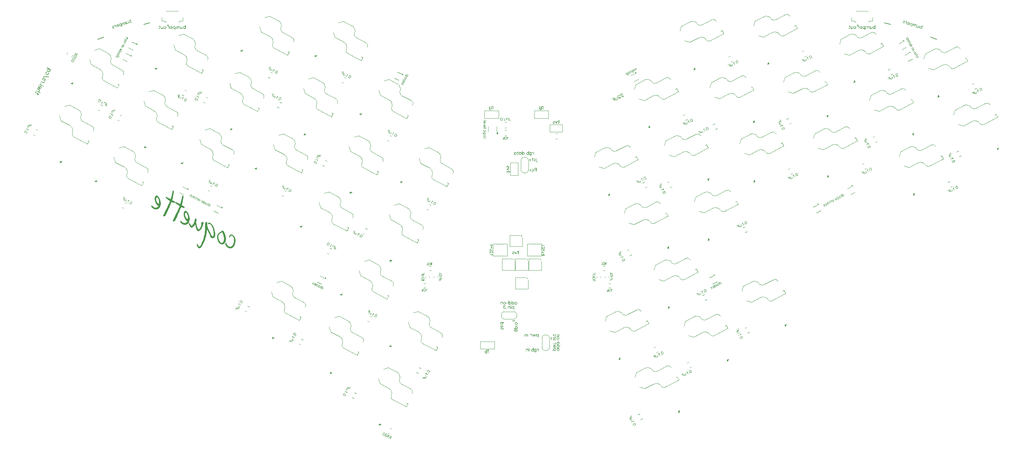
<source format=gbr>
%TF.GenerationSoftware,KiCad,Pcbnew,8.0.8*%
%TF.CreationDate,2025-01-20T03:08:59+01:00*%
%TF.ProjectId,____,e4e8e4e8-2e6b-4696-9361-645f70636258,2.0*%
%TF.SameCoordinates,Original*%
%TF.FileFunction,Legend,Bot*%
%TF.FilePolarity,Positive*%
%FSLAX46Y46*%
G04 Gerber Fmt 4.6, Leading zero omitted, Abs format (unit mm)*
G04 Created by KiCad (PCBNEW 8.0.8) date 2025-01-20 03:08:59*
%MOMM*%
%LPD*%
G01*
G04 APERTURE LIST*
%ADD10C,0.000000*%
%ADD11C,0.100000*%
%ADD12C,0.152400*%
%ADD13C,0.120000*%
%ADD14C,0.200000*%
G04 APERTURE END LIST*
D10*
G36*
X64251379Y-94974312D02*
G01*
X64261502Y-94975350D01*
X64271840Y-94976917D01*
X64282394Y-94979012D01*
X64293163Y-94981635D01*
X64304149Y-94984786D01*
X64326765Y-94992674D01*
X64350244Y-95002675D01*
X64374584Y-95014790D01*
X64388626Y-95022918D01*
X64395334Y-95027313D01*
X64401828Y-95031924D01*
X64408104Y-95036751D01*
X64414159Y-95041790D01*
X64419988Y-95047041D01*
X64425586Y-95052500D01*
X64430951Y-95058166D01*
X64436078Y-95064037D01*
X64440963Y-95070110D01*
X64445601Y-95076382D01*
X64449990Y-95082853D01*
X64454125Y-95089520D01*
X64458001Y-95096381D01*
X64461615Y-95103433D01*
X64464962Y-95110674D01*
X64468040Y-95118102D01*
X64470844Y-95125717D01*
X64473369Y-95133514D01*
X64475612Y-95141492D01*
X64477568Y-95149648D01*
X64479233Y-95157981D01*
X64480605Y-95166489D01*
X64481678Y-95175169D01*
X64482449Y-95184019D01*
X64482912Y-95193037D01*
X64483066Y-95202221D01*
X64482905Y-95211568D01*
X64482425Y-95221077D01*
X64481623Y-95230745D01*
X64480493Y-95240571D01*
X64457387Y-95377398D01*
X64438870Y-95513024D01*
X64424926Y-95647441D01*
X64415540Y-95780640D01*
X64410696Y-95912613D01*
X64410377Y-96043351D01*
X64414566Y-96172845D01*
X64423248Y-96301088D01*
X64436407Y-96428069D01*
X64454027Y-96553782D01*
X64476091Y-96678217D01*
X64502583Y-96801365D01*
X64533488Y-96923219D01*
X64568789Y-97043770D01*
X64608470Y-97163008D01*
X64652514Y-97280925D01*
X64678722Y-97343679D01*
X64704094Y-97402987D01*
X64728621Y-97458827D01*
X64752297Y-97511172D01*
X64775112Y-97559999D01*
X64797060Y-97605282D01*
X64818133Y-97646997D01*
X64838324Y-97685118D01*
X64857625Y-97719624D01*
X64876028Y-97750485D01*
X64893526Y-97777680D01*
X64910113Y-97801183D01*
X64925778Y-97820969D01*
X64940516Y-97837016D01*
X64947535Y-97843628D01*
X64954319Y-97849295D01*
X64960867Y-97854016D01*
X64967178Y-97857785D01*
X64980663Y-97864252D01*
X64994280Y-97869384D01*
X65008029Y-97873187D01*
X65021915Y-97875662D01*
X65035934Y-97876812D01*
X65050090Y-97876642D01*
X65064383Y-97875153D01*
X65078815Y-97872348D01*
X65108096Y-97862806D01*
X65137940Y-97848041D01*
X65168357Y-97828077D01*
X65199352Y-97802938D01*
X65230934Y-97772651D01*
X65263110Y-97737237D01*
X65295888Y-97696724D01*
X65329274Y-97651136D01*
X65363278Y-97600497D01*
X65397906Y-97544833D01*
X65433166Y-97484166D01*
X65469066Y-97418523D01*
X65502043Y-97354627D01*
X65532926Y-97290898D01*
X65561712Y-97227297D01*
X65588405Y-97163783D01*
X65613005Y-97100314D01*
X65635513Y-97036848D01*
X65655930Y-96973349D01*
X65674257Y-96909771D01*
X65690496Y-96846076D01*
X65704646Y-96782223D01*
X65716710Y-96718170D01*
X65726687Y-96653877D01*
X65734580Y-96589303D01*
X65740389Y-96524408D01*
X65744116Y-96459149D01*
X65745760Y-96393486D01*
X65751416Y-96335591D01*
X65757069Y-96282991D01*
X65762850Y-96235754D01*
X65768887Y-96193948D01*
X65772043Y-96175104D01*
X65775309Y-96157644D01*
X65778705Y-96141575D01*
X65782245Y-96126908D01*
X65785946Y-96113651D01*
X65789825Y-96101811D01*
X65793897Y-96091399D01*
X65798177Y-96082421D01*
X65806244Y-96068178D01*
X65815059Y-96054353D01*
X65824599Y-96040956D01*
X65834840Y-96027993D01*
X65845756Y-96015471D01*
X65857322Y-96003399D01*
X65869515Y-95991785D01*
X65882308Y-95980635D01*
X65895679Y-95969956D01*
X65909601Y-95959757D01*
X65924049Y-95950045D01*
X65939000Y-95940828D01*
X65954429Y-95932114D01*
X65970312Y-95923909D01*
X65986622Y-95916221D01*
X66003335Y-95909058D01*
X66020163Y-95902614D01*
X66036822Y-95897073D01*
X66053294Y-95892426D01*
X66069565Y-95888665D01*
X66085617Y-95885781D01*
X66101436Y-95883766D01*
X66117004Y-95882610D01*
X66132305Y-95882305D01*
X66147324Y-95882844D01*
X66162044Y-95884216D01*
X66176449Y-95886414D01*
X66190524Y-95889429D01*
X66204251Y-95893253D01*
X66217614Y-95897876D01*
X66230599Y-95903291D01*
X66243189Y-95909488D01*
X66257107Y-95917550D01*
X66263667Y-95921865D01*
X66269960Y-95926370D01*
X66275987Y-95931064D01*
X66281748Y-95935948D01*
X66287242Y-95941021D01*
X66292471Y-95946283D01*
X66297433Y-95951735D01*
X66302129Y-95957377D01*
X66306559Y-95963207D01*
X66310723Y-95969228D01*
X66314620Y-95975437D01*
X66318251Y-95981837D01*
X66321616Y-95988425D01*
X66324716Y-95995203D01*
X66327548Y-96002171D01*
X66330113Y-96009328D01*
X66332414Y-96016674D01*
X66334448Y-96024210D01*
X66336215Y-96031935D01*
X66337716Y-96039850D01*
X66339921Y-96056247D01*
X66341060Y-96073403D01*
X66341134Y-96091316D01*
X66340144Y-96109987D01*
X66338088Y-96129415D01*
X66301382Y-96320410D01*
X66255060Y-96514236D01*
X66198995Y-96710826D01*
X66133057Y-96910109D01*
X66057117Y-97112017D01*
X65971046Y-97316484D01*
X65874715Y-97523439D01*
X65767995Y-97732813D01*
X65750943Y-97763632D01*
X65732706Y-97794150D01*
X65713267Y-97824361D01*
X65692610Y-97854254D01*
X65670720Y-97883824D01*
X65647580Y-97913060D01*
X65623173Y-97941953D01*
X65597484Y-97970496D01*
X65570497Y-97998679D01*
X65542195Y-98026495D01*
X65512563Y-98053933D01*
X65481583Y-98080987D01*
X65449241Y-98107647D01*
X65415519Y-98133905D01*
X65380404Y-98159751D01*
X65343876Y-98185179D01*
X65300612Y-98216124D01*
X65258212Y-98244197D01*
X65216686Y-98269384D01*
X65176041Y-98291667D01*
X65136287Y-98311031D01*
X65097431Y-98327460D01*
X65059483Y-98340937D01*
X65040851Y-98346564D01*
X65022450Y-98351446D01*
X65004280Y-98355583D01*
X64986342Y-98358972D01*
X64968638Y-98361610D01*
X64951168Y-98363497D01*
X64933933Y-98364630D01*
X64916934Y-98365006D01*
X64900173Y-98364625D01*
X64883652Y-98363483D01*
X64867369Y-98361580D01*
X64851328Y-98358912D01*
X64835529Y-98355478D01*
X64819972Y-98351276D01*
X64804658Y-98346304D01*
X64789591Y-98340560D01*
X64774770Y-98334042D01*
X64760196Y-98326746D01*
X64733475Y-98310392D01*
X64706982Y-98289874D01*
X64680707Y-98265212D01*
X64654641Y-98236420D01*
X64628777Y-98203515D01*
X64603105Y-98166513D01*
X64577617Y-98125429D01*
X64552305Y-98080281D01*
X64527159Y-98031084D01*
X64502172Y-97977855D01*
X64477334Y-97920610D01*
X64452637Y-97859363D01*
X64428073Y-97794133D01*
X64403632Y-97724934D01*
X64379307Y-97651784D01*
X64355089Y-97574697D01*
X64318442Y-97450590D01*
X64285798Y-97331094D01*
X64257095Y-97216011D01*
X64232276Y-97105144D01*
X64211277Y-96998293D01*
X64194041Y-96895265D01*
X64180504Y-96795858D01*
X64170608Y-96699876D01*
X64161150Y-96688400D01*
X64156141Y-96683643D01*
X64150939Y-96679544D01*
X64145543Y-96676106D01*
X64139945Y-96673332D01*
X64134142Y-96671225D01*
X64128131Y-96669788D01*
X64121906Y-96669024D01*
X64115464Y-96668936D01*
X64108801Y-96669526D01*
X64101914Y-96670798D01*
X64094796Y-96672756D01*
X64087444Y-96675400D01*
X64072022Y-96682764D01*
X64055617Y-96692914D01*
X64038192Y-96705874D01*
X64019717Y-96721667D01*
X64000156Y-96740318D01*
X63979477Y-96761850D01*
X63957647Y-96786287D01*
X63934632Y-96813652D01*
X63910400Y-96843969D01*
X63870308Y-96889540D01*
X63831925Y-96932213D01*
X63760519Y-97009653D01*
X63696666Y-97077867D01*
X63640848Y-97138439D01*
X63615610Y-97166036D01*
X63591668Y-97191508D01*
X63569219Y-97214794D01*
X63548460Y-97235835D01*
X63512804Y-97270939D01*
X63486283Y-97296336D01*
X63450239Y-97323341D01*
X63414649Y-97347588D01*
X63379505Y-97369052D01*
X63344799Y-97387707D01*
X63310524Y-97403530D01*
X63276671Y-97416496D01*
X63259900Y-97421899D01*
X63243233Y-97426579D01*
X63226669Y-97430532D01*
X63210204Y-97433755D01*
X63193840Y-97436246D01*
X63177575Y-97438000D01*
X63161408Y-97439015D01*
X63145338Y-97439288D01*
X63129365Y-97438816D01*
X63113487Y-97437596D01*
X63097704Y-97435624D01*
X63082013Y-97432897D01*
X63066416Y-97429413D01*
X63050910Y-97425169D01*
X63035495Y-97420160D01*
X63020169Y-97414384D01*
X63004933Y-97407839D01*
X62989783Y-97400521D01*
X62974721Y-97392427D01*
X62959744Y-97383553D01*
X62946336Y-97373275D01*
X62932798Y-97361916D01*
X62919109Y-97349441D01*
X62905245Y-97335818D01*
X62891182Y-97321014D01*
X62876895Y-97304995D01*
X62862362Y-97287727D01*
X62847559Y-97269178D01*
X62832461Y-97249314D01*
X62817046Y-97228102D01*
X62785170Y-97181502D01*
X62751738Y-97129110D01*
X62716561Y-97070659D01*
X62681242Y-97008850D01*
X62647502Y-96946558D01*
X62615344Y-96883781D01*
X62584767Y-96820522D01*
X62555770Y-96756779D01*
X62528355Y-96692554D01*
X62502521Y-96627844D01*
X62478267Y-96562651D01*
X62467169Y-96530605D01*
X62457319Y-96499905D01*
X62448694Y-96470560D01*
X62441268Y-96442578D01*
X62435018Y-96415964D01*
X62429919Y-96390727D01*
X62425945Y-96366875D01*
X62423070Y-96344416D01*
X62421273Y-96323355D01*
X62420528Y-96303703D01*
X62420809Y-96285465D01*
X62422092Y-96268650D01*
X62424352Y-96253264D01*
X62427566Y-96239316D01*
X62429522Y-96232884D01*
X62431707Y-96226813D01*
X62434118Y-96221106D01*
X62436752Y-96215762D01*
X62442491Y-96205909D01*
X62448738Y-96197008D01*
X62452054Y-96192922D01*
X62455499Y-96189084D01*
X62459075Y-96185495D01*
X62462783Y-96182161D01*
X62466623Y-96179083D01*
X62470596Y-96176265D01*
X62474704Y-96173710D01*
X62478947Y-96171420D01*
X62483327Y-96169400D01*
X62487843Y-96167651D01*
X62492498Y-96166178D01*
X62497293Y-96164983D01*
X62502226Y-96164070D01*
X62507301Y-96163440D01*
X62512518Y-96163098D01*
X62517878Y-96163048D01*
X62523381Y-96163290D01*
X62529029Y-96163830D01*
X62534823Y-96164669D01*
X62540764Y-96165811D01*
X62546852Y-96167260D01*
X62553089Y-96169016D01*
X62566012Y-96173471D01*
X62579540Y-96179198D01*
X62593682Y-96186225D01*
X62597771Y-96193474D01*
X62610405Y-96214534D01*
X62620097Y-96229921D01*
X62632132Y-96248373D01*
X62646576Y-96269762D01*
X62663499Y-96293959D01*
X62704084Y-96357905D01*
X62725021Y-96390221D01*
X62746731Y-96422949D01*
X62769475Y-96456226D01*
X62793508Y-96490188D01*
X62819090Y-96524974D01*
X62846478Y-96560720D01*
X62872417Y-96600329D01*
X62897874Y-96638359D01*
X62922847Y-96674806D01*
X62947338Y-96709673D01*
X62971344Y-96742960D01*
X62994868Y-96774665D01*
X63017908Y-96804789D01*
X63040465Y-96833333D01*
X63059564Y-96863347D01*
X63076535Y-96889582D01*
X63091248Y-96911970D01*
X63103577Y-96930441D01*
X63120560Y-96955359D01*
X63126450Y-96963786D01*
X63138613Y-96960824D01*
X63151987Y-96955546D01*
X63166545Y-96947962D01*
X63182265Y-96938077D01*
X63199120Y-96925901D01*
X63217087Y-96911440D01*
X63236141Y-96894702D01*
X63256257Y-96875694D01*
X63277409Y-96854425D01*
X63299575Y-96830900D01*
X63346844Y-96777120D01*
X63397867Y-96714412D01*
X63452446Y-96642838D01*
X63608410Y-96429195D01*
X63624952Y-96406849D01*
X63640111Y-96384927D01*
X63654085Y-96363368D01*
X63667070Y-96342111D01*
X63679265Y-96321094D01*
X63690867Y-96300260D01*
X63713083Y-96258893D01*
X63727967Y-96229707D01*
X63742016Y-96199913D01*
X63755428Y-96169449D01*
X63768401Y-96138255D01*
X63793818Y-96073435D01*
X63819851Y-96004970D01*
X63833042Y-95968955D01*
X63845751Y-95931359D01*
X63857975Y-95892182D01*
X63869717Y-95851424D01*
X63880975Y-95809085D01*
X63891751Y-95765165D01*
X63902043Y-95719664D01*
X63911851Y-95672583D01*
X63947102Y-95490083D01*
X63964015Y-95406397D01*
X63972745Y-95366686D01*
X63981829Y-95328487D01*
X64007862Y-95260022D01*
X64020549Y-95227187D01*
X64033281Y-95195202D01*
X64046253Y-95164007D01*
X64059665Y-95133543D01*
X64073714Y-95103749D01*
X64088598Y-95074564D01*
X64094193Y-95064506D01*
X64100005Y-95054977D01*
X64106032Y-95045976D01*
X64112274Y-95037504D01*
X64118733Y-95029560D01*
X64125407Y-95022145D01*
X64132295Y-95015257D01*
X64139401Y-95008898D01*
X64146720Y-95003068D01*
X64154257Y-94997765D01*
X64162008Y-94992992D01*
X64169975Y-94988746D01*
X64178158Y-94985028D01*
X64186556Y-94981840D01*
X64195170Y-94979179D01*
X64203999Y-94977048D01*
X64213045Y-94975444D01*
X64222304Y-94974368D01*
X64231780Y-94973822D01*
X64241473Y-94973803D01*
X64251379Y-94974312D01*
G37*
G36*
X53814753Y-88836019D02*
G01*
X53835261Y-88837873D01*
X53856139Y-88840979D01*
X53877390Y-88845340D01*
X53899014Y-88850961D01*
X53921017Y-88857846D01*
X53943401Y-88865999D01*
X53966168Y-88875423D01*
X53989322Y-88886123D01*
X54012866Y-88898105D01*
X54068139Y-88930469D01*
X54122466Y-88968269D01*
X54175824Y-89011469D01*
X54228191Y-89060037D01*
X54279540Y-89113941D01*
X54329851Y-89173145D01*
X54379097Y-89237619D01*
X54427257Y-89307327D01*
X54474305Y-89382237D01*
X54520220Y-89462315D01*
X54564976Y-89547530D01*
X54608550Y-89637845D01*
X54650918Y-89733229D01*
X54692058Y-89833649D01*
X54731944Y-89939070D01*
X54770554Y-90049461D01*
X54801105Y-90152598D01*
X54828921Y-90253329D01*
X54853954Y-90351670D01*
X54876154Y-90447635D01*
X54895471Y-90541241D01*
X54911857Y-90632502D01*
X54925261Y-90721432D01*
X54935634Y-90808048D01*
X54942927Y-90892364D01*
X54947091Y-90974395D01*
X54948075Y-91054158D01*
X54945832Y-91131665D01*
X54940310Y-91206933D01*
X54939617Y-91212653D01*
X54931461Y-91279977D01*
X54919235Y-91350812D01*
X54903584Y-91419453D01*
X54819534Y-91657210D01*
X54797801Y-91717591D01*
X54787091Y-91746706D01*
X54776133Y-91775357D01*
X54764657Y-91803734D01*
X54752400Y-91832027D01*
X54739095Y-91860423D01*
X54724473Y-91889114D01*
X54689762Y-91951589D01*
X54653664Y-92011030D01*
X54616155Y-92067446D01*
X54577209Y-92120842D01*
X54536803Y-92171228D01*
X54494911Y-92218611D01*
X54451509Y-92262997D01*
X54406572Y-92304396D01*
X54360076Y-92342813D01*
X54311995Y-92378259D01*
X54262305Y-92410737D01*
X54210983Y-92440258D01*
X54158001Y-92466829D01*
X54103335Y-92490457D01*
X54046964Y-92511149D01*
X53988858Y-92528914D01*
X53931789Y-92544743D01*
X53874422Y-92557435D01*
X53816775Y-92566998D01*
X53758862Y-92573443D01*
X53700701Y-92576775D01*
X53642306Y-92577005D01*
X53583695Y-92574141D01*
X53524883Y-92568191D01*
X53465887Y-92559165D01*
X53406723Y-92547070D01*
X53347406Y-92531914D01*
X53287954Y-92513708D01*
X53228381Y-92492459D01*
X53168705Y-92468176D01*
X53108941Y-92440867D01*
X53049106Y-92410542D01*
X52998298Y-92382530D01*
X52949094Y-92353366D01*
X52901507Y-92323032D01*
X52855541Y-92291513D01*
X52811209Y-92258795D01*
X52768515Y-92224858D01*
X52727471Y-92189687D01*
X52688084Y-92153268D01*
X52650364Y-92115582D01*
X52614317Y-92076615D01*
X52579954Y-92036350D01*
X52547282Y-91994771D01*
X52516312Y-91951862D01*
X52487049Y-91907606D01*
X52459504Y-91861988D01*
X52433685Y-91814992D01*
X52425115Y-91802164D01*
X52417584Y-91789247D01*
X52411085Y-91776258D01*
X52405609Y-91763213D01*
X52401146Y-91750128D01*
X52397690Y-91737019D01*
X52395231Y-91723903D01*
X52393760Y-91710794D01*
X52393269Y-91697712D01*
X52393750Y-91684669D01*
X52395194Y-91671682D01*
X52397591Y-91658769D01*
X52400934Y-91645946D01*
X52405214Y-91633227D01*
X52410423Y-91620629D01*
X52416551Y-91608169D01*
X52426607Y-91590509D01*
X52431773Y-91582366D01*
X52437034Y-91574679D01*
X52442394Y-91567449D01*
X52447856Y-91560674D01*
X52453423Y-91554353D01*
X52459099Y-91548485D01*
X52464885Y-91543069D01*
X52470786Y-91538104D01*
X52476805Y-91533591D01*
X52482943Y-91529526D01*
X52489205Y-91525909D01*
X52495595Y-91522740D01*
X52502114Y-91520018D01*
X52508766Y-91517741D01*
X52515553Y-91515909D01*
X52522480Y-91514521D01*
X52529549Y-91513576D01*
X52536763Y-91513071D01*
X52544125Y-91513008D01*
X52551639Y-91513386D01*
X52559307Y-91514202D01*
X52567132Y-91515456D01*
X52575119Y-91517147D01*
X52583269Y-91519274D01*
X52591586Y-91521836D01*
X52600073Y-91524833D01*
X52608733Y-91528264D01*
X52617568Y-91532125D01*
X52635781Y-91541145D01*
X52647640Y-91547477D01*
X52658397Y-91553391D01*
X52663342Y-91556229D01*
X52667986Y-91559012D01*
X52672320Y-91561755D01*
X52676336Y-91564473D01*
X52680025Y-91567183D01*
X52683380Y-91569901D01*
X52686390Y-91572643D01*
X52689049Y-91575425D01*
X52690243Y-91576837D01*
X52691346Y-91578264D01*
X52692356Y-91579709D01*
X52693274Y-91581174D01*
X52694096Y-91582663D01*
X52694824Y-91584174D01*
X52695453Y-91585712D01*
X52695986Y-91587278D01*
X52723538Y-91619805D01*
X52751355Y-91651170D01*
X52779414Y-91681380D01*
X52807690Y-91710444D01*
X52836157Y-91738368D01*
X52864792Y-91765162D01*
X52893569Y-91790830D01*
X52922465Y-91815383D01*
X52951454Y-91838826D01*
X52980510Y-91861168D01*
X53009611Y-91882417D01*
X53038731Y-91902579D01*
X53067845Y-91921662D01*
X53096928Y-91939674D01*
X53125957Y-91956622D01*
X53154906Y-91972514D01*
X53198990Y-91995044D01*
X53242473Y-92015438D01*
X53285360Y-92033698D01*
X53327648Y-92049827D01*
X53369341Y-92063830D01*
X53410438Y-92075708D01*
X53450940Y-92085465D01*
X53490849Y-92093104D01*
X53530166Y-92098629D01*
X53568891Y-92102042D01*
X53607025Y-92103346D01*
X53644570Y-92102544D01*
X53681525Y-92099641D01*
X53717893Y-92094637D01*
X53753674Y-92087537D01*
X53788869Y-92078344D01*
X53823479Y-92067062D01*
X53857505Y-92053691D01*
X53890948Y-92038238D01*
X53923809Y-92020702D01*
X53956089Y-92001090D01*
X53987788Y-91979403D01*
X54018908Y-91955643D01*
X54049449Y-91929816D01*
X54079413Y-91901923D01*
X54108800Y-91871968D01*
X54137613Y-91839953D01*
X54165850Y-91805883D01*
X54193513Y-91769758D01*
X54220604Y-91731584D01*
X54273072Y-91649099D01*
X54262063Y-91643246D01*
X54225376Y-91622908D01*
X54189625Y-91601392D01*
X54154803Y-91578674D01*
X54120902Y-91554729D01*
X54087917Y-91529532D01*
X54055836Y-91503059D01*
X54024654Y-91475284D01*
X53994364Y-91446183D01*
X53964957Y-91415732D01*
X53936427Y-91383906D01*
X53908765Y-91350679D01*
X53881964Y-91316027D01*
X53856016Y-91279926D01*
X53830914Y-91242351D01*
X53806651Y-91203278D01*
X53783218Y-91162681D01*
X53699749Y-91001349D01*
X53658682Y-90920210D01*
X53618412Y-90838502D01*
X53579208Y-90756037D01*
X53541334Y-90672625D01*
X53505058Y-90588076D01*
X53470647Y-90502200D01*
X53434683Y-90400826D01*
X53403243Y-90301527D01*
X53376328Y-90204302D01*
X53353936Y-90109151D01*
X53336068Y-90016074D01*
X53322724Y-89925073D01*
X53313905Y-89836145D01*
X53311828Y-89794172D01*
X53684206Y-89794172D01*
X53686385Y-89850771D01*
X53691779Y-89909412D01*
X53700391Y-89970095D01*
X53712222Y-90032819D01*
X53727268Y-90097585D01*
X53745533Y-90164392D01*
X53767014Y-90233242D01*
X53791713Y-90304133D01*
X53819630Y-90377066D01*
X53836929Y-90419866D01*
X53855446Y-90461701D01*
X53875195Y-90502619D01*
X53896191Y-90542670D01*
X53918451Y-90581901D01*
X53941987Y-90620365D01*
X53966817Y-90658109D01*
X53992955Y-90695182D01*
X54020414Y-90731635D01*
X54049212Y-90767517D01*
X54079364Y-90802878D01*
X54110883Y-90837766D01*
X54143787Y-90872230D01*
X54178087Y-90906322D01*
X54213803Y-90940090D01*
X54250947Y-90973583D01*
X54260158Y-90978356D01*
X54269212Y-90982798D01*
X54278108Y-90986907D01*
X54286842Y-90990682D01*
X54295412Y-90994122D01*
X54303818Y-90997226D01*
X54312056Y-90999993D01*
X54320125Y-91002422D01*
X54328023Y-91004511D01*
X54335748Y-91006260D01*
X54343297Y-91007667D01*
X54350669Y-91008733D01*
X54357861Y-91009454D01*
X54364873Y-91009831D01*
X54371701Y-91009862D01*
X54378344Y-91009545D01*
X54384799Y-91008882D01*
X54391065Y-91007869D01*
X54397138Y-91006506D01*
X54403019Y-91004792D01*
X54408705Y-91002726D01*
X54414193Y-91000307D01*
X54419481Y-90997533D01*
X54424569Y-90994404D01*
X54429452Y-90990919D01*
X54434130Y-90987076D01*
X54438600Y-90982874D01*
X54442861Y-90978314D01*
X54446911Y-90973392D01*
X54450746Y-90968108D01*
X54454366Y-90962461D01*
X54457768Y-90956450D01*
X54460194Y-90951837D01*
X54462901Y-90946381D01*
X54464279Y-90943396D01*
X54465626Y-90940272D01*
X54466911Y-90937032D01*
X54468100Y-90933700D01*
X54469160Y-90930298D01*
X54470058Y-90926852D01*
X54470761Y-90923384D01*
X54471234Y-90919920D01*
X54471446Y-90916481D01*
X54471443Y-90914778D01*
X54471362Y-90913092D01*
X54471198Y-90911423D01*
X54470949Y-90909776D01*
X54470609Y-90908153D01*
X54470175Y-90906557D01*
X54473141Y-90851177D01*
X54475080Y-90797731D01*
X54476057Y-90746092D01*
X54476143Y-90696130D01*
X54475405Y-90647716D01*
X54473913Y-90600722D01*
X54471735Y-90555017D01*
X54468941Y-90510475D01*
X54463905Y-90471388D01*
X54459353Y-90433882D01*
X54455285Y-90397958D01*
X54451700Y-90363614D01*
X54448598Y-90330852D01*
X54445981Y-90299670D01*
X54443846Y-90270071D01*
X54442195Y-90242050D01*
X54426744Y-90156879D01*
X54409492Y-90075716D01*
X54390442Y-89998560D01*
X54369590Y-89925411D01*
X54346939Y-89856271D01*
X54322488Y-89791139D01*
X54296237Y-89730014D01*
X54268185Y-89672898D01*
X54238334Y-89619789D01*
X54206684Y-89570688D01*
X54173233Y-89525594D01*
X54137981Y-89484510D01*
X54100931Y-89447432D01*
X54062079Y-89414362D01*
X54041979Y-89399330D01*
X54021428Y-89385300D01*
X54000427Y-89372272D01*
X53978977Y-89360246D01*
X53978412Y-89358664D01*
X53977686Y-89357084D01*
X53975757Y-89353956D01*
X53973205Y-89350909D01*
X53970045Y-89347994D01*
X53966292Y-89345261D01*
X53961961Y-89342758D01*
X53957068Y-89340536D01*
X53951627Y-89338643D01*
X53945654Y-89337128D01*
X53939162Y-89336043D01*
X53932170Y-89335434D01*
X53924690Y-89335353D01*
X53916738Y-89335848D01*
X53908329Y-89336970D01*
X53903958Y-89337780D01*
X53899479Y-89338766D01*
X53894892Y-89339933D01*
X53890201Y-89341288D01*
X53880844Y-89344263D01*
X53871743Y-89347417D01*
X53862899Y-89350789D01*
X53854310Y-89354421D01*
X53845975Y-89358353D01*
X53837893Y-89362627D01*
X53830063Y-89367284D01*
X53822483Y-89372363D01*
X53815154Y-89377906D01*
X53808073Y-89383954D01*
X53801240Y-89390547D01*
X53794654Y-89397727D01*
X53788313Y-89405533D01*
X53782218Y-89414009D01*
X53776367Y-89423192D01*
X53770757Y-89433125D01*
X53759049Y-89455145D01*
X53738705Y-89497452D01*
X53721579Y-89541801D01*
X53707670Y-89588192D01*
X53696977Y-89636624D01*
X53689503Y-89687099D01*
X53685246Y-89739614D01*
X53684206Y-89794172D01*
X53311828Y-89794172D01*
X53309607Y-89749292D01*
X53309835Y-89664514D01*
X53314588Y-89581809D01*
X53323863Y-89501180D01*
X53337663Y-89422624D01*
X53355987Y-89346144D01*
X53378834Y-89271737D01*
X53406206Y-89199405D01*
X53438102Y-89129148D01*
X53464077Y-89078750D01*
X53477520Y-89055289D01*
X53491269Y-89032992D01*
X53505329Y-89011862D01*
X53519700Y-88991905D01*
X53534388Y-88973124D01*
X53549395Y-88955524D01*
X53564722Y-88939109D01*
X53580375Y-88923882D01*
X53596356Y-88909849D01*
X53612666Y-88897012D01*
X53629311Y-88885378D01*
X53646292Y-88874948D01*
X53663613Y-88865728D01*
X53681276Y-88857723D01*
X53699284Y-88850935D01*
X53717641Y-88845369D01*
X53736349Y-88841030D01*
X53755411Y-88837921D01*
X53774830Y-88836046D01*
X53794609Y-88835411D01*
X53814753Y-88836019D01*
G37*
G36*
X58203258Y-87520900D02*
G01*
X58208205Y-87521421D01*
X58213291Y-87522263D01*
X58218519Y-87523429D01*
X58223889Y-87524919D01*
X58229404Y-87526734D01*
X58235067Y-87528877D01*
X58240878Y-87531346D01*
X58246841Y-87534145D01*
X58252957Y-87537272D01*
X58267126Y-87545095D01*
X58280731Y-87553195D01*
X58293772Y-87561569D01*
X58306247Y-87570213D01*
X58318156Y-87579125D01*
X58329497Y-87588303D01*
X58340270Y-87597741D01*
X58350474Y-87607438D01*
X58360107Y-87617390D01*
X58369169Y-87627594D01*
X58377660Y-87638048D01*
X58385577Y-87648748D01*
X58392920Y-87659690D01*
X58399689Y-87670873D01*
X58405881Y-87682293D01*
X58411497Y-87693946D01*
X58416535Y-87705830D01*
X58420994Y-87717941D01*
X58424874Y-87730278D01*
X58428172Y-87742835D01*
X58430891Y-87755611D01*
X58433026Y-87768602D01*
X58434576Y-87781806D01*
X58435544Y-87795218D01*
X58435925Y-87808836D01*
X58435721Y-87822657D01*
X58434930Y-87836677D01*
X58433550Y-87850895D01*
X58431582Y-87865307D01*
X58429022Y-87879908D01*
X58425872Y-87894697D01*
X58422131Y-87909670D01*
X58405274Y-88001550D01*
X58384510Y-88103268D01*
X58333194Y-88342543D01*
X58278024Y-88652146D01*
X58249014Y-88822077D01*
X58235057Y-88911306D01*
X58221808Y-89003559D01*
X58200148Y-89158836D01*
X58176625Y-89307659D01*
X58151304Y-89449902D01*
X58124256Y-89585432D01*
X58095549Y-89714123D01*
X58065252Y-89835845D01*
X58033433Y-89950468D01*
X58000161Y-90057865D01*
X58030346Y-90074549D01*
X58063149Y-90093784D01*
X58136877Y-90139384D01*
X58318748Y-90255505D01*
X58415681Y-90317637D01*
X58501260Y-90373733D01*
X58576518Y-90424340D01*
X58642489Y-90470008D01*
X58657004Y-90480370D01*
X58669721Y-90489756D01*
X58680650Y-90498150D01*
X58689797Y-90505535D01*
X58697173Y-90511894D01*
X58702785Y-90517212D01*
X58706644Y-90521473D01*
X58707917Y-90523202D01*
X58708755Y-90524661D01*
X58709158Y-90525848D01*
X58709129Y-90526759D01*
X58708666Y-90527396D01*
X58707773Y-90527752D01*
X58706449Y-90527830D01*
X58704697Y-90527624D01*
X58702517Y-90527134D01*
X58699909Y-90526357D01*
X58693418Y-90523936D01*
X58685232Y-90520346D01*
X58675360Y-90515569D01*
X58663810Y-90509590D01*
X58652798Y-90503735D01*
X58666396Y-90516758D01*
X58678550Y-90530006D01*
X58689260Y-90543479D01*
X58694074Y-90550299D01*
X58698527Y-90557177D01*
X58702619Y-90564110D01*
X58706348Y-90571100D01*
X58709719Y-90578147D01*
X58712728Y-90585249D01*
X58715376Y-90592409D01*
X58717662Y-90599623D01*
X58719589Y-90606895D01*
X58721154Y-90614223D01*
X58722358Y-90621607D01*
X58723200Y-90629048D01*
X58723683Y-90636545D01*
X58723804Y-90644098D01*
X58723565Y-90651707D01*
X58722964Y-90659373D01*
X58722003Y-90667095D01*
X58720680Y-90674874D01*
X58718997Y-90682709D01*
X58716952Y-90690600D01*
X58714547Y-90698548D01*
X58711781Y-90706552D01*
X58705165Y-90722727D01*
X58697107Y-90739130D01*
X58687365Y-90754641D01*
X58675690Y-90768151D01*
X58662053Y-90779667D01*
X58646433Y-90789197D01*
X58628802Y-90796748D01*
X58609138Y-90802329D01*
X58587414Y-90805945D01*
X58563607Y-90807606D01*
X58537691Y-90807317D01*
X58509642Y-90805088D01*
X58479434Y-90800925D01*
X58447045Y-90794837D01*
X58412449Y-90786830D01*
X58375620Y-90776912D01*
X58336536Y-90765091D01*
X58295170Y-90751374D01*
X57802789Y-90588428D01*
X57612768Y-91076533D01*
X57418884Y-91554474D01*
X57221204Y-92022121D01*
X57019798Y-92479348D01*
X56814733Y-92926023D01*
X56606080Y-93362019D01*
X56393905Y-93787206D01*
X56178279Y-94201456D01*
X56155978Y-94240902D01*
X56144562Y-94259243D01*
X56132968Y-94276661D01*
X56121193Y-94293156D01*
X56109234Y-94308725D01*
X56097090Y-94323369D01*
X56084759Y-94337086D01*
X56072239Y-94349874D01*
X56059527Y-94361734D01*
X56046622Y-94372664D01*
X56033522Y-94382662D01*
X56020225Y-94391727D01*
X56006729Y-94399859D01*
X55993031Y-94407057D01*
X55979130Y-94413319D01*
X55965023Y-94418644D01*
X55950710Y-94423032D01*
X55936187Y-94426481D01*
X55921452Y-94428990D01*
X55906504Y-94430558D01*
X55891340Y-94431184D01*
X55875960Y-94430867D01*
X55860360Y-94429606D01*
X55844538Y-94427400D01*
X55828493Y-94424247D01*
X55812222Y-94420147D01*
X55795724Y-94415098D01*
X55778996Y-94409100D01*
X55762037Y-94402152D01*
X55744844Y-94394252D01*
X55727416Y-94385398D01*
X55714277Y-94378205D01*
X55701700Y-94370897D01*
X55689684Y-94363474D01*
X55678233Y-94355937D01*
X55667349Y-94348288D01*
X55657033Y-94340527D01*
X55647288Y-94332657D01*
X55638116Y-94324677D01*
X55629519Y-94316589D01*
X55621498Y-94308393D01*
X55614055Y-94300092D01*
X55607194Y-94291685D01*
X55600915Y-94283175D01*
X55595223Y-94274562D01*
X55590115Y-94265848D01*
X55585597Y-94257032D01*
X55581669Y-94248117D01*
X55578336Y-94239104D01*
X55575595Y-94229993D01*
X55573453Y-94220786D01*
X55571908Y-94211484D01*
X55570966Y-94202086D01*
X55570626Y-94192597D01*
X55570891Y-94183014D01*
X55571763Y-94173342D01*
X55573244Y-94163578D01*
X55575335Y-94153726D01*
X55578040Y-94143787D01*
X55581360Y-94133760D01*
X55585297Y-94123648D01*
X55589852Y-94113451D01*
X55595029Y-94103171D01*
X55893758Y-93535118D01*
X56170930Y-92995159D01*
X56426613Y-92483162D01*
X56660879Y-91998998D01*
X56873792Y-91542540D01*
X57065424Y-91113656D01*
X57235842Y-90712220D01*
X57385115Y-90338102D01*
X57294908Y-90264927D01*
X57208772Y-90196234D01*
X57048745Y-90070986D01*
X56905103Y-89959745D01*
X56777911Y-89859899D01*
X56718033Y-89818132D01*
X56661734Y-89779591D01*
X56609016Y-89744279D01*
X56559877Y-89712193D01*
X56514318Y-89683336D01*
X56472339Y-89657706D01*
X56433940Y-89635302D01*
X56399120Y-89616126D01*
X56386876Y-89609281D01*
X56374931Y-89601912D01*
X56363309Y-89594013D01*
X56352035Y-89585574D01*
X56341135Y-89576589D01*
X56330633Y-89567050D01*
X56320554Y-89556950D01*
X56310921Y-89546281D01*
X56301762Y-89535035D01*
X56293099Y-89523206D01*
X56284956Y-89510784D01*
X56277360Y-89497764D01*
X56270336Y-89484137D01*
X56263906Y-89469895D01*
X56258097Y-89455032D01*
X56252933Y-89439540D01*
X56247690Y-89410907D01*
X56243258Y-89383863D01*
X56241448Y-89370941D01*
X56239962Y-89358418D01*
X56238843Y-89346296D01*
X56238130Y-89334578D01*
X56237864Y-89323262D01*
X56238087Y-89312350D01*
X56238839Y-89301844D01*
X56240161Y-89291746D01*
X56242094Y-89282054D01*
X56244678Y-89272770D01*
X56246227Y-89268283D01*
X56247955Y-89263897D01*
X56249866Y-89259614D01*
X56251966Y-89255435D01*
X56254755Y-89250421D01*
X56257636Y-89245703D01*
X56260610Y-89241277D01*
X56263678Y-89237141D01*
X56266841Y-89233293D01*
X56270100Y-89229733D01*
X56273456Y-89226456D01*
X56276910Y-89223462D01*
X56280463Y-89220747D01*
X56284116Y-89218312D01*
X56287871Y-89216152D01*
X56291728Y-89214267D01*
X56295689Y-89212654D01*
X56299754Y-89211311D01*
X56303925Y-89210236D01*
X56308203Y-89209428D01*
X56312588Y-89208884D01*
X56317082Y-89208602D01*
X56321687Y-89208580D01*
X56326402Y-89208816D01*
X56331230Y-89209309D01*
X56336169Y-89210055D01*
X56346394Y-89212302D01*
X56357083Y-89215542D01*
X56368247Y-89219757D01*
X56379894Y-89224933D01*
X56392031Y-89231051D01*
X56437538Y-89255028D01*
X56491852Y-89282362D01*
X56522483Y-89296966D01*
X56555520Y-89312023D01*
X56591034Y-89327402D01*
X56629092Y-89342977D01*
X56707457Y-89384423D01*
X56793594Y-89428680D01*
X56839427Y-89451366D01*
X56887023Y-89474164D01*
X56936320Y-89496872D01*
X56987258Y-89519295D01*
X57037724Y-89541466D01*
X57085774Y-89563512D01*
X57131607Y-89585372D01*
X57175419Y-89606984D01*
X57257772Y-89649228D01*
X57334417Y-89689760D01*
X57587641Y-89824403D01*
X57687014Y-89458643D01*
X57774795Y-89117173D01*
X57852567Y-88799507D01*
X57921909Y-88505164D01*
X58032122Y-88002400D01*
X58079538Y-87786648D01*
X58123202Y-87595382D01*
X58127907Y-87582492D01*
X58130401Y-87576494D01*
X58132992Y-87570797D01*
X58135680Y-87565400D01*
X58138470Y-87560305D01*
X58141362Y-87555513D01*
X58144360Y-87551025D01*
X58147463Y-87546841D01*
X58150677Y-87542964D01*
X58154000Y-87539394D01*
X58157437Y-87536131D01*
X58160987Y-87533179D01*
X58164655Y-87530537D01*
X58168443Y-87528206D01*
X58172350Y-87526188D01*
X58176381Y-87524483D01*
X58180537Y-87523093D01*
X58184818Y-87522018D01*
X58189230Y-87521261D01*
X58193772Y-87520822D01*
X58198447Y-87520701D01*
X58203258Y-87520900D01*
G37*
G36*
X71361746Y-98190276D02*
G01*
X71389809Y-98194878D01*
X71419657Y-98201961D01*
X71451264Y-98211530D01*
X71484608Y-98223593D01*
X71519661Y-98238160D01*
X71556400Y-98255236D01*
X71594800Y-98274830D01*
X71606986Y-98281475D01*
X71618760Y-98288231D01*
X71630107Y-98295092D01*
X71641010Y-98302048D01*
X71651453Y-98309090D01*
X71661421Y-98316210D01*
X71670897Y-98323400D01*
X71679864Y-98330651D01*
X71688307Y-98337954D01*
X71696210Y-98345300D01*
X71703556Y-98352681D01*
X71710330Y-98360090D01*
X71716514Y-98367516D01*
X71722094Y-98374950D01*
X71727053Y-98382387D01*
X71731375Y-98389815D01*
X71776625Y-98472791D01*
X71820293Y-98556251D01*
X71862380Y-98640194D01*
X71902886Y-98724620D01*
X71941812Y-98809530D01*
X71979156Y-98894922D01*
X72014919Y-98980799D01*
X72049102Y-99067159D01*
X72081650Y-99155243D01*
X72112431Y-99246027D01*
X72141325Y-99339118D01*
X72168209Y-99434121D01*
X72192963Y-99530638D01*
X72215467Y-99628276D01*
X72235599Y-99726638D01*
X72253239Y-99825330D01*
X72274374Y-99944641D01*
X72291540Y-100060869D01*
X72304747Y-100174040D01*
X72314001Y-100284178D01*
X72319311Y-100391309D01*
X72320683Y-100495456D01*
X72318125Y-100596646D01*
X72311645Y-100694902D01*
X72301250Y-100790248D01*
X72286949Y-100882711D01*
X72268747Y-100972314D01*
X72246654Y-101059081D01*
X72220675Y-101143039D01*
X72190820Y-101224212D01*
X72157097Y-101302624D01*
X72119511Y-101378299D01*
X72107295Y-101400048D01*
X72097827Y-101416909D01*
X72074507Y-101454276D01*
X72049585Y-101490376D01*
X72023093Y-101525188D01*
X71995066Y-101558686D01*
X71965536Y-101590848D01*
X71934536Y-101621649D01*
X71902101Y-101651065D01*
X71868262Y-101679075D01*
X71833054Y-101705651D01*
X71796509Y-101730773D01*
X71758662Y-101754417D01*
X71719544Y-101776556D01*
X71679191Y-101797171D01*
X71637634Y-101816235D01*
X71594907Y-101833726D01*
X71545511Y-101850990D01*
X71496567Y-101865537D01*
X71448067Y-101877383D01*
X71400003Y-101886543D01*
X71352363Y-101893033D01*
X71305143Y-101896870D01*
X71258331Y-101898069D01*
X71211920Y-101896648D01*
X71165902Y-101892622D01*
X71120267Y-101886007D01*
X71075006Y-101876819D01*
X71030112Y-101865074D01*
X70985575Y-101850789D01*
X70941389Y-101833980D01*
X70897542Y-101814662D01*
X70854028Y-101792853D01*
X70821214Y-101774582D01*
X70788835Y-101754907D01*
X70756900Y-101733855D01*
X70725414Y-101711449D01*
X70694388Y-101687715D01*
X70663828Y-101662677D01*
X70633739Y-101636359D01*
X70604132Y-101608788D01*
X70575014Y-101579986D01*
X70546392Y-101549979D01*
X70518272Y-101518793D01*
X70490665Y-101486450D01*
X70463575Y-101452977D01*
X70437012Y-101418396D01*
X70410982Y-101382735D01*
X70385494Y-101346016D01*
X70360557Y-101308267D01*
X70336192Y-101269519D01*
X70312425Y-101229805D01*
X70289276Y-101189159D01*
X70266772Y-101147614D01*
X70244935Y-101105204D01*
X70223788Y-101061960D01*
X70203356Y-101017918D01*
X70183662Y-100973109D01*
X70164730Y-100927568D01*
X70146584Y-100881328D01*
X70129247Y-100834421D01*
X70112743Y-100786881D01*
X70097096Y-100738742D01*
X70082328Y-100690037D01*
X70068466Y-100640799D01*
X70044710Y-100547434D01*
X70023404Y-100452887D01*
X70004865Y-100357496D01*
X69989410Y-100261592D01*
X69982939Y-100213553D01*
X69977359Y-100165512D01*
X69972709Y-100117512D01*
X69969030Y-100069592D01*
X69966361Y-100021796D01*
X69964742Y-99974165D01*
X69964212Y-99926741D01*
X69964812Y-99879566D01*
X69966021Y-99848536D01*
X70285937Y-99848536D01*
X70286012Y-99896328D01*
X70287429Y-99945332D01*
X70290171Y-99995576D01*
X70294222Y-100047097D01*
X70299564Y-100099923D01*
X70308078Y-100154262D01*
X70317544Y-100208092D01*
X70327987Y-100261408D01*
X70339433Y-100314201D01*
X70351905Y-100366465D01*
X70365428Y-100418191D01*
X70380026Y-100469373D01*
X70395725Y-100520001D01*
X70412550Y-100570069D01*
X70430525Y-100619570D01*
X70449674Y-100668495D01*
X70470023Y-100716838D01*
X70491595Y-100764590D01*
X70514418Y-100811744D01*
X70538513Y-100858294D01*
X70563907Y-100904230D01*
X70589019Y-100951012D01*
X70614471Y-100995990D01*
X70640294Y-101039178D01*
X70666521Y-101080596D01*
X70693184Y-101120259D01*
X70720315Y-101158186D01*
X70747948Y-101194393D01*
X70776114Y-101228898D01*
X70804844Y-101261716D01*
X70834172Y-101292867D01*
X70864129Y-101322366D01*
X70894749Y-101350232D01*
X70926063Y-101376481D01*
X70958103Y-101401130D01*
X70990902Y-101424196D01*
X71024492Y-101445697D01*
X71046101Y-101456567D01*
X71067578Y-101466127D01*
X71088917Y-101474378D01*
X71110117Y-101481322D01*
X71131173Y-101486959D01*
X71152083Y-101491289D01*
X71172845Y-101494316D01*
X71193454Y-101496037D01*
X71213908Y-101496456D01*
X71234203Y-101495572D01*
X71254337Y-101493387D01*
X71274306Y-101489902D01*
X71294108Y-101485118D01*
X71313739Y-101479035D01*
X71333196Y-101471654D01*
X71352476Y-101462978D01*
X71371577Y-101453005D01*
X71390494Y-101441738D01*
X71409225Y-101429178D01*
X71427767Y-101415325D01*
X71446116Y-101400180D01*
X71464270Y-101383744D01*
X71499980Y-101347003D01*
X71534870Y-101305110D01*
X71568917Y-101258074D01*
X71602096Y-101205899D01*
X71634382Y-101148596D01*
X71662613Y-101091454D01*
X71688030Y-101031512D01*
X71710624Y-100968786D01*
X71730388Y-100903294D01*
X71747310Y-100835050D01*
X71761384Y-100764070D01*
X71772601Y-100690373D01*
X71780953Y-100613972D01*
X71786430Y-100534883D01*
X71789024Y-100453124D01*
X71788726Y-100368712D01*
X71785528Y-100281660D01*
X71779422Y-100191986D01*
X71770399Y-100099706D01*
X71758450Y-100004836D01*
X71743566Y-99907392D01*
X71728221Y-99825749D01*
X71711546Y-99744702D01*
X71693533Y-99664226D01*
X71674175Y-99584296D01*
X71653463Y-99504889D01*
X71631389Y-99425978D01*
X71607949Y-99347540D01*
X71583132Y-99269550D01*
X71556932Y-99191982D01*
X71529341Y-99114812D01*
X71500352Y-99038016D01*
X71469956Y-98961569D01*
X71438147Y-98885446D01*
X71404917Y-98809622D01*
X71370258Y-98734073D01*
X71334164Y-98658774D01*
X71242345Y-98696678D01*
X71154923Y-98735616D01*
X71071871Y-98775593D01*
X70993163Y-98816619D01*
X70918776Y-98858702D01*
X70848686Y-98901849D01*
X70782866Y-98946066D01*
X70721293Y-98991362D01*
X70663942Y-99037745D01*
X70610788Y-99085220D01*
X70561806Y-99133798D01*
X70516973Y-99183485D01*
X70476262Y-99234288D01*
X70439649Y-99286215D01*
X70407109Y-99339275D01*
X70378620Y-99393473D01*
X70362795Y-99430081D01*
X70348503Y-99467545D01*
X70335724Y-99505896D01*
X70324442Y-99545167D01*
X70314639Y-99585391D01*
X70306299Y-99626599D01*
X70299404Y-99668824D01*
X70293938Y-99712098D01*
X70289882Y-99756453D01*
X70287221Y-99801922D01*
X70285937Y-99848536D01*
X69966021Y-99848536D01*
X69966631Y-99832874D01*
X69969717Y-99786875D01*
X69974042Y-99741577D01*
X69979584Y-99696989D01*
X69986316Y-99653115D01*
X69994216Y-99609967D01*
X70003258Y-99567549D01*
X70013417Y-99525871D01*
X70024669Y-99484938D01*
X70036987Y-99444759D01*
X70050350Y-99405343D01*
X70064732Y-99366696D01*
X70080106Y-99328825D01*
X70096450Y-99291738D01*
X70113738Y-99255443D01*
X70131947Y-99219947D01*
X70155436Y-99177326D01*
X70179803Y-99136166D01*
X70205050Y-99096464D01*
X70231176Y-99058224D01*
X70258179Y-99021444D01*
X70286061Y-98986124D01*
X70314823Y-98952265D01*
X70344463Y-98919864D01*
X70374981Y-98888925D01*
X70406378Y-98859445D01*
X70438653Y-98831426D01*
X70471807Y-98804866D01*
X70505840Y-98779767D01*
X70540751Y-98756128D01*
X70576541Y-98733949D01*
X70613209Y-98713230D01*
X70909339Y-98554697D01*
X71056032Y-98478011D01*
X71201078Y-98404421D01*
X71206932Y-98393411D01*
X71202226Y-98382965D01*
X71198036Y-98372793D01*
X71194361Y-98362896D01*
X71191203Y-98353273D01*
X71188561Y-98343924D01*
X71186435Y-98334850D01*
X71184825Y-98326050D01*
X71183731Y-98317524D01*
X71183153Y-98309273D01*
X71183092Y-98301297D01*
X71183546Y-98293594D01*
X71184517Y-98286167D01*
X71186003Y-98279013D01*
X71188006Y-98272134D01*
X71190525Y-98265530D01*
X71193560Y-98259199D01*
X71198753Y-98250210D01*
X71204450Y-98241824D01*
X71210650Y-98234040D01*
X71217348Y-98226860D01*
X71224540Y-98220285D01*
X71232226Y-98214316D01*
X71240402Y-98208953D01*
X71249063Y-98204198D01*
X71258208Y-98200052D01*
X71267833Y-98196514D01*
X71288511Y-98191274D01*
X71311072Y-98188481D01*
X71335492Y-98188147D01*
X71361746Y-98190276D01*
G37*
G36*
X61532603Y-92939673D02*
G01*
X61553112Y-92941527D01*
X61573990Y-92944633D01*
X61595240Y-92948994D01*
X61616865Y-92954615D01*
X61638867Y-92961500D01*
X61661251Y-92969652D01*
X61684019Y-92979076D01*
X61707173Y-92989777D01*
X61730717Y-93001759D01*
X61785989Y-93034123D01*
X61840316Y-93071922D01*
X61893675Y-93115122D01*
X61946041Y-93163691D01*
X61997391Y-93217595D01*
X62047701Y-93276799D01*
X62096948Y-93341273D01*
X62145107Y-93410981D01*
X62192156Y-93485891D01*
X62238071Y-93565969D01*
X62282827Y-93651184D01*
X62326401Y-93741499D01*
X62368770Y-93836884D01*
X62409910Y-93937303D01*
X62449796Y-94042725D01*
X62488406Y-94153115D01*
X62518956Y-94256252D01*
X62546773Y-94356983D01*
X62571806Y-94455324D01*
X62594005Y-94551290D01*
X62613322Y-94644895D01*
X62629707Y-94736155D01*
X62643112Y-94825086D01*
X62653484Y-94911702D01*
X62660778Y-94996018D01*
X62664941Y-95078049D01*
X62665926Y-95157812D01*
X62663682Y-95235319D01*
X62658160Y-95310587D01*
X62657468Y-95316307D01*
X62649312Y-95383631D01*
X62637087Y-95454466D01*
X62621434Y-95523107D01*
X62537385Y-95760864D01*
X62515651Y-95821245D01*
X62504942Y-95850360D01*
X62493983Y-95879011D01*
X62482509Y-95907389D01*
X62470251Y-95935681D01*
X62456946Y-95964077D01*
X62442325Y-95992768D01*
X62407613Y-96055243D01*
X62371515Y-96114684D01*
X62334005Y-96171099D01*
X62295060Y-96224496D01*
X62254654Y-96274882D01*
X62212763Y-96322265D01*
X62169360Y-96366651D01*
X62124423Y-96408050D01*
X62077927Y-96446468D01*
X62029846Y-96481913D01*
X61980157Y-96514392D01*
X61928834Y-96543913D01*
X61875853Y-96570484D01*
X61821187Y-96594112D01*
X61764815Y-96614804D01*
X61706710Y-96632568D01*
X61649641Y-96648398D01*
X61592274Y-96661089D01*
X61534627Y-96670653D01*
X61476713Y-96677098D01*
X61418552Y-96680430D01*
X61360157Y-96680660D01*
X61301546Y-96677795D01*
X61242734Y-96671845D01*
X61183738Y-96662819D01*
X61124573Y-96650724D01*
X61065257Y-96635569D01*
X61005804Y-96617362D01*
X60946232Y-96596113D01*
X60886556Y-96571831D01*
X60826792Y-96544522D01*
X60766956Y-96514196D01*
X60716148Y-96486184D01*
X60666945Y-96457020D01*
X60619357Y-96426686D01*
X60573392Y-96395168D01*
X60529059Y-96362448D01*
X60486366Y-96328512D01*
X60445322Y-96293341D01*
X60405935Y-96256922D01*
X60368214Y-96219236D01*
X60332167Y-96180269D01*
X60297804Y-96140004D01*
X60265133Y-96098425D01*
X60234162Y-96055515D01*
X60204899Y-96011260D01*
X60177354Y-95965642D01*
X60151536Y-95918646D01*
X60142965Y-95905817D01*
X60135434Y-95892901D01*
X60128936Y-95879912D01*
X60123459Y-95866867D01*
X60118997Y-95853783D01*
X60115541Y-95840674D01*
X60113081Y-95827556D01*
X60111611Y-95814449D01*
X60111119Y-95801366D01*
X60111600Y-95788323D01*
X60113044Y-95775336D01*
X60115442Y-95762423D01*
X60118784Y-95749600D01*
X60123065Y-95736880D01*
X60128273Y-95724283D01*
X60134402Y-95711823D01*
X60144458Y-95694163D01*
X60149623Y-95686019D01*
X60154885Y-95678333D01*
X60160244Y-95671103D01*
X60165706Y-95664328D01*
X60171274Y-95658007D01*
X60176950Y-95652139D01*
X60182736Y-95646723D01*
X60188637Y-95641759D01*
X60194655Y-95637244D01*
X60200794Y-95633179D01*
X60207056Y-95629563D01*
X60213446Y-95626394D01*
X60219964Y-95623672D01*
X60226617Y-95621395D01*
X60233404Y-95619563D01*
X60240331Y-95618175D01*
X60247399Y-95617229D01*
X60254614Y-95616726D01*
X60261976Y-95616663D01*
X60269490Y-95617040D01*
X60277158Y-95617856D01*
X60284983Y-95619110D01*
X60292971Y-95620801D01*
X60301121Y-95622928D01*
X60309437Y-95625491D01*
X60317925Y-95628488D01*
X60326584Y-95631918D01*
X60335420Y-95635780D01*
X60353633Y-95644799D01*
X60365491Y-95651131D01*
X60376248Y-95657045D01*
X60381193Y-95659884D01*
X60385837Y-95662667D01*
X60390171Y-95665409D01*
X60394187Y-95668127D01*
X60397876Y-95670837D01*
X60401231Y-95673555D01*
X60404241Y-95676297D01*
X60406899Y-95679079D01*
X60408093Y-95680491D01*
X60409197Y-95681918D01*
X60410207Y-95683363D01*
X60411125Y-95684829D01*
X60411946Y-95686316D01*
X60412674Y-95687828D01*
X60413305Y-95689366D01*
X60413837Y-95690932D01*
X60441388Y-95723459D01*
X60469205Y-95754824D01*
X60497265Y-95785034D01*
X60525540Y-95814098D01*
X60554008Y-95842022D01*
X60582643Y-95868815D01*
X60611420Y-95894484D01*
X60640316Y-95919037D01*
X60669304Y-95942480D01*
X60698361Y-95964822D01*
X60727462Y-95986071D01*
X60756581Y-96006233D01*
X60785695Y-96025316D01*
X60814779Y-96043328D01*
X60843807Y-96060276D01*
X60872757Y-96076168D01*
X60916840Y-96098698D01*
X60960325Y-96119092D01*
X61003210Y-96137352D01*
X61045499Y-96153481D01*
X61087191Y-96167483D01*
X61128288Y-96179362D01*
X61168791Y-96189119D01*
X61208700Y-96196758D01*
X61248017Y-96202283D01*
X61286741Y-96205695D01*
X61324876Y-96207000D01*
X61362420Y-96206198D01*
X61399376Y-96203295D01*
X61435744Y-96198291D01*
X61471525Y-96191191D01*
X61506720Y-96181998D01*
X61541330Y-96170716D01*
X61575356Y-96157345D01*
X61608798Y-96141892D01*
X61641660Y-96124357D01*
X61673939Y-96104744D01*
X61705638Y-96083056D01*
X61736758Y-96059297D01*
X61767299Y-96033470D01*
X61797263Y-96005577D01*
X61826651Y-95975622D01*
X61855463Y-95943607D01*
X61883700Y-95909536D01*
X61911364Y-95873413D01*
X61938455Y-95835239D01*
X61990922Y-95752753D01*
X61979914Y-95746900D01*
X61943226Y-95726562D01*
X61907475Y-95705046D01*
X61872654Y-95682328D01*
X61838753Y-95658383D01*
X61805767Y-95633185D01*
X61773686Y-95606713D01*
X61742505Y-95578938D01*
X61712214Y-95549837D01*
X61682808Y-95519386D01*
X61654277Y-95487559D01*
X61626615Y-95454333D01*
X61599814Y-95419681D01*
X61573867Y-95383580D01*
X61548765Y-95346005D01*
X61524502Y-95306932D01*
X61501069Y-95266335D01*
X61417600Y-95105003D01*
X61376532Y-95023863D01*
X61336263Y-94942156D01*
X61297058Y-94859691D01*
X61259184Y-94776279D01*
X61222909Y-94691729D01*
X61188497Y-94605854D01*
X61152533Y-94504480D01*
X61121093Y-94405181D01*
X61094178Y-94307956D01*
X61071786Y-94212804D01*
X61053918Y-94119728D01*
X61040574Y-94028726D01*
X61031755Y-93939799D01*
X61029678Y-93897826D01*
X61402057Y-93897826D01*
X61404236Y-93954425D01*
X61409630Y-94013067D01*
X61418242Y-94073749D01*
X61430073Y-94136473D01*
X61445119Y-94201239D01*
X61463384Y-94268047D01*
X61484865Y-94336897D01*
X61509564Y-94407787D01*
X61537480Y-94480720D01*
X61554780Y-94523521D01*
X61573297Y-94565355D01*
X61593046Y-94606274D01*
X61614043Y-94646324D01*
X61636302Y-94685555D01*
X61659838Y-94724019D01*
X61684667Y-94761762D01*
X61710805Y-94798836D01*
X61738265Y-94835290D01*
X61767063Y-94871172D01*
X61797214Y-94906532D01*
X61828733Y-94941420D01*
X61861637Y-94975884D01*
X61895939Y-95009976D01*
X61931653Y-95043744D01*
X61968797Y-95077236D01*
X61978009Y-95082010D01*
X61987063Y-95086452D01*
X61995958Y-95090561D01*
X62004692Y-95094336D01*
X62013263Y-95097776D01*
X62021669Y-95100881D01*
X62029907Y-95103647D01*
X62037977Y-95106076D01*
X62045874Y-95108165D01*
X62053598Y-95109914D01*
X62061148Y-95111321D01*
X62068520Y-95112387D01*
X62075712Y-95113108D01*
X62082724Y-95113485D01*
X62089552Y-95113516D01*
X62096195Y-95113199D01*
X62102650Y-95112536D01*
X62108916Y-95111523D01*
X62114990Y-95110161D01*
X62120871Y-95108447D01*
X62126557Y-95106381D01*
X62132045Y-95103962D01*
X62137333Y-95101188D01*
X62142421Y-95098059D01*
X62147304Y-95094573D01*
X62151982Y-95090731D01*
X62156452Y-95086529D01*
X62160713Y-95081968D01*
X62164763Y-95077046D01*
X62168598Y-95071763D01*
X62172218Y-95066116D01*
X62175620Y-95060105D01*
X62178046Y-95055491D01*
X62180753Y-95050036D01*
X62182131Y-95047051D01*
X62183478Y-95043927D01*
X62184762Y-95040687D01*
X62185951Y-95037354D01*
X62187012Y-95033953D01*
X62187910Y-95030507D01*
X62188613Y-95027039D01*
X62189085Y-95023574D01*
X62189297Y-95020135D01*
X62189294Y-95018432D01*
X62189213Y-95016746D01*
X62189049Y-95015078D01*
X62188800Y-95013429D01*
X62188459Y-95011807D01*
X62188025Y-95010211D01*
X62190992Y-94954830D01*
X62192931Y-94901385D01*
X62193908Y-94849746D01*
X62193994Y-94799784D01*
X62193257Y-94751370D01*
X62191764Y-94704376D01*
X62189586Y-94658672D01*
X62186791Y-94614128D01*
X62181755Y-94575042D01*
X62177205Y-94537537D01*
X62173136Y-94501612D01*
X62169551Y-94467268D01*
X62166449Y-94434506D01*
X62163831Y-94403324D01*
X62161696Y-94373724D01*
X62160046Y-94345705D01*
X62144595Y-94260533D01*
X62127343Y-94179370D01*
X62108292Y-94102213D01*
X62087441Y-94029065D01*
X62064790Y-93959925D01*
X62040339Y-93894793D01*
X62014087Y-93833668D01*
X61986036Y-93776552D01*
X61956186Y-93723443D01*
X61924534Y-93674342D01*
X61891083Y-93629248D01*
X61855832Y-93588164D01*
X61818781Y-93551085D01*
X61779929Y-93518016D01*
X61759829Y-93502984D01*
X61739278Y-93488953D01*
X61718278Y-93475926D01*
X61696827Y-93463900D01*
X61696263Y-93462318D01*
X61695536Y-93460738D01*
X61693607Y-93457609D01*
X61691056Y-93454563D01*
X61687895Y-93451648D01*
X61684142Y-93448915D01*
X61679812Y-93446412D01*
X61674919Y-93444190D01*
X61669478Y-93442297D01*
X61663505Y-93440782D01*
X61657013Y-93439697D01*
X61650021Y-93439088D01*
X61642540Y-93439006D01*
X61634589Y-93439502D01*
X61626179Y-93440623D01*
X61621808Y-93441434D01*
X61617329Y-93442420D01*
X61612742Y-93443587D01*
X61608051Y-93444941D01*
X61598694Y-93447917D01*
X61589594Y-93451071D01*
X61580750Y-93454443D01*
X61572161Y-93458075D01*
X61563826Y-93462008D01*
X61555744Y-93466281D01*
X61547913Y-93470938D01*
X61540333Y-93476017D01*
X61533004Y-93481560D01*
X61525923Y-93487608D01*
X61519091Y-93494201D01*
X61512505Y-93501380D01*
X61506164Y-93509187D01*
X61500068Y-93517662D01*
X61494217Y-93526845D01*
X61488608Y-93536779D01*
X61476900Y-93558799D01*
X61456555Y-93601106D01*
X61439429Y-93645455D01*
X61425521Y-93691846D01*
X61414828Y-93740279D01*
X61407354Y-93790753D01*
X61403097Y-93843269D01*
X61402057Y-93897826D01*
X61029678Y-93897826D01*
X61027458Y-93852947D01*
X61027686Y-93768168D01*
X61032438Y-93685463D01*
X61041714Y-93604834D01*
X61055514Y-93526278D01*
X61073837Y-93449798D01*
X61096684Y-93375391D01*
X61124056Y-93303059D01*
X61155952Y-93232801D01*
X61181927Y-93182404D01*
X61195370Y-93158942D01*
X61209119Y-93136645D01*
X61223179Y-93115516D01*
X61237550Y-93095559D01*
X61252239Y-93076778D01*
X61267245Y-93059178D01*
X61282574Y-93042763D01*
X61298226Y-93027536D01*
X61314207Y-93013503D01*
X61330517Y-93000667D01*
X61347162Y-92989032D01*
X61364143Y-92978602D01*
X61381464Y-92969383D01*
X61399127Y-92961377D01*
X61417135Y-92954589D01*
X61435492Y-92949023D01*
X61454200Y-92944684D01*
X61473262Y-92941575D01*
X61492681Y-92939701D01*
X61512460Y-92939065D01*
X61532603Y-92939673D01*
G37*
G36*
X73799623Y-99247676D02*
G01*
X73830169Y-99250922D01*
X73860743Y-99255984D01*
X73891353Y-99262844D01*
X73922009Y-99271485D01*
X73952719Y-99281894D01*
X73983491Y-99294053D01*
X74014333Y-99307946D01*
X74045256Y-99323556D01*
X74129683Y-99371757D01*
X74209559Y-99424159D01*
X74284886Y-99480760D01*
X74355662Y-99541562D01*
X74421887Y-99606564D01*
X74483562Y-99675767D01*
X74540688Y-99749169D01*
X74593262Y-99826773D01*
X74641286Y-99908576D01*
X74684760Y-99994581D01*
X74723683Y-100084785D01*
X74758056Y-100179191D01*
X74787879Y-100277796D01*
X74813151Y-100380601D01*
X74833873Y-100487608D01*
X74850045Y-100598814D01*
X74860164Y-100705479D01*
X74866509Y-100811460D01*
X74868950Y-100916689D01*
X74868666Y-100969001D01*
X74867358Y-101021099D01*
X74865010Y-101072975D01*
X74861606Y-101124620D01*
X74857129Y-101176027D01*
X74851563Y-101227185D01*
X74844892Y-101278086D01*
X74837100Y-101328722D01*
X74828172Y-101379085D01*
X74818090Y-101429165D01*
X74796839Y-101535066D01*
X74771746Y-101640412D01*
X74742612Y-101745265D01*
X74709240Y-101849686D01*
X74671433Y-101953733D01*
X74628991Y-102057467D01*
X74581718Y-102160951D01*
X74529418Y-102264243D01*
X74503533Y-102311052D01*
X74476358Y-102356512D01*
X74447877Y-102400617D01*
X74418073Y-102443356D01*
X74386933Y-102484721D01*
X74354436Y-102524704D01*
X74320569Y-102563297D01*
X74285316Y-102600490D01*
X74248660Y-102636275D01*
X74210585Y-102670644D01*
X74171074Y-102703588D01*
X74130112Y-102735098D01*
X74087683Y-102765167D01*
X74043771Y-102793783D01*
X73998358Y-102820941D01*
X73951430Y-102846631D01*
X73894177Y-102877753D01*
X73837054Y-102904974D01*
X73780093Y-102928308D01*
X73723327Y-102947775D01*
X73666790Y-102963389D01*
X73610511Y-102975171D01*
X73554524Y-102983135D01*
X73498860Y-102987300D01*
X73443554Y-102987682D01*
X73388635Y-102984299D01*
X73334138Y-102977167D01*
X73280093Y-102966306D01*
X73226533Y-102951729D01*
X73173491Y-102933456D01*
X73120999Y-102911503D01*
X73069089Y-102885888D01*
X72976450Y-102834152D01*
X72888456Y-102779942D01*
X72805117Y-102723283D01*
X72726439Y-102664199D01*
X72652430Y-102602715D01*
X72583096Y-102538858D01*
X72518446Y-102472648D01*
X72458488Y-102404114D01*
X72403229Y-102333279D01*
X72352675Y-102260167D01*
X72306837Y-102184804D01*
X72265719Y-102107213D01*
X72229331Y-102027421D01*
X72197680Y-101945452D01*
X72170772Y-101861330D01*
X72148617Y-101775079D01*
X72145075Y-101762442D01*
X72142178Y-101749837D01*
X72139917Y-101737282D01*
X72138284Y-101724790D01*
X72137270Y-101712381D01*
X72136865Y-101700067D01*
X72137064Y-101687868D01*
X72137855Y-101675796D01*
X72139231Y-101663871D01*
X72141183Y-101652107D01*
X72143703Y-101640521D01*
X72146781Y-101629128D01*
X72150410Y-101617946D01*
X72154580Y-101606989D01*
X72159285Y-101596275D01*
X72164513Y-101585818D01*
X72173410Y-101570027D01*
X72182547Y-101555688D01*
X72187212Y-101549066D01*
X72191943Y-101542811D01*
X72196742Y-101536921D01*
X72201612Y-101531401D01*
X72206554Y-101526251D01*
X72211570Y-101521471D01*
X72216664Y-101517063D01*
X72221835Y-101513027D01*
X72227088Y-101509365D01*
X72232422Y-101506079D01*
X72237842Y-101503167D01*
X72243348Y-101500634D01*
X72248942Y-101498478D01*
X72254627Y-101496702D01*
X72260405Y-101495305D01*
X72266277Y-101494290D01*
X72272246Y-101493657D01*
X72278314Y-101493409D01*
X72284481Y-101493544D01*
X72290753Y-101494064D01*
X72297128Y-101494972D01*
X72303610Y-101496267D01*
X72310201Y-101497952D01*
X72316904Y-101500025D01*
X72323718Y-101502491D01*
X72330647Y-101505347D01*
X72337694Y-101508598D01*
X72344859Y-101512241D01*
X72352920Y-101516697D01*
X72360594Y-101521297D01*
X72367886Y-101526068D01*
X72374807Y-101531034D01*
X72381362Y-101536219D01*
X72387561Y-101541649D01*
X72393409Y-101547348D01*
X72398915Y-101553341D01*
X72404085Y-101559652D01*
X72408929Y-101566306D01*
X72413453Y-101573328D01*
X72417665Y-101580743D01*
X72421572Y-101588574D01*
X72425182Y-101596848D01*
X72428503Y-101605589D01*
X72431541Y-101614821D01*
X72463173Y-101685429D01*
X72496805Y-101753481D01*
X72532412Y-101818984D01*
X72569971Y-101881945D01*
X72609456Y-101942374D01*
X72650844Y-102000275D01*
X72694108Y-102055658D01*
X72739224Y-102108530D01*
X72786169Y-102158897D01*
X72834917Y-102206769D01*
X72885442Y-102252153D01*
X72937722Y-102295055D01*
X72991730Y-102335484D01*
X73047442Y-102373447D01*
X73104834Y-102408952D01*
X73163881Y-102442006D01*
X73199133Y-102459429D01*
X73234682Y-102474384D01*
X73252562Y-102480938D01*
X73270507Y-102486877D01*
X73288514Y-102492204D01*
X73306581Y-102496918D01*
X73324703Y-102501020D01*
X73342879Y-102504513D01*
X73361104Y-102507395D01*
X73379376Y-102509669D01*
X73397693Y-102511335D01*
X73416050Y-102512395D01*
X73434445Y-102512849D01*
X73452874Y-102512698D01*
X73471335Y-102511943D01*
X73489824Y-102510585D01*
X73526875Y-102506065D01*
X73564004Y-102499143D01*
X73601183Y-102489830D01*
X73638390Y-102478131D01*
X73675598Y-102464053D01*
X73712785Y-102447606D01*
X73749924Y-102428796D01*
X73782458Y-102411179D01*
X73814347Y-102392245D01*
X73845565Y-102372004D01*
X73876088Y-102350463D01*
X73905893Y-102327628D01*
X73934954Y-102303509D01*
X73963246Y-102278113D01*
X73990744Y-102251446D01*
X74017424Y-102223516D01*
X74043260Y-102194332D01*
X74068230Y-102163900D01*
X74092307Y-102132228D01*
X74115468Y-102099324D01*
X74137686Y-102065196D01*
X74158938Y-102029850D01*
X74179199Y-101993294D01*
X74217414Y-101918614D01*
X74253024Y-101843192D01*
X74286023Y-101767001D01*
X74316402Y-101690016D01*
X74344154Y-101612215D01*
X74369272Y-101533572D01*
X74391748Y-101454061D01*
X74411573Y-101373659D01*
X74428742Y-101292341D01*
X74443246Y-101210080D01*
X74455077Y-101126855D01*
X74464229Y-101042639D01*
X74470693Y-100957408D01*
X74474462Y-100871137D01*
X74475529Y-100783802D01*
X74473886Y-100695377D01*
X74470301Y-100595993D01*
X74462852Y-100500843D01*
X74451570Y-100409945D01*
X74436488Y-100323315D01*
X74417638Y-100240970D01*
X74395052Y-100162927D01*
X74368763Y-100089204D01*
X74338801Y-100019819D01*
X74305202Y-99954787D01*
X74267995Y-99894126D01*
X74227214Y-99837853D01*
X74205493Y-99811368D01*
X74182890Y-99785986D01*
X74159411Y-99761710D01*
X74135057Y-99738541D01*
X74109834Y-99716483D01*
X74083746Y-99695536D01*
X74056796Y-99675705D01*
X74028989Y-99656989D01*
X74000329Y-99639392D01*
X73970819Y-99622915D01*
X73956164Y-99615616D01*
X73941107Y-99609075D01*
X73925654Y-99603276D01*
X73909816Y-99598202D01*
X73893601Y-99593839D01*
X73877017Y-99590168D01*
X73860073Y-99587175D01*
X73842776Y-99584844D01*
X73825138Y-99583157D01*
X73807164Y-99582100D01*
X73788864Y-99581655D01*
X73770248Y-99581807D01*
X73751322Y-99582540D01*
X73732098Y-99583836D01*
X73712581Y-99585681D01*
X73692781Y-99588059D01*
X73674130Y-99594192D01*
X73656123Y-99600977D01*
X73638771Y-99608401D01*
X73622081Y-99616445D01*
X73606063Y-99625095D01*
X73590724Y-99634334D01*
X73576074Y-99644145D01*
X73562120Y-99654513D01*
X73548873Y-99665423D01*
X73536339Y-99676856D01*
X73524528Y-99688798D01*
X73513448Y-99701231D01*
X73503108Y-99714142D01*
X73493517Y-99727513D01*
X73484682Y-99741326D01*
X73476613Y-99755568D01*
X73471259Y-99765954D01*
X73466197Y-99776455D01*
X73461459Y-99787044D01*
X73457080Y-99797700D01*
X73453092Y-99808398D01*
X73449527Y-99819115D01*
X73446420Y-99829827D01*
X73443805Y-99840511D01*
X73441714Y-99851143D01*
X73440180Y-99861698D01*
X73439237Y-99872154D01*
X73438919Y-99882487D01*
X73439258Y-99892673D01*
X73440287Y-99902687D01*
X73442040Y-99912508D01*
X73443198Y-99917338D01*
X73444550Y-99922111D01*
X73433540Y-99916257D01*
X73434948Y-99932286D01*
X73435427Y-99939788D01*
X73435734Y-99946992D01*
X73435852Y-99953930D01*
X73435763Y-99960633D01*
X73435450Y-99967135D01*
X73434896Y-99973468D01*
X73434085Y-99979663D01*
X73432998Y-99985754D01*
X73431619Y-99991770D01*
X73429930Y-99997748D01*
X73427915Y-100003717D01*
X73425556Y-100009710D01*
X73422836Y-100015759D01*
X73419738Y-100021897D01*
X73414194Y-100031696D01*
X73408520Y-100040453D01*
X73405627Y-100044444D01*
X73402693Y-100048178D01*
X73399713Y-100051655D01*
X73396686Y-100054876D01*
X73393608Y-100057843D01*
X73390477Y-100060556D01*
X73387288Y-100063017D01*
X73384040Y-100065225D01*
X73380728Y-100067184D01*
X73377350Y-100068892D01*
X73373902Y-100070351D01*
X73370382Y-100071562D01*
X73366787Y-100072526D01*
X73363113Y-100073244D01*
X73359356Y-100073717D01*
X73355516Y-100073946D01*
X73351587Y-100073931D01*
X73347568Y-100073675D01*
X73343454Y-100073176D01*
X73339244Y-100072438D01*
X73334933Y-100071460D01*
X73330519Y-100070243D01*
X73325998Y-100068788D01*
X73321369Y-100067098D01*
X73311767Y-100063010D01*
X73301692Y-100057987D01*
X73290638Y-100051697D01*
X73280184Y-100044900D01*
X73270330Y-100037600D01*
X73261073Y-100029798D01*
X73252413Y-100021496D01*
X73244349Y-100012696D01*
X73236879Y-100003401D01*
X73230003Y-99993610D01*
X73223718Y-99983330D01*
X73218027Y-99972559D01*
X73212924Y-99961300D01*
X73208412Y-99949556D01*
X73201150Y-99924618D01*
X73196232Y-99897761D01*
X73193650Y-99869003D01*
X73193395Y-99838356D01*
X73195458Y-99805840D01*
X73199832Y-99771470D01*
X73206505Y-99735262D01*
X73215473Y-99697232D01*
X73226724Y-99657396D01*
X73240252Y-99615770D01*
X73249941Y-99589150D01*
X73260928Y-99563241D01*
X73273220Y-99538067D01*
X73286825Y-99513653D01*
X73301750Y-99490024D01*
X73318004Y-99467205D01*
X73335593Y-99445220D01*
X73354525Y-99424093D01*
X73374808Y-99403851D01*
X73396449Y-99384516D01*
X73419456Y-99366115D01*
X73443836Y-99348671D01*
X73469596Y-99332210D01*
X73496745Y-99316756D01*
X73525290Y-99302334D01*
X73555239Y-99288969D01*
X73585869Y-99277117D01*
X73616458Y-99267209D01*
X73647015Y-99259229D01*
X73677550Y-99253160D01*
X73708068Y-99248986D01*
X73738581Y-99246691D01*
X73769096Y-99246261D01*
X73799623Y-99247676D01*
G37*
G36*
X60768524Y-88884877D02*
G01*
X60773472Y-88885397D01*
X60778558Y-88886240D01*
X60783785Y-88887405D01*
X60789155Y-88888896D01*
X60794671Y-88890711D01*
X60800333Y-88892853D01*
X60806145Y-88895322D01*
X60812107Y-88898121D01*
X60818223Y-88901248D01*
X60832392Y-88909071D01*
X60845997Y-88917171D01*
X60859038Y-88925545D01*
X60871513Y-88934189D01*
X60883422Y-88943102D01*
X60894763Y-88952279D01*
X60905536Y-88961717D01*
X60915740Y-88971414D01*
X60925374Y-88981367D01*
X60934437Y-88991571D01*
X60942927Y-89002024D01*
X60950844Y-89012725D01*
X60958188Y-89023667D01*
X60964956Y-89034850D01*
X60971148Y-89046269D01*
X60976765Y-89057923D01*
X60981802Y-89069807D01*
X60986261Y-89081918D01*
X60990141Y-89094255D01*
X60993440Y-89106813D01*
X60996158Y-89119588D01*
X60998293Y-89132579D01*
X60999844Y-89145782D01*
X61000811Y-89159195D01*
X61001193Y-89172813D01*
X61000989Y-89186634D01*
X61000197Y-89200654D01*
X60998817Y-89214872D01*
X60996849Y-89229283D01*
X60994289Y-89243885D01*
X60991139Y-89258674D01*
X60987398Y-89273647D01*
X60970541Y-89365527D01*
X60949777Y-89467244D01*
X60898461Y-89706519D01*
X60843290Y-90016122D01*
X60814280Y-90186054D01*
X60800322Y-90275282D01*
X60787074Y-90367535D01*
X60765414Y-90522812D01*
X60741891Y-90671636D01*
X60716570Y-90813878D01*
X60689523Y-90949408D01*
X60660816Y-91078100D01*
X60630519Y-91199821D01*
X60598700Y-91314445D01*
X60565427Y-91421841D01*
X60595613Y-91438526D01*
X60628415Y-91457759D01*
X60702143Y-91503361D01*
X60884014Y-91619481D01*
X60980948Y-91681613D01*
X61066527Y-91737710D01*
X61141786Y-91788317D01*
X61207755Y-91833984D01*
X61222270Y-91844347D01*
X61234987Y-91853733D01*
X61245916Y-91862126D01*
X61255064Y-91869511D01*
X61262440Y-91875870D01*
X61268052Y-91881188D01*
X61271910Y-91885449D01*
X61273183Y-91887179D01*
X61274021Y-91888638D01*
X61274425Y-91889824D01*
X61274395Y-91890736D01*
X61273933Y-91891372D01*
X61273040Y-91891729D01*
X61271716Y-91891806D01*
X61269963Y-91891600D01*
X61267783Y-91891111D01*
X61265176Y-91890334D01*
X61258685Y-91887913D01*
X61250499Y-91884323D01*
X61240626Y-91879545D01*
X61229076Y-91873566D01*
X61218067Y-91867712D01*
X61231663Y-91880735D01*
X61243817Y-91893982D01*
X61254527Y-91907455D01*
X61259341Y-91914276D01*
X61263793Y-91921153D01*
X61267885Y-91928087D01*
X61271616Y-91935077D01*
X61274985Y-91942123D01*
X61277994Y-91949226D01*
X61280642Y-91956385D01*
X61282929Y-91963600D01*
X61284855Y-91970872D01*
X61286421Y-91978200D01*
X61287624Y-91985584D01*
X61288468Y-91993025D01*
X61288950Y-92000521D01*
X61289072Y-92008075D01*
X61288832Y-92015684D01*
X61288231Y-92023350D01*
X61287270Y-92031072D01*
X61285948Y-92038851D01*
X61284264Y-92046685D01*
X61282219Y-92054577D01*
X61279815Y-92062524D01*
X61277048Y-92070528D01*
X61270433Y-92086704D01*
X61262374Y-92103107D01*
X61252633Y-92118619D01*
X61240957Y-92132128D01*
X61227321Y-92143644D01*
X61211700Y-92153174D01*
X61194070Y-92160725D01*
X61174405Y-92166305D01*
X61152680Y-92169922D01*
X61128873Y-92171582D01*
X61102957Y-92171293D01*
X61074908Y-92169064D01*
X61044701Y-92164902D01*
X61012312Y-92158813D01*
X60977716Y-92150806D01*
X60940887Y-92140888D01*
X60901802Y-92129067D01*
X60860435Y-92115350D01*
X60368057Y-91952405D01*
X60178036Y-92440509D01*
X59984151Y-92918450D01*
X59786471Y-93386098D01*
X59585065Y-93843325D01*
X59380000Y-94290000D01*
X59171347Y-94725996D01*
X58959173Y-95151183D01*
X58743547Y-95565433D01*
X58721245Y-95604879D01*
X58709830Y-95623219D01*
X58698235Y-95640638D01*
X58686460Y-95657133D01*
X58674501Y-95672702D01*
X58662357Y-95687346D01*
X58650026Y-95701063D01*
X58637506Y-95713851D01*
X58624794Y-95725711D01*
X58611890Y-95736641D01*
X58598789Y-95746639D01*
X58585492Y-95755704D01*
X58571996Y-95763836D01*
X58558298Y-95771034D01*
X58544397Y-95777296D01*
X58530290Y-95782621D01*
X58515976Y-95787009D01*
X58501453Y-95790457D01*
X58486719Y-95792966D01*
X58471771Y-95794534D01*
X58456607Y-95795161D01*
X58441226Y-95794844D01*
X58425626Y-95793582D01*
X58409804Y-95791376D01*
X58393759Y-95788223D01*
X58377489Y-95784123D01*
X58360990Y-95779074D01*
X58344263Y-95773076D01*
X58327304Y-95766128D01*
X58310110Y-95758227D01*
X58292682Y-95749374D01*
X58279544Y-95742181D01*
X58266965Y-95734873D01*
X58254951Y-95727450D01*
X58243500Y-95719913D01*
X58232615Y-95712265D01*
X58222300Y-95704504D01*
X58212555Y-95696633D01*
X58203383Y-95688653D01*
X58194785Y-95680565D01*
X58186765Y-95672370D01*
X58179323Y-95664069D01*
X58172462Y-95655662D01*
X58166183Y-95647152D01*
X58160490Y-95638539D01*
X58155382Y-95629824D01*
X58150864Y-95621009D01*
X58146937Y-95612094D01*
X58143603Y-95603081D01*
X58140863Y-95593970D01*
X58138720Y-95584762D01*
X58137176Y-95575460D01*
X58136233Y-95566063D01*
X58135893Y-95556574D01*
X58136158Y-95546991D01*
X58137030Y-95537318D01*
X58138511Y-95527555D01*
X58140602Y-95517703D01*
X58143307Y-95507764D01*
X58146627Y-95497737D01*
X58150564Y-95487625D01*
X58155120Y-95477428D01*
X58160297Y-95467148D01*
X58459026Y-94899096D01*
X58736197Y-94359136D01*
X58991881Y-93847139D01*
X59226146Y-93362975D01*
X59439060Y-92906517D01*
X59630691Y-92477633D01*
X59801109Y-92076196D01*
X59950382Y-91702078D01*
X59860174Y-91628903D01*
X59774037Y-91560210D01*
X59614012Y-91434963D01*
X59470370Y-91323722D01*
X59343178Y-91223876D01*
X59283300Y-91182109D01*
X59227002Y-91143568D01*
X59174282Y-91108255D01*
X59125144Y-91076170D01*
X59079585Y-91047312D01*
X59037606Y-91021682D01*
X58999207Y-90999278D01*
X58964387Y-90980103D01*
X58952143Y-90973257D01*
X58940197Y-90965889D01*
X58928575Y-90957989D01*
X58917302Y-90949551D01*
X58906402Y-90940566D01*
X58895900Y-90931027D01*
X58885821Y-90920927D01*
X58876188Y-90910257D01*
X58867028Y-90899012D01*
X58858365Y-90887182D01*
X58850223Y-90874760D01*
X58842626Y-90861740D01*
X58835601Y-90848113D01*
X58829172Y-90833871D01*
X58823362Y-90819008D01*
X58818198Y-90803515D01*
X58812956Y-90774883D01*
X58808523Y-90747839D01*
X58806713Y-90734917D01*
X58805228Y-90722394D01*
X58804109Y-90710273D01*
X58803396Y-90698554D01*
X58803131Y-90687238D01*
X58803354Y-90676327D01*
X58804106Y-90665821D01*
X58805428Y-90655723D01*
X58807361Y-90646031D01*
X58809946Y-90636748D01*
X58811496Y-90632260D01*
X58813223Y-90627874D01*
X58815134Y-90623591D01*
X58817233Y-90619412D01*
X58820022Y-90614398D01*
X58822904Y-90609680D01*
X58825878Y-90605254D01*
X58828945Y-90601118D01*
X58832109Y-90597271D01*
X58835367Y-90593709D01*
X58838723Y-90590433D01*
X58842177Y-90587439D01*
X58845731Y-90584724D01*
X58849383Y-90582289D01*
X58853138Y-90580129D01*
X58856995Y-90578244D01*
X58860956Y-90576631D01*
X58865021Y-90575288D01*
X58869192Y-90574213D01*
X58873470Y-90573405D01*
X58877855Y-90572861D01*
X58882350Y-90572579D01*
X58886954Y-90572557D01*
X58891669Y-90572793D01*
X58896496Y-90573285D01*
X58901437Y-90574032D01*
X58911661Y-90576279D01*
X58922351Y-90579519D01*
X58933515Y-90583734D01*
X58945161Y-90588910D01*
X58957299Y-90595029D01*
X59002805Y-90619005D01*
X59057118Y-90646338D01*
X59087749Y-90660942D01*
X59120787Y-90675999D01*
X59156300Y-90691379D01*
X59194358Y-90706953D01*
X59272723Y-90748399D01*
X59358861Y-90792656D01*
X59404694Y-90815343D01*
X59452290Y-90838140D01*
X59501587Y-90860849D01*
X59552526Y-90883272D01*
X59602991Y-90905443D01*
X59651042Y-90927489D01*
X59696874Y-90949349D01*
X59740686Y-90970961D01*
X59823039Y-91013205D01*
X59899684Y-91053737D01*
X60152907Y-91188378D01*
X60252280Y-90822619D01*
X60340062Y-90481149D01*
X60417833Y-90163483D01*
X60487176Y-89869140D01*
X60597389Y-89366376D01*
X60644805Y-89150624D01*
X60688468Y-88959358D01*
X60693174Y-88946468D01*
X60695667Y-88940471D01*
X60698258Y-88934773D01*
X60700946Y-88929377D01*
X60703736Y-88924281D01*
X60706630Y-88919489D01*
X60709626Y-88915001D01*
X60712731Y-88910818D01*
X60715943Y-88906940D01*
X60719266Y-88903370D01*
X60722703Y-88900108D01*
X60726254Y-88897155D01*
X60729923Y-88894513D01*
X60733709Y-88892182D01*
X60737617Y-88890165D01*
X60741647Y-88888459D01*
X60745803Y-88887070D01*
X60750085Y-88885995D01*
X60754497Y-88885238D01*
X60759039Y-88884798D01*
X60763714Y-88884677D01*
X60768524Y-88884877D01*
G37*
G36*
X67161902Y-95920822D02*
G01*
X67173868Y-95922037D01*
X67185627Y-95924032D01*
X67197138Y-95926805D01*
X67208359Y-95930354D01*
X67219251Y-95934680D01*
X67229772Y-95939780D01*
X67245735Y-95949592D01*
X67260584Y-95961459D01*
X67274304Y-95975374D01*
X67286878Y-95991327D01*
X67298289Y-96009311D01*
X67308522Y-96029315D01*
X67317561Y-96051333D01*
X67325389Y-96075355D01*
X67331991Y-96101373D01*
X67337350Y-96129378D01*
X67341449Y-96159361D01*
X67344274Y-96191314D01*
X67345808Y-96225229D01*
X67346034Y-96261097D01*
X67344937Y-96298909D01*
X67342501Y-96338657D01*
X67342947Y-96385233D01*
X67342684Y-96428784D01*
X67341064Y-96507361D01*
X67339706Y-96575486D01*
X67339771Y-96605972D01*
X67340675Y-96634256D01*
X67340415Y-96649678D01*
X67340406Y-96664592D01*
X67340620Y-96679004D01*
X67341035Y-96692924D01*
X67341627Y-96706357D01*
X67342368Y-96719311D01*
X67344206Y-96743816D01*
X67346351Y-96766499D01*
X67348605Y-96787419D01*
X67352651Y-96824214D01*
X67371365Y-96930321D01*
X67395046Y-97040745D01*
X67423668Y-97155493D01*
X67457205Y-97274571D01*
X67495637Y-97397989D01*
X67538934Y-97525753D01*
X67587075Y-97657872D01*
X67640034Y-97794352D01*
X67760306Y-98080426D01*
X67899554Y-98384036D01*
X68057580Y-98705245D01*
X68234186Y-99044111D01*
X68272655Y-99113383D01*
X68310045Y-99179082D01*
X68346365Y-99241191D01*
X68381621Y-99299695D01*
X68415826Y-99354577D01*
X68448985Y-99405822D01*
X68481108Y-99453411D01*
X68512204Y-99497331D01*
X68542281Y-99537565D01*
X68571347Y-99574097D01*
X68599412Y-99606911D01*
X68626484Y-99635989D01*
X68652571Y-99661317D01*
X68677681Y-99682878D01*
X68701825Y-99700656D01*
X68725010Y-99714635D01*
X68743290Y-99723524D01*
X68752212Y-99727225D01*
X68760992Y-99730429D01*
X68769633Y-99733136D01*
X68778139Y-99735344D01*
X68786511Y-99737052D01*
X68794756Y-99738259D01*
X68802872Y-99738965D01*
X68810867Y-99739168D01*
X68818741Y-99738867D01*
X68826497Y-99738062D01*
X68834140Y-99736752D01*
X68841672Y-99734936D01*
X68849096Y-99732612D01*
X68856415Y-99729781D01*
X68863633Y-99726439D01*
X68870752Y-99722588D01*
X68877775Y-99718225D01*
X68884707Y-99713351D01*
X68891549Y-99707964D01*
X68898305Y-99702063D01*
X68904977Y-99695647D01*
X68911570Y-99688716D01*
X68924528Y-99673300D01*
X68937202Y-99655811D01*
X68949618Y-99636241D01*
X68961801Y-99614581D01*
X68970297Y-99598549D01*
X68978185Y-99583352D01*
X68985402Y-99568792D01*
X68991890Y-99554671D01*
X68994840Y-99547714D01*
X68997586Y-99540792D01*
X69000120Y-99533882D01*
X69002433Y-99526957D01*
X69004518Y-99519995D01*
X69006368Y-99512969D01*
X69007974Y-99505855D01*
X69009330Y-99498629D01*
X69017804Y-99476482D01*
X69025430Y-99453514D01*
X69032261Y-99429707D01*
X69038346Y-99405049D01*
X69043732Y-99379524D01*
X69048471Y-99353116D01*
X69052611Y-99325812D01*
X69056202Y-99297594D01*
X69061935Y-99238359D01*
X69066065Y-99175294D01*
X69068985Y-99108276D01*
X69071093Y-99037185D01*
X69069479Y-98966763D01*
X69065454Y-98893405D01*
X69059158Y-98816852D01*
X69050724Y-98736846D01*
X69040292Y-98653130D01*
X69027998Y-98565445D01*
X69013980Y-98473532D01*
X68998375Y-98377135D01*
X68981219Y-98278673D01*
X68962414Y-98180823D01*
X68941891Y-98083714D01*
X68919580Y-97987476D01*
X68895416Y-97892237D01*
X68869326Y-97798127D01*
X68841243Y-97705275D01*
X68811100Y-97613808D01*
X68779343Y-97524132D01*
X68746420Y-97436649D01*
X68712262Y-97351488D01*
X68676801Y-97268779D01*
X68639968Y-97188650D01*
X68601693Y-97111230D01*
X68561910Y-97036649D01*
X68520548Y-96965036D01*
X68493575Y-96922397D01*
X68466954Y-96881622D01*
X68440695Y-96842735D01*
X68414804Y-96805762D01*
X68389290Y-96770725D01*
X68364161Y-96737652D01*
X68339422Y-96706567D01*
X68315083Y-96677492D01*
X68291149Y-96650455D01*
X68267630Y-96625478D01*
X68244533Y-96602588D01*
X68221865Y-96581809D01*
X68199634Y-96563164D01*
X68177847Y-96546682D01*
X68156511Y-96532383D01*
X68135635Y-96520293D01*
X68116457Y-96510919D01*
X68096085Y-96502546D01*
X68074528Y-96495155D01*
X68051794Y-96488733D01*
X68027893Y-96483261D01*
X68002833Y-96478725D01*
X67976621Y-96475108D01*
X67949268Y-96472394D01*
X67920781Y-96470566D01*
X67891170Y-96469609D01*
X67860442Y-96469507D01*
X67828606Y-96470243D01*
X67795671Y-96471801D01*
X67761646Y-96474165D01*
X67726538Y-96477320D01*
X67690357Y-96481248D01*
X67681004Y-96483892D01*
X67671902Y-96486026D01*
X67663023Y-96487660D01*
X67654345Y-96488800D01*
X67645843Y-96489454D01*
X67637491Y-96489631D01*
X67629267Y-96489337D01*
X67621143Y-96488579D01*
X67613096Y-96487365D01*
X67605101Y-96485703D01*
X67597134Y-96483602D01*
X67589169Y-96481066D01*
X67581182Y-96478106D01*
X67573149Y-96474727D01*
X67565044Y-96470938D01*
X67556843Y-96466746D01*
X67549815Y-96462845D01*
X67543178Y-96458823D01*
X67536932Y-96454682D01*
X67531071Y-96450424D01*
X67525593Y-96446047D01*
X67520495Y-96441555D01*
X67515773Y-96436948D01*
X67511426Y-96432227D01*
X67507448Y-96427392D01*
X67503839Y-96422445D01*
X67500593Y-96417387D01*
X67497709Y-96412218D01*
X67495183Y-96406939D01*
X67493012Y-96401553D01*
X67491193Y-96396057D01*
X67489723Y-96390457D01*
X67488599Y-96384750D01*
X67487818Y-96378938D01*
X67487376Y-96373022D01*
X67487271Y-96367004D01*
X67487499Y-96360883D01*
X67488058Y-96354662D01*
X67488945Y-96348340D01*
X67490154Y-96341920D01*
X67491686Y-96335401D01*
X67493536Y-96328785D01*
X67498176Y-96315265D01*
X67504052Y-96301366D01*
X67511139Y-96287098D01*
X67534214Y-96248065D01*
X67546597Y-96230237D01*
X67559546Y-96213540D01*
X67573064Y-96197971D01*
X67587151Y-96183533D01*
X67601811Y-96170227D01*
X67617045Y-96158054D01*
X67632855Y-96147015D01*
X67649244Y-96137111D01*
X67666213Y-96128343D01*
X67683764Y-96120711D01*
X67701899Y-96114218D01*
X67720621Y-96108864D01*
X67739932Y-96104650D01*
X67759832Y-96101578D01*
X67780326Y-96099649D01*
X67801413Y-96098863D01*
X67823097Y-96099222D01*
X67845379Y-96100725D01*
X67891748Y-96107175D01*
X67940534Y-96118221D01*
X67991754Y-96133870D01*
X68045424Y-96154132D01*
X68101561Y-96179016D01*
X68160180Y-96208529D01*
X68188344Y-96224139D01*
X68215255Y-96240240D01*
X68241237Y-96256841D01*
X68266619Y-96273950D01*
X68291727Y-96291575D01*
X68316886Y-96309725D01*
X68368667Y-96347629D01*
X68395099Y-96367640D01*
X68420981Y-96388684D01*
X68446315Y-96410760D01*
X68471099Y-96433868D01*
X68495335Y-96458008D01*
X68519022Y-96483180D01*
X68542160Y-96509385D01*
X68564750Y-96536621D01*
X68596017Y-96572444D01*
X68626752Y-96609307D01*
X68656970Y-96647221D01*
X68686687Y-96686191D01*
X68715920Y-96726228D01*
X68744685Y-96767341D01*
X68800875Y-96852825D01*
X68855386Y-96942712D01*
X68908348Y-97037070D01*
X68959888Y-97135968D01*
X69010136Y-97239476D01*
X69060134Y-97352119D01*
X69106969Y-97465728D01*
X69150642Y-97580303D01*
X69191153Y-97695845D01*
X69228503Y-97812355D01*
X69262690Y-97929831D01*
X69293715Y-98048273D01*
X69321579Y-98167682D01*
X69348510Y-98292580D01*
X69372824Y-98414930D01*
X69394454Y-98534858D01*
X69413329Y-98652495D01*
X69429383Y-98767970D01*
X69442547Y-98881410D01*
X69452751Y-98992947D01*
X69459927Y-99102708D01*
X69461141Y-99158630D01*
X69461339Y-99213349D01*
X69460522Y-99266866D01*
X69458688Y-99319181D01*
X69455839Y-99370294D01*
X69451974Y-99420205D01*
X69447093Y-99468914D01*
X69441197Y-99516421D01*
X69434284Y-99562724D01*
X69426356Y-99607828D01*
X69417412Y-99651727D01*
X69407453Y-99694426D01*
X69396477Y-99735922D01*
X69384485Y-99776216D01*
X69371478Y-99815308D01*
X69357455Y-99853198D01*
X69347763Y-99879823D01*
X69336756Y-99905771D01*
X69324409Y-99931047D01*
X69310699Y-99955659D01*
X69295599Y-99979617D01*
X69279085Y-100002925D01*
X69261133Y-100025594D01*
X69241718Y-100047628D01*
X69220815Y-100069038D01*
X69198399Y-100089829D01*
X69174446Y-100110009D01*
X69148931Y-100129587D01*
X69121831Y-100148569D01*
X69093117Y-100166963D01*
X69062768Y-100184777D01*
X69030759Y-100202019D01*
X68998193Y-100218130D01*
X68966183Y-100232531D01*
X68934725Y-100245196D01*
X68903808Y-100256102D01*
X68873426Y-100265225D01*
X68843572Y-100272537D01*
X68814237Y-100278017D01*
X68785415Y-100281637D01*
X68757098Y-100283376D01*
X68729278Y-100283206D01*
X68701947Y-100281103D01*
X68675099Y-100277044D01*
X68648725Y-100271003D01*
X68622819Y-100262954D01*
X68597371Y-100252875D01*
X68572376Y-100240739D01*
X68526206Y-100215195D01*
X68482644Y-100189029D01*
X68441663Y-100162208D01*
X68403240Y-100134700D01*
X68367353Y-100106471D01*
X68333976Y-100077488D01*
X68303086Y-100047718D01*
X68274661Y-100017126D01*
X68248676Y-99985681D01*
X68225107Y-99953347D01*
X68203930Y-99920094D01*
X68185123Y-99885887D01*
X68168661Y-99850693D01*
X68154521Y-99814477D01*
X68142680Y-99777209D01*
X68133112Y-99738853D01*
X68104233Y-99659947D01*
X68068392Y-99566749D01*
X67975819Y-99337466D01*
X67855393Y-99051007D01*
X67707112Y-98707371D01*
X67614698Y-98503935D01*
X67531736Y-98325054D01*
X67458363Y-98170469D01*
X67394716Y-98039923D01*
X67340933Y-97933155D01*
X67297151Y-97849911D01*
X67263506Y-97789930D01*
X67250529Y-97768584D01*
X67240136Y-97752955D01*
X67233073Y-98045436D01*
X67216099Y-98337259D01*
X67189221Y-98628409D01*
X67152448Y-98918870D01*
X67105790Y-99208625D01*
X67049255Y-99497660D01*
X66982851Y-99785957D01*
X66906587Y-100073500D01*
X66820471Y-100360273D01*
X66724512Y-100646261D01*
X66618718Y-100931447D01*
X66503100Y-101215814D01*
X66377663Y-101499347D01*
X66242419Y-101782030D01*
X66097373Y-102063846D01*
X65942537Y-102344780D01*
X65904459Y-102403944D01*
X65864385Y-102461883D01*
X65822384Y-102518464D01*
X65778524Y-102573562D01*
X65732875Y-102627045D01*
X65685505Y-102678787D01*
X65636482Y-102728656D01*
X65585874Y-102776524D01*
X65548802Y-102805471D01*
X65512319Y-102831444D01*
X65476417Y-102854456D01*
X65441087Y-102874524D01*
X65406321Y-102891666D01*
X65372109Y-102905895D01*
X65355210Y-102911924D01*
X65338445Y-102917229D01*
X65321815Y-102921816D01*
X65305319Y-102925685D01*
X65288954Y-102928838D01*
X65272721Y-102931277D01*
X65256617Y-102933005D01*
X65240644Y-102934023D01*
X65224798Y-102934333D01*
X65209079Y-102933937D01*
X65193486Y-102932838D01*
X65178018Y-102931038D01*
X65162674Y-102928537D01*
X65147452Y-102925339D01*
X65132352Y-102921446D01*
X65117372Y-102916858D01*
X65102513Y-102911580D01*
X65087770Y-102905611D01*
X65073146Y-102898955D01*
X65058638Y-102891615D01*
X65017985Y-102867847D01*
X64978599Y-102840451D01*
X64940482Y-102809426D01*
X64903631Y-102774773D01*
X64868049Y-102736490D01*
X64833734Y-102694578D01*
X64800686Y-102649037D01*
X64768906Y-102599868D01*
X64738393Y-102547069D01*
X64709148Y-102490642D01*
X64681171Y-102430585D01*
X64654461Y-102366900D01*
X64629019Y-102299586D01*
X64604844Y-102228643D01*
X64581936Y-102154070D01*
X64560296Y-102075869D01*
X64555918Y-102060132D01*
X64552443Y-102044524D01*
X64549864Y-102029020D01*
X64548173Y-102013595D01*
X64547364Y-101998224D01*
X64547428Y-101982885D01*
X64548358Y-101967551D01*
X64550147Y-101952196D01*
X64552786Y-101936799D01*
X64556270Y-101921332D01*
X64560588Y-101905772D01*
X64565735Y-101890093D01*
X64571702Y-101874273D01*
X64578483Y-101858284D01*
X64586070Y-101842103D01*
X64594454Y-101825705D01*
X64603222Y-101809845D01*
X64611972Y-101795300D01*
X64616347Y-101788524D01*
X64620723Y-101782079D01*
X64625103Y-101775968D01*
X64629489Y-101770191D01*
X64633882Y-101764748D01*
X64638286Y-101759643D01*
X64642702Y-101754874D01*
X64647132Y-101750445D01*
X64651578Y-101746354D01*
X64656041Y-101742604D01*
X64660525Y-101739195D01*
X64665032Y-101736130D01*
X64669562Y-101733408D01*
X64674118Y-101731032D01*
X64678702Y-101729001D01*
X64683316Y-101727316D01*
X64687963Y-101725981D01*
X64692643Y-101724994D01*
X64697360Y-101724357D01*
X64702115Y-101724073D01*
X64706910Y-101724139D01*
X64711747Y-101724561D01*
X64716629Y-101725335D01*
X64721557Y-101726466D01*
X64726533Y-101727954D01*
X64731559Y-101729799D01*
X64736638Y-101732002D01*
X64741770Y-101734566D01*
X64745833Y-101736895D01*
X64749764Y-101739506D01*
X64753573Y-101742425D01*
X64757269Y-101745675D01*
X64760856Y-101749283D01*
X64764345Y-101753272D01*
X64767742Y-101757668D01*
X64771055Y-101762494D01*
X64774290Y-101767776D01*
X64777456Y-101773538D01*
X64780561Y-101779806D01*
X64783611Y-101786603D01*
X64786615Y-101793955D01*
X64789580Y-101801885D01*
X64792514Y-101810420D01*
X64795424Y-101819583D01*
X64815836Y-101884227D01*
X64836473Y-101945369D01*
X64857346Y-102003038D01*
X64878460Y-102057255D01*
X64899824Y-102108048D01*
X64921444Y-102155439D01*
X64943328Y-102199454D01*
X64965485Y-102240117D01*
X64987921Y-102277454D01*
X65010643Y-102311488D01*
X65033660Y-102342244D01*
X65056980Y-102369749D01*
X65080609Y-102394025D01*
X65104555Y-102415098D01*
X65128826Y-102432992D01*
X65141086Y-102440754D01*
X65153430Y-102447732D01*
X65178252Y-102458941D01*
X65190703Y-102463070D01*
X65203182Y-102466215D01*
X65215689Y-102468370D01*
X65228226Y-102469535D01*
X65240795Y-102469709D01*
X65253395Y-102468888D01*
X65266029Y-102467072D01*
X65278696Y-102464257D01*
X65291398Y-102460442D01*
X65304138Y-102455626D01*
X65329729Y-102442978D01*
X65355479Y-102426298D01*
X65381397Y-102405569D01*
X65407489Y-102380774D01*
X65433765Y-102351899D01*
X65460234Y-102318927D01*
X65486903Y-102281841D01*
X65513782Y-102240626D01*
X65540880Y-102195266D01*
X65568204Y-102145743D01*
X65692162Y-101905150D01*
X65809402Y-101662288D01*
X65919950Y-101417150D01*
X66023830Y-101169729D01*
X66121067Y-100920017D01*
X66211687Y-100668005D01*
X66295711Y-100413689D01*
X66373168Y-100157059D01*
X66444080Y-99898107D01*
X66508473Y-99636827D01*
X66566371Y-99373210D01*
X66617799Y-99107250D01*
X66662781Y-98838939D01*
X66701343Y-98568269D01*
X66733509Y-98295231D01*
X66759304Y-98019821D01*
X66760471Y-97639138D01*
X66760593Y-97300265D01*
X66763841Y-97224539D01*
X66765699Y-97152047D01*
X66766429Y-97082927D01*
X66766286Y-97017314D01*
X66764414Y-96897161D01*
X66762150Y-96792687D01*
X66757448Y-96753281D01*
X66753881Y-96714810D01*
X66751436Y-96677266D01*
X66750096Y-96640640D01*
X66749844Y-96604925D01*
X66750664Y-96570111D01*
X66752540Y-96536189D01*
X66755457Y-96503151D01*
X66759398Y-96470988D01*
X66764347Y-96439692D01*
X66770286Y-96409255D01*
X66777202Y-96379668D01*
X66785078Y-96350921D01*
X66793897Y-96323007D01*
X66803642Y-96295917D01*
X66814299Y-96269643D01*
X66816107Y-96246945D01*
X66818277Y-96224811D01*
X66820791Y-96203275D01*
X66823632Y-96182369D01*
X66826784Y-96162123D01*
X66830229Y-96142571D01*
X66833950Y-96123745D01*
X66837930Y-96105677D01*
X66842151Y-96088401D01*
X66846598Y-96071946D01*
X66851251Y-96056347D01*
X66856095Y-96041635D01*
X66861111Y-96027842D01*
X66866284Y-96015001D01*
X66871595Y-96003144D01*
X66877028Y-95992304D01*
X66880366Y-95986259D01*
X66883792Y-95980509D01*
X66887306Y-95975054D01*
X66890903Y-95969892D01*
X66894584Y-95965021D01*
X66898344Y-95960443D01*
X66902183Y-95956154D01*
X66906099Y-95952155D01*
X66910089Y-95948442D01*
X66914153Y-95945017D01*
X66918286Y-95941877D01*
X66922488Y-95939022D01*
X66926755Y-95936451D01*
X66931088Y-95934162D01*
X66935483Y-95932154D01*
X66939938Y-95930428D01*
X66944452Y-95928980D01*
X66949022Y-95927810D01*
X66953647Y-95926918D01*
X66958323Y-95926301D01*
X66963050Y-95925959D01*
X66967826Y-95925892D01*
X66972647Y-95926098D01*
X66977513Y-95926575D01*
X66982421Y-95927323D01*
X66987370Y-95928340D01*
X66992356Y-95929627D01*
X66997379Y-95931180D01*
X67002436Y-95933000D01*
X67007525Y-95935085D01*
X67012645Y-95937435D01*
X67017792Y-95940048D01*
X67039812Y-95951756D01*
X67051607Y-95945122D01*
X67063603Y-95939278D01*
X67075759Y-95934222D01*
X67088034Y-95929954D01*
X67100388Y-95926473D01*
X67112779Y-95923776D01*
X67125167Y-95921863D01*
X67137510Y-95920735D01*
X67149770Y-95920389D01*
X67161902Y-95920822D01*
G37*
D11*
G36*
X196158933Y-135427362D02*
G01*
X196197306Y-135437441D01*
X196217380Y-135445474D01*
X196253481Y-135464729D01*
X196285446Y-135487504D01*
X196308557Y-135507530D01*
X196338214Y-135537788D01*
X196364236Y-135569095D01*
X196366535Y-135572113D01*
X196391140Y-135606760D01*
X196412419Y-135640561D01*
X196432660Y-135676557D01*
X196434677Y-135680371D01*
X196453469Y-135718200D01*
X196469754Y-135755461D01*
X196484772Y-135795790D01*
X196494537Y-135828206D01*
X196503256Y-135866874D01*
X196508732Y-135907862D01*
X196509745Y-135927842D01*
X196507766Y-135969507D01*
X196500076Y-136008950D01*
X196494541Y-136026336D01*
X196477962Y-136061905D01*
X196455107Y-136094603D01*
X196435454Y-136115429D01*
X196404088Y-136140660D01*
X196370153Y-136161240D01*
X196348085Y-136171935D01*
X196310827Y-136185138D01*
X196271279Y-136192125D01*
X196259220Y-136192772D01*
X196217731Y-136190138D01*
X196177356Y-136179880D01*
X196157626Y-136171987D01*
X196121936Y-136152778D01*
X196090089Y-136129795D01*
X196064341Y-136107187D01*
X196037080Y-136079058D01*
X196010932Y-136047514D01*
X196008600Y-136044485D01*
X195983641Y-136009629D01*
X195962055Y-135975494D01*
X195941520Y-135939028D01*
X195939543Y-135935289D01*
X195921130Y-135898122D01*
X195905186Y-135861372D01*
X195890499Y-135821428D01*
X195880752Y-135789216D01*
X195872091Y-135750684D01*
X195866722Y-135709701D01*
X195866122Y-135698575D01*
X195966679Y-135698575D01*
X195972094Y-135739316D01*
X195982169Y-135778786D01*
X195995203Y-135815904D01*
X196012077Y-135854936D01*
X196029992Y-135890659D01*
X196033019Y-135896352D01*
X196041715Y-135912122D01*
X196061530Y-135945812D01*
X196081924Y-135976572D01*
X196106266Y-136007889D01*
X196134207Y-136037236D01*
X196165930Y-136062250D01*
X196201044Y-136080425D01*
X196239686Y-136089422D01*
X196249852Y-136090085D01*
X196289884Y-136084350D01*
X196327019Y-136068878D01*
X196347938Y-136055871D01*
X196376475Y-136028695D01*
X196396952Y-135992303D01*
X196405814Y-135956326D01*
X196407171Y-135915971D01*
X196401893Y-135875487D01*
X196391921Y-135836211D01*
X196378978Y-135799266D01*
X196362195Y-135760406D01*
X196344361Y-135724834D01*
X196324418Y-135689337D01*
X196301239Y-135652969D01*
X196277648Y-135621080D01*
X196250615Y-135590560D01*
X196223105Y-135565824D01*
X196188894Y-135543607D01*
X196150835Y-135529424D01*
X196125034Y-135526006D01*
X196086014Y-135530229D01*
X196046612Y-135545671D01*
X196025642Y-135558706D01*
X195997133Y-135585866D01*
X195976851Y-135622154D01*
X195967969Y-135658095D01*
X195966679Y-135698575D01*
X195866122Y-135698575D01*
X195865641Y-135689667D01*
X195867243Y-135647952D01*
X195874240Y-135608554D01*
X195878400Y-135594007D01*
X195894942Y-135555561D01*
X195916761Y-135522876D01*
X195931123Y-135506530D01*
X195962995Y-135479084D01*
X195998415Y-135457108D01*
X196021116Y-135446107D01*
X196059599Y-135432455D01*
X196100670Y-135425089D01*
X196119348Y-135424208D01*
X196158933Y-135427362D01*
G37*
G36*
X195977095Y-136364700D02*
G01*
X196007798Y-136340035D01*
X196012010Y-136331308D01*
X196005820Y-136292217D01*
X196002379Y-136285309D01*
X195980669Y-136256134D01*
X195954945Y-136248125D01*
X195920875Y-136259380D01*
X195890321Y-136284090D01*
X195886224Y-136292852D01*
X195892976Y-136332999D01*
X195896589Y-136340231D01*
X195918023Y-136368889D01*
X195943128Y-136376564D01*
X195977095Y-136364700D01*
G37*
G36*
X195577797Y-136577232D02*
G01*
X195606026Y-136549165D01*
X195596996Y-136509707D01*
X195276484Y-135906912D01*
X195249481Y-135877999D01*
X195248568Y-135877717D01*
X195209191Y-135886483D01*
X195181053Y-135914722D01*
X195189549Y-135953570D01*
X195190369Y-135955135D01*
X195510331Y-136556894D01*
X195536978Y-136585528D01*
X195537891Y-136585836D01*
X195576222Y-136578057D01*
X195577797Y-136577232D01*
G37*
G36*
X195520628Y-136039779D02*
G01*
X195559847Y-136038622D01*
X195579188Y-136004659D01*
X195576801Y-135965209D01*
X195542796Y-135945907D01*
X195539322Y-135945082D01*
X195259807Y-135879708D01*
X195221484Y-135881717D01*
X195201717Y-135916127D01*
X195203656Y-135955151D01*
X195238440Y-135974454D01*
X195242008Y-135975256D01*
X195520628Y-136039779D01*
G37*
G36*
X194982846Y-136893351D02*
G01*
X195018203Y-136870739D01*
X195047890Y-136843518D01*
X195055331Y-136834894D01*
X195077310Y-136802519D01*
X195093973Y-136764253D01*
X195096452Y-136756156D01*
X195103599Y-136716987D01*
X195103705Y-136675886D01*
X195102442Y-136663788D01*
X195093870Y-136623684D01*
X195079820Y-136585973D01*
X195068903Y-136563669D01*
X194954788Y-136349050D01*
X194939461Y-136326883D01*
X194918967Y-136318305D01*
X194888094Y-136328082D01*
X194862309Y-136349094D01*
X194858316Y-136371134D01*
X194868042Y-136396502D01*
X194981973Y-136610775D01*
X194998333Y-136648951D01*
X195006349Y-136688257D01*
X195006527Y-136690665D01*
X195002589Y-136731721D01*
X194990278Y-136760826D01*
X194963896Y-136791775D01*
X194930258Y-136814426D01*
X194891737Y-136830094D01*
X194852015Y-136835468D01*
X194849580Y-136835415D01*
X194809920Y-136828166D01*
X194777750Y-136811865D01*
X194747616Y-136784846D01*
X194724392Y-136751013D01*
X194723017Y-136748465D01*
X194608443Y-136532984D01*
X194593116Y-136510816D01*
X194572713Y-136502411D01*
X194541150Y-136512555D01*
X194516401Y-136533017D01*
X194512925Y-136554782D01*
X194522560Y-136579977D01*
X194731434Y-136972812D01*
X194745833Y-136992818D01*
X194765351Y-137000808D01*
X194796477Y-136990675D01*
X194816483Y-136976276D01*
X194824858Y-136961643D01*
X194824313Y-136946884D01*
X194818447Y-136932521D01*
X194791648Y-136892110D01*
X194829238Y-136906203D01*
X194867583Y-136914429D01*
X194875271Y-136915364D01*
X194915458Y-136914899D01*
X194927225Y-136913188D01*
X194965183Y-136901792D01*
X194982846Y-136893351D01*
G37*
G36*
X194578269Y-137108026D02*
G01*
X194604145Y-137087186D01*
X194608035Y-137064537D01*
X194597953Y-137038916D01*
X194278817Y-136438709D01*
X194251833Y-136409541D01*
X194249925Y-136408926D01*
X194211298Y-136417121D01*
X194208041Y-136418804D01*
X193810375Y-136630246D01*
X193788828Y-136645908D01*
X193781124Y-136666380D01*
X193791726Y-136698806D01*
X193812830Y-136724763D01*
X193834962Y-136728929D01*
X193860238Y-136719030D01*
X194213737Y-136531071D01*
X194322807Y-136736201D01*
X194077134Y-136866827D01*
X194055495Y-136882317D01*
X194047769Y-136901915D01*
X194057616Y-136932087D01*
X194076654Y-136955823D01*
X194096936Y-136959423D01*
X194122120Y-136949352D01*
X194366930Y-136819184D01*
X194509482Y-137087285D01*
X194525327Y-137109178D01*
X194546349Y-137117917D01*
X194578269Y-137108026D01*
G37*
G36*
X210948933Y-95717362D02*
G01*
X210987306Y-95727441D01*
X211007380Y-95735474D01*
X211043481Y-95754729D01*
X211075446Y-95777504D01*
X211098557Y-95797530D01*
X211128214Y-95827788D01*
X211154236Y-95859095D01*
X211156535Y-95862113D01*
X211181140Y-95896760D01*
X211202419Y-95930561D01*
X211222660Y-95966557D01*
X211224677Y-95970371D01*
X211243469Y-96008200D01*
X211259754Y-96045461D01*
X211274772Y-96085790D01*
X211284537Y-96118206D01*
X211293256Y-96156874D01*
X211298732Y-96197862D01*
X211299745Y-96217842D01*
X211297766Y-96259507D01*
X211290076Y-96298950D01*
X211284541Y-96316336D01*
X211267962Y-96351905D01*
X211245107Y-96384603D01*
X211225454Y-96405429D01*
X211194088Y-96430660D01*
X211160153Y-96451240D01*
X211138085Y-96461935D01*
X211100827Y-96475138D01*
X211061279Y-96482125D01*
X211049220Y-96482772D01*
X211007731Y-96480138D01*
X210967356Y-96469880D01*
X210947626Y-96461987D01*
X210911936Y-96442778D01*
X210880089Y-96419795D01*
X210854341Y-96397187D01*
X210827080Y-96369058D01*
X210800932Y-96337514D01*
X210798600Y-96334485D01*
X210773641Y-96299629D01*
X210752055Y-96265494D01*
X210731520Y-96229028D01*
X210729543Y-96225289D01*
X210711130Y-96188122D01*
X210695186Y-96151372D01*
X210680499Y-96111428D01*
X210670752Y-96079216D01*
X210662091Y-96040684D01*
X210656722Y-95999701D01*
X210656122Y-95988575D01*
X210756679Y-95988575D01*
X210762094Y-96029316D01*
X210772169Y-96068786D01*
X210785203Y-96105904D01*
X210802077Y-96144936D01*
X210819992Y-96180659D01*
X210823019Y-96186352D01*
X210831715Y-96202122D01*
X210851530Y-96235812D01*
X210871924Y-96266572D01*
X210896266Y-96297889D01*
X210924207Y-96327236D01*
X210955930Y-96352250D01*
X210991044Y-96370425D01*
X211029686Y-96379422D01*
X211039852Y-96380085D01*
X211079884Y-96374350D01*
X211117019Y-96358878D01*
X211137938Y-96345871D01*
X211166475Y-96318695D01*
X211186952Y-96282303D01*
X211195814Y-96246326D01*
X211197171Y-96205971D01*
X211191893Y-96165487D01*
X211181921Y-96126211D01*
X211168978Y-96089266D01*
X211152195Y-96050406D01*
X211134361Y-96014834D01*
X211114418Y-95979337D01*
X211091239Y-95942969D01*
X211067648Y-95911080D01*
X211040615Y-95880560D01*
X211013105Y-95855824D01*
X210978894Y-95833607D01*
X210940835Y-95819424D01*
X210915034Y-95816006D01*
X210876014Y-95820229D01*
X210836612Y-95835671D01*
X210815642Y-95848706D01*
X210787133Y-95875866D01*
X210766851Y-95912154D01*
X210757969Y-95948095D01*
X210756679Y-95988575D01*
X210656122Y-95988575D01*
X210655641Y-95979667D01*
X210657243Y-95937952D01*
X210664240Y-95898554D01*
X210668400Y-95884007D01*
X210684942Y-95845561D01*
X210706761Y-95812876D01*
X210721123Y-95796530D01*
X210752995Y-95769084D01*
X210788415Y-95747108D01*
X210811116Y-95736107D01*
X210849599Y-95722455D01*
X210890670Y-95715089D01*
X210909348Y-95714208D01*
X210948933Y-95717362D01*
G37*
G36*
X210767095Y-96654700D02*
G01*
X210797798Y-96630035D01*
X210802010Y-96621308D01*
X210795820Y-96582217D01*
X210792379Y-96575309D01*
X210770669Y-96546134D01*
X210744945Y-96538125D01*
X210710875Y-96549380D01*
X210680321Y-96574090D01*
X210676224Y-96582852D01*
X210682976Y-96622999D01*
X210686589Y-96630231D01*
X210708023Y-96658889D01*
X210733128Y-96666564D01*
X210767095Y-96654700D01*
G37*
G36*
X210367797Y-96867232D02*
G01*
X210396026Y-96839165D01*
X210386996Y-96799707D01*
X210066484Y-96196912D01*
X210039481Y-96167999D01*
X210038568Y-96167717D01*
X209999191Y-96176483D01*
X209971053Y-96204722D01*
X209979549Y-96243570D01*
X209980369Y-96245135D01*
X210300331Y-96846894D01*
X210326978Y-96875528D01*
X210327891Y-96875836D01*
X210366222Y-96868057D01*
X210367797Y-96867232D01*
G37*
G36*
X210310628Y-96329779D02*
G01*
X210349847Y-96328622D01*
X210369188Y-96294659D01*
X210366801Y-96255209D01*
X210332796Y-96235907D01*
X210329322Y-96235082D01*
X210049807Y-96169708D01*
X210011484Y-96171717D01*
X209991717Y-96206127D01*
X209993656Y-96245151D01*
X210028440Y-96264454D01*
X210032008Y-96265256D01*
X210310628Y-96329779D01*
G37*
G36*
X209772846Y-97183351D02*
G01*
X209808203Y-97160739D01*
X209837890Y-97133518D01*
X209845331Y-97124894D01*
X209867310Y-97092519D01*
X209883973Y-97054253D01*
X209886452Y-97046156D01*
X209893599Y-97006987D01*
X209893705Y-96965886D01*
X209892442Y-96953788D01*
X209883870Y-96913684D01*
X209869820Y-96875973D01*
X209858903Y-96853669D01*
X209744788Y-96639050D01*
X209729461Y-96616883D01*
X209708967Y-96608305D01*
X209678094Y-96618082D01*
X209652309Y-96639094D01*
X209648316Y-96661134D01*
X209658042Y-96686502D01*
X209771973Y-96900775D01*
X209788333Y-96938951D01*
X209796349Y-96978257D01*
X209796527Y-96980665D01*
X209792589Y-97021721D01*
X209780278Y-97050826D01*
X209753896Y-97081775D01*
X209720258Y-97104426D01*
X209681737Y-97120094D01*
X209642015Y-97125468D01*
X209639580Y-97125415D01*
X209599920Y-97118166D01*
X209567750Y-97101865D01*
X209537616Y-97074846D01*
X209514392Y-97041013D01*
X209513017Y-97038465D01*
X209398443Y-96822984D01*
X209383116Y-96800816D01*
X209362713Y-96792411D01*
X209331150Y-96802555D01*
X209306401Y-96823017D01*
X209302925Y-96844782D01*
X209312560Y-96869977D01*
X209521434Y-97262812D01*
X209535833Y-97282818D01*
X209555351Y-97290808D01*
X209586477Y-97280675D01*
X209606483Y-97266276D01*
X209614858Y-97251643D01*
X209614313Y-97236884D01*
X209608447Y-97222521D01*
X209581648Y-97182110D01*
X209619238Y-97196203D01*
X209657583Y-97204429D01*
X209665271Y-97205364D01*
X209705458Y-97204899D01*
X209717225Y-97203188D01*
X209755183Y-97191792D01*
X209772846Y-97183351D01*
G37*
G36*
X209368269Y-97398026D02*
G01*
X209394145Y-97377186D01*
X209398035Y-97354537D01*
X209387953Y-97328916D01*
X209068817Y-96728709D01*
X209041833Y-96699541D01*
X209039925Y-96698926D01*
X209001298Y-96707121D01*
X208998041Y-96708804D01*
X208600375Y-96920246D01*
X208578828Y-96935908D01*
X208571124Y-96956380D01*
X208581726Y-96988806D01*
X208602830Y-97014763D01*
X208624962Y-97018929D01*
X208650238Y-97009030D01*
X209003737Y-96821071D01*
X209112807Y-97026201D01*
X208867134Y-97156827D01*
X208845495Y-97172317D01*
X208837769Y-97191915D01*
X208847616Y-97222087D01*
X208866654Y-97245823D01*
X208886936Y-97249423D01*
X208912120Y-97239352D01*
X209156930Y-97109184D01*
X209299482Y-97377285D01*
X209315327Y-97399178D01*
X209336349Y-97407917D01*
X209368269Y-97398026D01*
G37*
G36*
X108519164Y-99258535D02*
G01*
X108559740Y-99269611D01*
X108597766Y-99286687D01*
X108619581Y-99299355D01*
X108652418Y-99323625D01*
X108681491Y-99353555D01*
X108692666Y-99368548D01*
X108712187Y-99403128D01*
X108725289Y-99440577D01*
X108729854Y-99461711D01*
X108734079Y-99502407D01*
X108733072Y-99541643D01*
X108729394Y-99572002D01*
X108720893Y-99613508D01*
X108709489Y-99652588D01*
X108708273Y-99656182D01*
X108693308Y-99695955D01*
X108677185Y-99732497D01*
X108658662Y-99769406D01*
X108656628Y-99773211D01*
X108635774Y-99809944D01*
X108613990Y-99844281D01*
X108588953Y-99879283D01*
X108567540Y-99905506D01*
X108540358Y-99934357D01*
X108509440Y-99961817D01*
X108493442Y-99973829D01*
X108457793Y-99995488D01*
X108420793Y-100011169D01*
X108403285Y-100016302D01*
X108364526Y-100022447D01*
X108324638Y-100021784D01*
X108296382Y-100017137D01*
X108257925Y-100005242D01*
X108221888Y-99988617D01*
X108200680Y-99976303D01*
X108168900Y-99952797D01*
X108140993Y-99923917D01*
X108133713Y-99914282D01*
X108112697Y-99878413D01*
X108098623Y-99839204D01*
X108094134Y-99818434D01*
X108090102Y-99778104D01*
X108090551Y-99763954D01*
X108189754Y-99763954D01*
X108194321Y-99803228D01*
X108208471Y-99840295D01*
X108213606Y-99849093D01*
X108240746Y-99879075D01*
X108274338Y-99901209D01*
X108296820Y-99911278D01*
X108335308Y-99919740D01*
X108376928Y-99916366D01*
X108411711Y-99903595D01*
X108445925Y-99882154D01*
X108476536Y-99855139D01*
X108503521Y-99824910D01*
X108526913Y-99793520D01*
X108549744Y-99757876D01*
X108569262Y-99723199D01*
X108587538Y-99686816D01*
X108604727Y-99647264D01*
X108617972Y-99609874D01*
X108628159Y-99570395D01*
X108633282Y-99533757D01*
X108632570Y-99492970D01*
X108623045Y-99453487D01*
X108611452Y-99430186D01*
X108586131Y-99400198D01*
X108551295Y-99376167D01*
X108528763Y-99366071D01*
X108490304Y-99357624D01*
X108448878Y-99361102D01*
X108414115Y-99373836D01*
X108379834Y-99395403D01*
X108349086Y-99422674D01*
X108321998Y-99453097D01*
X108298515Y-99484660D01*
X108275592Y-99520476D01*
X108255993Y-99555304D01*
X108252966Y-99560997D01*
X108244755Y-99577025D01*
X108227906Y-99612291D01*
X108213809Y-99646399D01*
X108201457Y-99684092D01*
X108192752Y-99723667D01*
X108189754Y-99763954D01*
X108090551Y-99763954D01*
X108091347Y-99738849D01*
X108095692Y-99704861D01*
X108103767Y-99666532D01*
X108115297Y-99627214D01*
X108116504Y-99623587D01*
X108131444Y-99583404D01*
X108147672Y-99546421D01*
X108166421Y-99509005D01*
X108168416Y-99505275D01*
X108188932Y-99469227D01*
X108210483Y-99435458D01*
X108235385Y-99400945D01*
X108256640Y-99374852D01*
X108283742Y-99346125D01*
X108314715Y-99318756D01*
X108330720Y-99306657D01*
X108366199Y-99284658D01*
X108402774Y-99268428D01*
X108417160Y-99263743D01*
X108458284Y-99255958D01*
X108497582Y-99255769D01*
X108519164Y-99258535D01*
G37*
G36*
X107833417Y-99776531D02*
G01*
X107871034Y-99788192D01*
X107880623Y-99786804D01*
X107909570Y-99759813D01*
X107913372Y-99753097D01*
X107925421Y-99718784D01*
X107917676Y-99692979D01*
X107889293Y-99671027D01*
X107851721Y-99659515D01*
X107842167Y-99661018D01*
X107812658Y-99689066D01*
X107808684Y-99696105D01*
X107796911Y-99729900D01*
X107804586Y-99755005D01*
X107833417Y-99776531D01*
G37*
G36*
X107433935Y-99564343D02*
G01*
X107472989Y-99572052D01*
X107500651Y-99542501D01*
X107821163Y-98939706D01*
X107830033Y-98901151D01*
X107829757Y-98900237D01*
X107800470Y-98872494D01*
X107761324Y-98864957D01*
X107733869Y-98893725D01*
X107733030Y-98895279D01*
X107413069Y-99497039D01*
X107404231Y-99535143D01*
X107404486Y-99536071D01*
X107432370Y-99563499D01*
X107433935Y-99564343D01*
G37*
G36*
X107847535Y-99216409D02*
G01*
X107870425Y-99248275D01*
X107909397Y-99245318D01*
X107940767Y-99221279D01*
X107937754Y-99182294D01*
X107936496Y-99178953D01*
X107834390Y-98910668D01*
X107811295Y-98880020D01*
X107771714Y-98882874D01*
X107740446Y-98906304D01*
X107743894Y-98945935D01*
X107745224Y-98949342D01*
X107847535Y-99216409D01*
G37*
G36*
X106839167Y-99247879D02*
G01*
X106877685Y-99264547D01*
X106916853Y-99273936D01*
X106928164Y-99275282D01*
X106967295Y-99275400D01*
X107008336Y-99267817D01*
X107016435Y-99265343D01*
X107052905Y-99249366D01*
X107087038Y-99226470D01*
X107096361Y-99218658D01*
X107124816Y-99189126D01*
X107148223Y-99156390D01*
X107160609Y-99134867D01*
X107274724Y-98920249D01*
X107284531Y-98895145D01*
X107280181Y-98873359D01*
X107254812Y-98853231D01*
X107222974Y-98843605D01*
X107202469Y-98852619D01*
X107186877Y-98874868D01*
X107072946Y-99089141D01*
X107050445Y-99124052D01*
X107022341Y-99152676D01*
X107020444Y-99154170D01*
X106984205Y-99173864D01*
X106953192Y-99179933D01*
X106912781Y-99175368D01*
X106875193Y-99160147D01*
X106840663Y-99136973D01*
X106813996Y-99107047D01*
X106812677Y-99104998D01*
X106796509Y-99068065D01*
X106792034Y-99032280D01*
X106797584Y-98992189D01*
X106812645Y-98954016D01*
X106813989Y-98951451D01*
X106928562Y-98735970D01*
X106938369Y-98710867D01*
X106933928Y-98689253D01*
X106907869Y-98668758D01*
X106877065Y-98659682D01*
X106857078Y-98668971D01*
X106841578Y-98691047D01*
X106632704Y-99083882D01*
X106624170Y-99107007D01*
X106628460Y-99127656D01*
X106654267Y-99147795D01*
X106677391Y-99156328D01*
X106694205Y-99155089D01*
X106706136Y-99146384D01*
X106714763Y-99133489D01*
X106733280Y-99088674D01*
X106742617Y-99127718D01*
X106757239Y-99164108D01*
X106760763Y-99171004D01*
X106783621Y-99204061D01*
X106791619Y-99212860D01*
X106822292Y-99237955D01*
X106839167Y-99247879D01*
G37*
G36*
X106434957Y-99032514D02*
G01*
X106466704Y-99042312D01*
X106487657Y-99032872D01*
X106503259Y-99010187D01*
X106822395Y-98409980D01*
X106831487Y-98371298D01*
X106830930Y-98369373D01*
X106802536Y-98341931D01*
X106799319Y-98340173D01*
X106401654Y-98128730D01*
X106376621Y-98119624D01*
X106355340Y-98124685D01*
X106334387Y-98151607D01*
X106324669Y-98183618D01*
X106333591Y-98204296D01*
X106355932Y-98219715D01*
X106709431Y-98407674D01*
X106600362Y-98612804D01*
X106354689Y-98482178D01*
X106329748Y-98472899D01*
X106309179Y-98477454D01*
X106289672Y-98502489D01*
X106280640Y-98531545D01*
X106288997Y-98550373D01*
X106311429Y-98565620D01*
X106556239Y-98695788D01*
X106413687Y-98963888D01*
X106404398Y-98989267D01*
X106408909Y-99011582D01*
X106434957Y-99032514D01*
G37*
G36*
X90591643Y-125576927D02*
G01*
X90622002Y-125580605D01*
X90663508Y-125589106D01*
X90702588Y-125600510D01*
X90706182Y-125601726D01*
X90745955Y-125616691D01*
X90782497Y-125632814D01*
X90819406Y-125651337D01*
X90823211Y-125653371D01*
X90859944Y-125674225D01*
X90894281Y-125696009D01*
X90929283Y-125721046D01*
X90955506Y-125742459D01*
X90984357Y-125769641D01*
X91011817Y-125800559D01*
X91023829Y-125816557D01*
X91045488Y-125852206D01*
X91061169Y-125889206D01*
X91066302Y-125906714D01*
X91072447Y-125945473D01*
X91071784Y-125985361D01*
X91067137Y-126013617D01*
X91055242Y-126052074D01*
X91038617Y-126088111D01*
X91026303Y-126109319D01*
X91002797Y-126141099D01*
X90973917Y-126169006D01*
X90964282Y-126176286D01*
X90928413Y-126197302D01*
X90889204Y-126211376D01*
X90868434Y-126215865D01*
X90828104Y-126219897D01*
X90788849Y-126218652D01*
X90754861Y-126214307D01*
X90716532Y-126206232D01*
X90677214Y-126194702D01*
X90673587Y-126193495D01*
X90633404Y-126178555D01*
X90596421Y-126162327D01*
X90559005Y-126143578D01*
X90555275Y-126141583D01*
X90519227Y-126121067D01*
X90485458Y-126099516D01*
X90450945Y-126074614D01*
X90424852Y-126053359D01*
X90396125Y-126026257D01*
X90368756Y-125995284D01*
X90356657Y-125979279D01*
X90334658Y-125943800D01*
X90318428Y-125907225D01*
X90313743Y-125892839D01*
X90305958Y-125851715D01*
X90305804Y-125819695D01*
X90407624Y-125819695D01*
X90411102Y-125861121D01*
X90423836Y-125895884D01*
X90445403Y-125930165D01*
X90472674Y-125960913D01*
X90503097Y-125988001D01*
X90534660Y-126011484D01*
X90570476Y-126034407D01*
X90605304Y-126054006D01*
X90610997Y-126057033D01*
X90627025Y-126065244D01*
X90662291Y-126082093D01*
X90696399Y-126096190D01*
X90734092Y-126108542D01*
X90773667Y-126117247D01*
X90813954Y-126120245D01*
X90853228Y-126115678D01*
X90890295Y-126101528D01*
X90899093Y-126096393D01*
X90929075Y-126069253D01*
X90951209Y-126035661D01*
X90961278Y-126013179D01*
X90969740Y-125974691D01*
X90966366Y-125933071D01*
X90953595Y-125898288D01*
X90932154Y-125864074D01*
X90905139Y-125833463D01*
X90874910Y-125806478D01*
X90843520Y-125783086D01*
X90807876Y-125760255D01*
X90773199Y-125740737D01*
X90736816Y-125722461D01*
X90697264Y-125705272D01*
X90659874Y-125692027D01*
X90620395Y-125681840D01*
X90583757Y-125676717D01*
X90542970Y-125677429D01*
X90503487Y-125686954D01*
X90480186Y-125698547D01*
X90450198Y-125723868D01*
X90426167Y-125758704D01*
X90416071Y-125781236D01*
X90407624Y-125819695D01*
X90305804Y-125819695D01*
X90305769Y-125812417D01*
X90308535Y-125790835D01*
X90319611Y-125750259D01*
X90336687Y-125712233D01*
X90349355Y-125690418D01*
X90373625Y-125657581D01*
X90403555Y-125628508D01*
X90418548Y-125617333D01*
X90453128Y-125597812D01*
X90490577Y-125584710D01*
X90511711Y-125580145D01*
X90552407Y-125575920D01*
X90591643Y-125576927D01*
G37*
G36*
X90826531Y-126476582D02*
G01*
X90838192Y-126438965D01*
X90836804Y-126429376D01*
X90809813Y-126400429D01*
X90803097Y-126396627D01*
X90768784Y-126384578D01*
X90742979Y-126392323D01*
X90721027Y-126420706D01*
X90709515Y-126458278D01*
X90711018Y-126467832D01*
X90739066Y-126497341D01*
X90746105Y-126501315D01*
X90779900Y-126513088D01*
X90805005Y-126505413D01*
X90826531Y-126476582D01*
G37*
G36*
X90614343Y-126876064D02*
G01*
X90622052Y-126837010D01*
X90592501Y-126809348D01*
X89989706Y-126488836D01*
X89951151Y-126479966D01*
X89950237Y-126480242D01*
X89922494Y-126509529D01*
X89914957Y-126548675D01*
X89943725Y-126576130D01*
X89945279Y-126576969D01*
X90547039Y-126896930D01*
X90585143Y-126905768D01*
X90586071Y-126905513D01*
X90613499Y-126877629D01*
X90614343Y-126876064D01*
G37*
G36*
X90266409Y-126462464D02*
G01*
X90298275Y-126439574D01*
X90295318Y-126400602D01*
X90271279Y-126369232D01*
X90232294Y-126372245D01*
X90228953Y-126373503D01*
X89960668Y-126475609D01*
X89930020Y-126498704D01*
X89932874Y-126538285D01*
X89956304Y-126569553D01*
X89995935Y-126566105D01*
X89999342Y-126564775D01*
X90266409Y-126462464D01*
G37*
G36*
X90297879Y-127470832D02*
G01*
X90314547Y-127432314D01*
X90323936Y-127393146D01*
X90325282Y-127381835D01*
X90325400Y-127342704D01*
X90317817Y-127301663D01*
X90315343Y-127293564D01*
X90299366Y-127257094D01*
X90276470Y-127222961D01*
X90268658Y-127213638D01*
X90239126Y-127185183D01*
X90206390Y-127161776D01*
X90184867Y-127149390D01*
X89970249Y-127035275D01*
X89945145Y-127025468D01*
X89923359Y-127029818D01*
X89903231Y-127055187D01*
X89893605Y-127087025D01*
X89902619Y-127107530D01*
X89924868Y-127123122D01*
X90139141Y-127237053D01*
X90174052Y-127259554D01*
X90202676Y-127287658D01*
X90204170Y-127289555D01*
X90223864Y-127325794D01*
X90229933Y-127356807D01*
X90225368Y-127397218D01*
X90210147Y-127434806D01*
X90186973Y-127469336D01*
X90157047Y-127496003D01*
X90154998Y-127497322D01*
X90118065Y-127513490D01*
X90082280Y-127517965D01*
X90042189Y-127512415D01*
X90004016Y-127497354D01*
X90001451Y-127496010D01*
X89785970Y-127381437D01*
X89760867Y-127371630D01*
X89739253Y-127376071D01*
X89718758Y-127402130D01*
X89709682Y-127432934D01*
X89718971Y-127452921D01*
X89741047Y-127468421D01*
X90133882Y-127677295D01*
X90157007Y-127685829D01*
X90177656Y-127681539D01*
X90197795Y-127655732D01*
X90206328Y-127632608D01*
X90205089Y-127615794D01*
X90196384Y-127603863D01*
X90183489Y-127595236D01*
X90138674Y-127576719D01*
X90177718Y-127567382D01*
X90214108Y-127552760D01*
X90221004Y-127549236D01*
X90254061Y-127526378D01*
X90262860Y-127518380D01*
X90287955Y-127487707D01*
X90297879Y-127470832D01*
G37*
G36*
X90082514Y-127875042D02*
G01*
X90092312Y-127843295D01*
X90082872Y-127822342D01*
X90060187Y-127806740D01*
X89459980Y-127487604D01*
X89421298Y-127478512D01*
X89419373Y-127479069D01*
X89391931Y-127507463D01*
X89390173Y-127510680D01*
X89178730Y-127908345D01*
X89169624Y-127933378D01*
X89174685Y-127954659D01*
X89201607Y-127975612D01*
X89233618Y-127985330D01*
X89254296Y-127976408D01*
X89269715Y-127954067D01*
X89457674Y-127600568D01*
X89662804Y-127709637D01*
X89532178Y-127955310D01*
X89522899Y-127980251D01*
X89527454Y-128000820D01*
X89552489Y-128020327D01*
X89581545Y-128029359D01*
X89600373Y-128021002D01*
X89615620Y-127998570D01*
X89745788Y-127753760D01*
X90013888Y-127896312D01*
X90039267Y-127905601D01*
X90061582Y-127901090D01*
X90082514Y-127875042D01*
G37*
G36*
X99695361Y-101418215D02*
G01*
X99723617Y-101422862D01*
X99762074Y-101434757D01*
X99798111Y-101451382D01*
X99819319Y-101463696D01*
X99851099Y-101487202D01*
X99879006Y-101516082D01*
X99886286Y-101525717D01*
X99907302Y-101561586D01*
X99921376Y-101600795D01*
X99925865Y-101621565D01*
X99929897Y-101661895D01*
X99928652Y-101701150D01*
X99924307Y-101735138D01*
X99916232Y-101773467D01*
X99904702Y-101812785D01*
X99903495Y-101816412D01*
X99888555Y-101856595D01*
X99872327Y-101893578D01*
X99853578Y-101930994D01*
X99851583Y-101934724D01*
X99831067Y-101970772D01*
X99809516Y-102004541D01*
X99784614Y-102039054D01*
X99763359Y-102065147D01*
X99736257Y-102093874D01*
X99705284Y-102121243D01*
X99689279Y-102133342D01*
X99653800Y-102155341D01*
X99617225Y-102171571D01*
X99602839Y-102176256D01*
X99561715Y-102184041D01*
X99522417Y-102184230D01*
X99500835Y-102181464D01*
X99460259Y-102170388D01*
X99422233Y-102153312D01*
X99400418Y-102140644D01*
X99367581Y-102116374D01*
X99338508Y-102086444D01*
X99327333Y-102071451D01*
X99307812Y-102036871D01*
X99294710Y-101999422D01*
X99290145Y-101978288D01*
X99285920Y-101937592D01*
X99286725Y-101906242D01*
X99386717Y-101906242D01*
X99387429Y-101947029D01*
X99396954Y-101986512D01*
X99408547Y-102009813D01*
X99433868Y-102039801D01*
X99468704Y-102063832D01*
X99491236Y-102073928D01*
X99529695Y-102082375D01*
X99571121Y-102078897D01*
X99605884Y-102066163D01*
X99640165Y-102044596D01*
X99670913Y-102017325D01*
X99698001Y-101986902D01*
X99721484Y-101955339D01*
X99744407Y-101919523D01*
X99764006Y-101884695D01*
X99767033Y-101879002D01*
X99775244Y-101862974D01*
X99792093Y-101827708D01*
X99806190Y-101793600D01*
X99818542Y-101755907D01*
X99827247Y-101716332D01*
X99830245Y-101676045D01*
X99825678Y-101636771D01*
X99811528Y-101599704D01*
X99806393Y-101590906D01*
X99779253Y-101560924D01*
X99745661Y-101538790D01*
X99723179Y-101528721D01*
X99684691Y-101520259D01*
X99643071Y-101523633D01*
X99608288Y-101536404D01*
X99574074Y-101557845D01*
X99543463Y-101584860D01*
X99516478Y-101615089D01*
X99493086Y-101646479D01*
X99470255Y-101682123D01*
X99450737Y-101716800D01*
X99432461Y-101753183D01*
X99415272Y-101792735D01*
X99402027Y-101830125D01*
X99391840Y-101869604D01*
X99386717Y-101906242D01*
X99286725Y-101906242D01*
X99286927Y-101898356D01*
X99290605Y-101867997D01*
X99299106Y-101826491D01*
X99310510Y-101787411D01*
X99311726Y-101783817D01*
X99326691Y-101744044D01*
X99342814Y-101707502D01*
X99361337Y-101670593D01*
X99363371Y-101666788D01*
X99384225Y-101630055D01*
X99406009Y-101595718D01*
X99431046Y-101560716D01*
X99452459Y-101534493D01*
X99479641Y-101505642D01*
X99510559Y-101478182D01*
X99526557Y-101466170D01*
X99562206Y-101444511D01*
X99599206Y-101428830D01*
X99616714Y-101423697D01*
X99655473Y-101417552D01*
X99695361Y-101418215D01*
G37*
G36*
X100186582Y-101663468D02*
G01*
X100148965Y-101651807D01*
X100139376Y-101653195D01*
X100110429Y-101680186D01*
X100106627Y-101686902D01*
X100094578Y-101721215D01*
X100102323Y-101747020D01*
X100130706Y-101768972D01*
X100168278Y-101780484D01*
X100177832Y-101778981D01*
X100207341Y-101750933D01*
X100211315Y-101743894D01*
X100223088Y-101710099D01*
X100215413Y-101684994D01*
X100186582Y-101663468D01*
G37*
G36*
X100586064Y-101875656D02*
G01*
X100547010Y-101867947D01*
X100519348Y-101897498D01*
X100198836Y-102500293D01*
X100189966Y-102538848D01*
X100190242Y-102539762D01*
X100219529Y-102567505D01*
X100258675Y-102575042D01*
X100286130Y-102546274D01*
X100286969Y-102544720D01*
X100606930Y-101942960D01*
X100615768Y-101904856D01*
X100615513Y-101903928D01*
X100587629Y-101876500D01*
X100586064Y-101875656D01*
G37*
G36*
X100172464Y-102223590D02*
G01*
X100149574Y-102191724D01*
X100110602Y-102194681D01*
X100079232Y-102218720D01*
X100082245Y-102257705D01*
X100083503Y-102261046D01*
X100185609Y-102529331D01*
X100208704Y-102559979D01*
X100248285Y-102557125D01*
X100279553Y-102533695D01*
X100276105Y-102494064D01*
X100274775Y-102490657D01*
X100172464Y-102223590D01*
G37*
G36*
X101180832Y-102192120D02*
G01*
X101142314Y-102175452D01*
X101103146Y-102166063D01*
X101091835Y-102164717D01*
X101052704Y-102164599D01*
X101011663Y-102172182D01*
X101003564Y-102174656D01*
X100967094Y-102190633D01*
X100932961Y-102213529D01*
X100923638Y-102221341D01*
X100895183Y-102250873D01*
X100871776Y-102283609D01*
X100859390Y-102305132D01*
X100745275Y-102519750D01*
X100735468Y-102544854D01*
X100739818Y-102566640D01*
X100765187Y-102586768D01*
X100797025Y-102596394D01*
X100817530Y-102587380D01*
X100833122Y-102565131D01*
X100947053Y-102350858D01*
X100969554Y-102315947D01*
X100997658Y-102287323D01*
X100999555Y-102285829D01*
X101035794Y-102266135D01*
X101066807Y-102260066D01*
X101107218Y-102264631D01*
X101144806Y-102279852D01*
X101179336Y-102303026D01*
X101206003Y-102332952D01*
X101207322Y-102335001D01*
X101223490Y-102371934D01*
X101227965Y-102407719D01*
X101222415Y-102447810D01*
X101207354Y-102485983D01*
X101206010Y-102488548D01*
X101091437Y-102704029D01*
X101081630Y-102729132D01*
X101086071Y-102750746D01*
X101112130Y-102771241D01*
X101142934Y-102780317D01*
X101162921Y-102771028D01*
X101178421Y-102748952D01*
X101387295Y-102356117D01*
X101395829Y-102332992D01*
X101391539Y-102312343D01*
X101365732Y-102292204D01*
X101342608Y-102283671D01*
X101325794Y-102284910D01*
X101313863Y-102293615D01*
X101305236Y-102306510D01*
X101286719Y-102351325D01*
X101277382Y-102312281D01*
X101262760Y-102275891D01*
X101259236Y-102268995D01*
X101236378Y-102235938D01*
X101228380Y-102227139D01*
X101197707Y-102202044D01*
X101180832Y-102192120D01*
G37*
G36*
X101585042Y-102407485D02*
G01*
X101553295Y-102397687D01*
X101532342Y-102407127D01*
X101516740Y-102429812D01*
X101197604Y-103030019D01*
X101188512Y-103068701D01*
X101189069Y-103070626D01*
X101217463Y-103098068D01*
X101220680Y-103099826D01*
X101618345Y-103311269D01*
X101643378Y-103320375D01*
X101664659Y-103315314D01*
X101685612Y-103288392D01*
X101695330Y-103256381D01*
X101686408Y-103235703D01*
X101664067Y-103220284D01*
X101310568Y-103032325D01*
X101419637Y-102827195D01*
X101665310Y-102957821D01*
X101690251Y-102967100D01*
X101710820Y-102962545D01*
X101730327Y-102937510D01*
X101739359Y-102908454D01*
X101731002Y-102889626D01*
X101708570Y-102874379D01*
X101463760Y-102744211D01*
X101606312Y-102476111D01*
X101615601Y-102450732D01*
X101611090Y-102428417D01*
X101585042Y-102407485D01*
G37*
G36*
X245532972Y-43362798D02*
G01*
X245550557Y-43384291D01*
X245554465Y-43418974D01*
X245554465Y-44282128D01*
X245550069Y-44315589D01*
X245532239Y-44337571D01*
X245492427Y-44345387D01*
X245448219Y-44333663D01*
X245432588Y-44295317D01*
X245432588Y-44232310D01*
X245421597Y-44247445D01*
X245408839Y-44261294D01*
X245368928Y-44294740D01*
X245326342Y-44318764D01*
X245301360Y-44328567D01*
X245251676Y-44340384D01*
X245202023Y-44343921D01*
X245177877Y-44343046D01*
X245127682Y-44335139D01*
X245080390Y-44319009D01*
X245059704Y-44308845D01*
X245018127Y-44281816D01*
X244980983Y-44247934D01*
X244963064Y-44227038D01*
X244934500Y-44183954D01*
X244913572Y-44139246D01*
X244901765Y-44102911D01*
X244892034Y-44051701D01*
X244889375Y-44005889D01*
X245010536Y-44005889D01*
X245010971Y-44021773D01*
X245019346Y-44073638D01*
X245038380Y-44119706D01*
X245041906Y-44125791D01*
X245073219Y-44166199D01*
X245113118Y-44197376D01*
X245122066Y-44202395D01*
X245170091Y-44220087D01*
X245219852Y-44225464D01*
X245227076Y-44225354D01*
X245278513Y-44217536D01*
X245325121Y-44197376D01*
X245330908Y-44193752D01*
X245369570Y-44161345D01*
X245399859Y-44119706D01*
X245407810Y-44103919D01*
X245422904Y-44055780D01*
X245427459Y-44005889D01*
X245426791Y-43985751D01*
X245418803Y-43937076D01*
X245400104Y-43890607D01*
X245396577Y-43884463D01*
X245365265Y-43843802D01*
X245325365Y-43812693D01*
X245316384Y-43807630D01*
X245268582Y-43789784D01*
X245219608Y-43784361D01*
X245208544Y-43784608D01*
X245159804Y-43792288D01*
X245112874Y-43812449D01*
X245107029Y-43816016D01*
X245068182Y-43848306D01*
X245038136Y-43890362D01*
X245030185Y-43906320D01*
X245015091Y-43955127D01*
X245010536Y-44005889D01*
X244889375Y-44005889D01*
X244889148Y-44001981D01*
X244890674Y-43966520D01*
X244898688Y-43915905D01*
X244913572Y-43868381D01*
X244923392Y-43845866D01*
X244949206Y-43800974D01*
X244981227Y-43761402D01*
X244997828Y-43744996D01*
X245037096Y-43714398D01*
X245080878Y-43690572D01*
X245102328Y-43682022D01*
X245150805Y-43669567D01*
X245202023Y-43665415D01*
X245227130Y-43666299D01*
X245278466Y-43674284D01*
X245325610Y-43690572D01*
X245339165Y-43697128D01*
X245382762Y-43725245D01*
X245420376Y-43761402D01*
X245432588Y-43776624D01*
X245432588Y-43418241D01*
X245436496Y-43384780D01*
X245453349Y-43362798D01*
X245493160Y-43354982D01*
X245532972Y-43362798D01*
G37*
G36*
X244463921Y-44345143D02*
G01*
X244516214Y-44340935D01*
X244564953Y-44328313D01*
X244578226Y-44323161D01*
X244621483Y-44300327D01*
X244662331Y-44267873D01*
X244669818Y-44260390D01*
X244700692Y-44221354D01*
X244724929Y-44176054D01*
X244730634Y-44161960D01*
X244744708Y-44112668D01*
X244751331Y-44062802D01*
X244752372Y-44031779D01*
X244752372Y-43727941D01*
X244748464Y-43694480D01*
X244730878Y-43672986D01*
X244691067Y-43665659D01*
X244650278Y-43673719D01*
X244632937Y-43695701D01*
X244628785Y-43729406D01*
X244628785Y-44032756D01*
X244624438Y-44084491D01*
X244610218Y-44132576D01*
X244609001Y-44135338D01*
X244580562Y-44178340D01*
X244549894Y-44203237D01*
X244502615Y-44221914D01*
X244452197Y-44227173D01*
X244400488Y-44221860D01*
X244353494Y-44204481D01*
X244350836Y-44202993D01*
X244311318Y-44171718D01*
X244285379Y-44134849D01*
X244267977Y-44087344D01*
X244262199Y-44036375D01*
X244262176Y-44032756D01*
X244262176Y-43727697D01*
X244258268Y-43694235D01*
X244240683Y-43672986D01*
X244199894Y-43665659D01*
X244160571Y-43673719D01*
X244143963Y-43695701D01*
X244139811Y-43729162D01*
X244139811Y-44285303D01*
X244143963Y-44315833D01*
X244160815Y-44336106D01*
X244201116Y-44343189D01*
X244231646Y-44339036D01*
X244249476Y-44327801D01*
X244257536Y-44311193D01*
X244259490Y-44291898D01*
X244253628Y-44231570D01*
X244286845Y-44269183D01*
X244324338Y-44300765D01*
X244332274Y-44306308D01*
X244376901Y-44329379D01*
X244390892Y-44334396D01*
X244439473Y-44344093D01*
X244463921Y-44345143D01*
G37*
G36*
X243911932Y-44343677D02*
G01*
X243951255Y-44335617D01*
X243968108Y-44313635D01*
X243971771Y-44280418D01*
X243971771Y-43724766D01*
X243967864Y-43693258D01*
X243950278Y-43673230D01*
X243910222Y-43666147D01*
X243866503Y-43678604D01*
X243852825Y-43719148D01*
X243858931Y-43780453D01*
X243830849Y-43739239D01*
X243829622Y-43737955D01*
X243790783Y-43705942D01*
X243782483Y-43700586D01*
X243737654Y-43678344D01*
X243724353Y-43673719D01*
X243675588Y-43664184D01*
X243661827Y-43663705D01*
X243612874Y-43668668D01*
X243574144Y-43681290D01*
X243530752Y-43707222D01*
X243504535Y-43731116D01*
X243474525Y-43769835D01*
X243452511Y-43810983D01*
X243423629Y-43767814D01*
X243393160Y-43731605D01*
X243355130Y-43699576D01*
X243321597Y-43681290D01*
X243273091Y-43667071D01*
X243230983Y-43663705D01*
X243178745Y-43668409D01*
X243129000Y-43684272D01*
X243096649Y-43703517D01*
X243059910Y-43737978D01*
X243030658Y-43781644D01*
X243015316Y-43815868D01*
X243000762Y-43863853D01*
X242991598Y-43917134D01*
X242987960Y-43969613D01*
X242987717Y-43988060D01*
X242987717Y-44281395D01*
X242991869Y-44314856D01*
X243008722Y-44336350D01*
X243049266Y-44343677D01*
X243090055Y-44335617D01*
X243107396Y-44313391D01*
X243111304Y-44279930D01*
X243111304Y-43986594D01*
X243114202Y-43935564D01*
X243123741Y-43887632D01*
X243126447Y-43878883D01*
X243147999Y-43833717D01*
X243171388Y-43807564D01*
X243215599Y-43785735D01*
X243248813Y-43782163D01*
X243298703Y-43789263D01*
X243337229Y-43807320D01*
X243375036Y-43841993D01*
X243397068Y-43878150D01*
X243412495Y-43924955D01*
X243418373Y-43975418D01*
X243418561Y-43987083D01*
X243418561Y-44282372D01*
X243426866Y-44319009D01*
X243451534Y-44340502D01*
X243492811Y-44342700D01*
X243525784Y-44331953D01*
X243539462Y-44309727D01*
X243542148Y-44279930D01*
X243542148Y-43986594D01*
X243545000Y-43935564D01*
X243555243Y-43884685D01*
X243557047Y-43878883D01*
X243578600Y-43833597D01*
X243601988Y-43807564D01*
X243646295Y-43785735D01*
X243679657Y-43782163D01*
X243730310Y-43789538D01*
X243769050Y-43808297D01*
X243804777Y-43841717D01*
X243828401Y-43880593D01*
X243844155Y-43930052D01*
X243849324Y-43979139D01*
X243849406Y-43986594D01*
X243849406Y-44281639D01*
X243853558Y-44315101D01*
X243870899Y-44336350D01*
X243911932Y-44343677D01*
G37*
G36*
X242499265Y-43664101D02*
G01*
X242550722Y-43672085D01*
X242597905Y-43688374D01*
X242611461Y-43694922D01*
X242655058Y-43722892D01*
X242692672Y-43758715D01*
X242702686Y-43771076D01*
X242702686Y-43711088D01*
X242721004Y-43676406D01*
X242766189Y-43666147D01*
X242806489Y-43673963D01*
X242823586Y-43695701D01*
X242827249Y-43729651D01*
X242827249Y-44557145D01*
X242822853Y-44590118D01*
X242805023Y-44611612D01*
X242764723Y-44619427D01*
X242723935Y-44611612D01*
X242706349Y-44589385D01*
X242702686Y-44555680D01*
X242702686Y-44230721D01*
X242693649Y-44243049D01*
X242683505Y-44254143D01*
X242644035Y-44287863D01*
X242598394Y-44313635D01*
X242573411Y-44323247D01*
X242523728Y-44334835D01*
X242474074Y-44338304D01*
X242450012Y-44337445D01*
X242399938Y-44329693D01*
X242352686Y-44313879D01*
X242331926Y-44304008D01*
X242290305Y-44277729D01*
X242253279Y-44244759D01*
X242237811Y-44227331D01*
X242208776Y-44185623D01*
X242185868Y-44138513D01*
X242173943Y-44103102D01*
X242164114Y-44053001D01*
X242161199Y-44004180D01*
X242161303Y-44001737D01*
X242282832Y-44001737D01*
X242283506Y-44021541D01*
X242291565Y-44069795D01*
X242310432Y-44116531D01*
X242313959Y-44122735D01*
X242345340Y-44163786D01*
X242385414Y-44195177D01*
X242394360Y-44200197D01*
X242442309Y-44217889D01*
X242491904Y-44223265D01*
X242499127Y-44223156D01*
X242550565Y-44215338D01*
X242597173Y-44195177D01*
X242602989Y-44191550D01*
X242641743Y-44158871D01*
X242671911Y-44116531D01*
X242679862Y-44100462D01*
X242694955Y-44051789D01*
X242699510Y-44001737D01*
X242699083Y-43985800D01*
X242690855Y-43933868D01*
X242672155Y-43887920D01*
X242668629Y-43881836D01*
X242637316Y-43841496D01*
X242597417Y-43810495D01*
X242588436Y-43805432D01*
X242540633Y-43787586D01*
X242491660Y-43782163D01*
X242480595Y-43782405D01*
X242431855Y-43789952D01*
X242384926Y-43809762D01*
X242379111Y-43813268D01*
X242340424Y-43845031D01*
X242310432Y-43886454D01*
X242302481Y-43902278D01*
X242287387Y-43950897D01*
X242282832Y-44001737D01*
X242161303Y-44001737D01*
X242162741Y-43968108D01*
X242170835Y-43916577D01*
X242185868Y-43868136D01*
X242195679Y-43845273D01*
X242221416Y-43799742D01*
X242253279Y-43759692D01*
X242269880Y-43743120D01*
X242309147Y-43712280D01*
X242352930Y-43688374D01*
X242374379Y-43679824D01*
X242422856Y-43667368D01*
X242474074Y-43663217D01*
X242499265Y-43664101D01*
G37*
G36*
X241729605Y-43665267D02*
G01*
X241783433Y-43672608D01*
X241833590Y-43686905D01*
X241880076Y-43708157D01*
X241899382Y-43719644D01*
X241938887Y-43749118D01*
X241976392Y-43787758D01*
X242004395Y-43827836D01*
X242017272Y-43851922D01*
X242034950Y-43897800D01*
X242045556Y-43946925D01*
X242049092Y-43999295D01*
X242047581Y-44035107D01*
X242039646Y-44086650D01*
X242024912Y-44135582D01*
X242011509Y-44166296D01*
X241986482Y-44208931D01*
X241955547Y-44247445D01*
X241931550Y-44270328D01*
X241890746Y-44299786D01*
X241844172Y-44323405D01*
X241796699Y-44338979D01*
X241744954Y-44348089D01*
X241694207Y-44350760D01*
X241661781Y-44349954D01*
X241609946Y-44344819D01*
X241559141Y-44333907D01*
X241512284Y-44317946D01*
X241466328Y-44293852D01*
X241462217Y-44290935D01*
X241432379Y-44250621D01*
X241435554Y-44229860D01*
X241446300Y-44208122D01*
X241465840Y-44189804D01*
X241489531Y-44187117D01*
X241513223Y-44197131D01*
X241540822Y-44210809D01*
X241576726Y-44225219D01*
X241578016Y-44225659D01*
X241625819Y-44236454D01*
X241642647Y-44238344D01*
X241692497Y-44240362D01*
X241702562Y-44240154D01*
X241752561Y-44232866D01*
X241798743Y-44216671D01*
X241805207Y-44213602D01*
X241849246Y-44185656D01*
X241885449Y-44149016D01*
X241891553Y-44140620D01*
X241912866Y-44094069D01*
X241918910Y-44043747D01*
X241513711Y-44043747D01*
X241476403Y-44038990D01*
X241431157Y-44014926D01*
X241427105Y-44011128D01*
X241403219Y-43965515D01*
X241397881Y-43916252D01*
X241513223Y-43916252D01*
X241527145Y-43953621D01*
X241566712Y-43960460D01*
X241918910Y-43960460D01*
X241912072Y-43910146D01*
X241890090Y-43865205D01*
X241888222Y-43862582D01*
X241852692Y-43825342D01*
X241809734Y-43798527D01*
X241796816Y-43792803D01*
X241749138Y-43778778D01*
X241697626Y-43774103D01*
X241650164Y-43778396D01*
X241602860Y-43793642D01*
X241574307Y-43809934D01*
X241537403Y-43845177D01*
X241523636Y-43868012D01*
X241513223Y-43916252D01*
X241397881Y-43916252D01*
X241397696Y-43914542D01*
X241402311Y-43872289D01*
X241418701Y-43824661D01*
X241444041Y-43781980D01*
X241478540Y-43743817D01*
X241485968Y-43737166D01*
X241527484Y-43707710D01*
X241572818Y-43685931D01*
X241597681Y-43677461D01*
X241647637Y-43667250D01*
X241698115Y-43664193D01*
X241729605Y-43665267D01*
G37*
G36*
X241197417Y-44344654D02*
G01*
X241236496Y-44336838D01*
X241253349Y-44314124D01*
X241257256Y-44279930D01*
X241257256Y-43727941D01*
X241253349Y-43693503D01*
X241236252Y-43672742D01*
X241195952Y-43666147D01*
X241156873Y-43672498D01*
X241139043Y-43690572D01*
X241134402Y-43717927D01*
X241140020Y-43759937D01*
X241116328Y-43724277D01*
X241082867Y-43691060D01*
X241038902Y-43668227D01*
X241033530Y-43666392D01*
X240985062Y-43657620D01*
X240962455Y-43656866D01*
X240923621Y-43660530D01*
X240887229Y-43671032D01*
X240856698Y-43686664D01*
X240836426Y-43706692D01*
X240829099Y-43730383D01*
X240843685Y-43777801D01*
X240848150Y-43783384D01*
X240888938Y-43804877D01*
X240915805Y-43800481D01*
X240931925Y-43789734D01*
X240953418Y-43779232D01*
X240998115Y-43774591D01*
X241042567Y-43782651D01*
X241086531Y-43806831D01*
X241118774Y-43845214D01*
X241120480Y-43848353D01*
X241133348Y-43897413D01*
X241133670Y-43907948D01*
X241133670Y-44282861D01*
X241137822Y-44316078D01*
X241155163Y-44337327D01*
X241197417Y-44344654D01*
G37*
G36*
X240076754Y-43660499D02*
G01*
X240127278Y-43669315D01*
X240175261Y-43685687D01*
X240205516Y-43700326D01*
X240247579Y-43727265D01*
X240285658Y-43760181D01*
X240308281Y-43785033D01*
X240337293Y-43825745D01*
X240360397Y-43870579D01*
X240373266Y-43906561D01*
X240383873Y-43957062D01*
X240387019Y-44005889D01*
X240385264Y-44042007D01*
X240376047Y-44093779D01*
X240358931Y-44142665D01*
X240343483Y-44173165D01*
X240315502Y-44215137D01*
X240281751Y-44252575D01*
X240256365Y-44274633D01*
X240215137Y-44302969D01*
X240170132Y-44325603D01*
X240138380Y-44337144D01*
X240089379Y-44348272D01*
X240038729Y-44351981D01*
X240005512Y-44350394D01*
X239957060Y-44342059D01*
X239910257Y-44326580D01*
X239880353Y-44312460D01*
X239838759Y-44286414D01*
X239801081Y-44254528D01*
X239778397Y-44230165D01*
X239749065Y-44189728D01*
X239725365Y-44144619D01*
X239710682Y-44103642D01*
X239700812Y-44055591D01*
X239697522Y-44004424D01*
X239697613Y-44001981D01*
X239820376Y-44001981D01*
X239821458Y-44026471D01*
X239831225Y-44075996D01*
X239851150Y-44120683D01*
X239859153Y-44133281D01*
X239892031Y-44171903D01*
X239932483Y-44202016D01*
X239945195Y-44208886D01*
X239991791Y-44225715D01*
X240041660Y-44231325D01*
X240056478Y-44230875D01*
X240106120Y-44222206D01*
X240152302Y-44202505D01*
X240164632Y-44194891D01*
X240202920Y-44162774D01*
X240233635Y-44122149D01*
X240244010Y-44102274D01*
X240259126Y-44055440D01*
X240264165Y-44003447D01*
X240263703Y-43987659D01*
X240254814Y-43935707D01*
X240234612Y-43888897D01*
X240226907Y-43876589D01*
X240194950Y-43838742D01*
X240155233Y-43809030D01*
X240142524Y-43802103D01*
X240095040Y-43785133D01*
X240042881Y-43779476D01*
X240027040Y-43779919D01*
X239975021Y-43788441D01*
X239928331Y-43807808D01*
X239916088Y-43815178D01*
X239878528Y-43846440D01*
X239849196Y-43886210D01*
X239840894Y-43902303D01*
X239825132Y-43951297D01*
X239820376Y-44001981D01*
X239697613Y-44001981D01*
X239698649Y-43974230D01*
X239706357Y-43922345D01*
X239721369Y-43873628D01*
X239743684Y-43828080D01*
X239758884Y-43804385D01*
X239790153Y-43765790D01*
X239826444Y-43732411D01*
X239867759Y-43704249D01*
X239892484Y-43691162D01*
X239939272Y-43673194D01*
X239988998Y-43662414D01*
X240041660Y-43658820D01*
X240076754Y-43660499D01*
G37*
G36*
X239293788Y-44345143D02*
G01*
X239346081Y-44340935D01*
X239394821Y-44328313D01*
X239408094Y-44323161D01*
X239451351Y-44300327D01*
X239492198Y-44267873D01*
X239499685Y-44260390D01*
X239530560Y-44221354D01*
X239554796Y-44176054D01*
X239560501Y-44161960D01*
X239574576Y-44112668D01*
X239581199Y-44062802D01*
X239582239Y-44031779D01*
X239582239Y-43727941D01*
X239578331Y-43694480D01*
X239560746Y-43672986D01*
X239520934Y-43665659D01*
X239480146Y-43673719D01*
X239462804Y-43695701D01*
X239458652Y-43729406D01*
X239458652Y-44032756D01*
X239454305Y-44084491D01*
X239440086Y-44132576D01*
X239438868Y-44135338D01*
X239410429Y-44178340D01*
X239379762Y-44203237D01*
X239332483Y-44221914D01*
X239282065Y-44227173D01*
X239230355Y-44221860D01*
X239183361Y-44204481D01*
X239180704Y-44202993D01*
X239141186Y-44171718D01*
X239115247Y-44134849D01*
X239097844Y-44087344D01*
X239092066Y-44036375D01*
X239092044Y-44032756D01*
X239092044Y-43727697D01*
X239088136Y-43694235D01*
X239070550Y-43672986D01*
X239029762Y-43665659D01*
X238990439Y-43673719D01*
X238973830Y-43695701D01*
X238969678Y-43729162D01*
X238969678Y-44285303D01*
X238973830Y-44315833D01*
X238990683Y-44336106D01*
X239030983Y-44343189D01*
X239061513Y-44339036D01*
X239079343Y-44327801D01*
X239087403Y-44311193D01*
X239089357Y-44291898D01*
X239083495Y-44231570D01*
X239116712Y-44269183D01*
X239154206Y-44300765D01*
X239162141Y-44306308D01*
X239206768Y-44329379D01*
X239220760Y-44334396D01*
X239269340Y-44344093D01*
X239293788Y-44345143D01*
G37*
G36*
X238483146Y-44344654D02*
G01*
X238533381Y-44342558D01*
X238583030Y-44334930D01*
X238594765Y-44331953D01*
X238640815Y-44313458D01*
X238669259Y-44292875D01*
X238699084Y-44253109D01*
X238711025Y-44223021D01*
X238720935Y-44171849D01*
X238723713Y-44121841D01*
X238723725Y-44117997D01*
X238723725Y-43499085D01*
X238719818Y-43464891D01*
X238702721Y-43443642D01*
X238663397Y-43436071D01*
X238623097Y-43443398D01*
X238605023Y-43464403D01*
X238600383Y-43497376D01*
X238600383Y-44116775D01*
X238596352Y-44166561D01*
X238594277Y-44175394D01*
X238574737Y-44208367D01*
X238538834Y-44222533D01*
X238489840Y-44225680D01*
X238483879Y-44225708D01*
X238448219Y-44229860D01*
X238427215Y-44245980D01*
X238419887Y-44283838D01*
X238427947Y-44324138D01*
X238450173Y-44340746D01*
X238483146Y-44344654D01*
G37*
G36*
X238796266Y-43681779D02*
G01*
X238661688Y-43683977D01*
X238467515Y-43680069D01*
X238434298Y-43684221D01*
X238412316Y-43701074D01*
X238404500Y-43740642D01*
X238411827Y-43780453D01*
X238432832Y-43798283D01*
X238465805Y-43802435D01*
X238658268Y-43799504D01*
X238799685Y-43801458D01*
X238839252Y-43787048D01*
X238849999Y-43740153D01*
X238837054Y-43695701D01*
X238796266Y-43681779D01*
G37*
G36*
X116181376Y-153036954D02*
G01*
X116202342Y-153040945D01*
X116241536Y-153053157D01*
X116278012Y-153069969D01*
X116495908Y-153185826D01*
X116521164Y-153207000D01*
X116526019Y-153229499D01*
X116517545Y-153253762D01*
X116198042Y-153854659D01*
X116182531Y-153877172D01*
X116161578Y-153886612D01*
X116129740Y-153876986D01*
X116103783Y-153855882D01*
X116099272Y-153833566D01*
X116108562Y-153808188D01*
X116215521Y-153607026D01*
X116035720Y-153511424D01*
X115781557Y-153658217D01*
X115780129Y-153659001D01*
X115742066Y-153667979D01*
X115739979Y-153667525D01*
X115711813Y-153640386D01*
X115699821Y-153609667D01*
X115706057Y-153587534D01*
X115732250Y-153567823D01*
X115948313Y-153443637D01*
X115934671Y-153425607D01*
X115930466Y-153418023D01*
X115915132Y-153381720D01*
X115906542Y-153341163D01*
X115906003Y-153335625D01*
X115905508Y-153301105D01*
X116003691Y-153301105D01*
X116006802Y-153341140D01*
X116009332Y-153350229D01*
X116028087Y-153384766D01*
X116034115Y-153391582D01*
X116065779Y-153415430D01*
X116261938Y-153519730D01*
X116404122Y-153252319D01*
X116232117Y-153160862D01*
X116226704Y-153158061D01*
X116190051Y-153143419D01*
X116150803Y-153137322D01*
X116119041Y-153141032D01*
X116081924Y-153158236D01*
X116078044Y-153160998D01*
X116049355Y-153189202D01*
X116027686Y-153222785D01*
X116016065Y-153247684D01*
X116005285Y-153286558D01*
X116003691Y-153301105D01*
X115905508Y-153301105D01*
X115905412Y-153294437D01*
X115910914Y-153253862D01*
X115911488Y-153251170D01*
X115922255Y-153212867D01*
X115938206Y-153176314D01*
X115953535Y-153149928D01*
X115978632Y-153115566D01*
X116006252Y-153087461D01*
X116018432Y-153077571D01*
X116051480Y-153056684D01*
X116089294Y-153041990D01*
X116100437Y-153039229D01*
X116140264Y-153034361D01*
X116181376Y-153036954D01*
G37*
G36*
X115379284Y-153484158D02*
G01*
X115416235Y-153501564D01*
X115443465Y-153511202D01*
X115481957Y-153520468D01*
X115501030Y-153523221D01*
X115541272Y-153525076D01*
X115551777Y-153524754D01*
X115590962Y-153521070D01*
X115596206Y-153520273D01*
X115621278Y-153513908D01*
X115636732Y-153500659D01*
X115640906Y-153484068D01*
X115638149Y-153458038D01*
X115629784Y-153432567D01*
X115617078Y-153419837D01*
X115601534Y-153415776D01*
X115572953Y-153419168D01*
X115536547Y-153424375D01*
X115496929Y-153421917D01*
X115492315Y-153420995D01*
X115453819Y-153407715D01*
X115433633Y-153397759D01*
X115400200Y-153375509D01*
X115373556Y-153346709D01*
X115372200Y-153344736D01*
X115355141Y-153309037D01*
X115349836Y-153274422D01*
X115354600Y-153235185D01*
X115369289Y-153197505D01*
X115370620Y-153194962D01*
X115392844Y-153162310D01*
X115422507Y-153136436D01*
X115424565Y-153135126D01*
X115461209Y-153118445D01*
X115496097Y-153112968D01*
X115536342Y-153117271D01*
X115570910Y-153130838D01*
X115602005Y-153152683D01*
X115625544Y-153179583D01*
X115639845Y-153208874D01*
X115646154Y-153225727D01*
X115656341Y-153237783D01*
X115673538Y-153249140D01*
X115702154Y-153254839D01*
X115735921Y-153253762D01*
X115754751Y-153238325D01*
X115872944Y-152913235D01*
X115879235Y-152888917D01*
X115876181Y-152864278D01*
X115852581Y-152843321D01*
X115595603Y-152706904D01*
X115571604Y-152698349D01*
X115550497Y-152703502D01*
X115529635Y-152730251D01*
X115520236Y-152759997D01*
X115527973Y-152779159D01*
X115548162Y-152793214D01*
X115766404Y-152909255D01*
X115690846Y-153120031D01*
X115671692Y-153089045D01*
X115646050Y-153062355D01*
X115617359Y-153042231D01*
X115610113Y-153038378D01*
X115572437Y-153022496D01*
X115532771Y-153013859D01*
X115521073Y-153012722D01*
X115480293Y-153012998D01*
X115440247Y-153020019D01*
X115428941Y-153023263D01*
X115390720Y-153038449D01*
X115355296Y-153059527D01*
X115345689Y-153066631D01*
X115315369Y-153094919D01*
X115290701Y-153128669D01*
X115284691Y-153139315D01*
X115267588Y-153176979D01*
X115256320Y-153214664D01*
X115250644Y-153256563D01*
X115250391Y-153273330D01*
X115254256Y-153313995D01*
X115264340Y-153352478D01*
X115280641Y-153388778D01*
X115284648Y-153395776D01*
X115308089Y-153428312D01*
X115337105Y-153456378D01*
X115371697Y-153479975D01*
X115379284Y-153484158D01*
G37*
G36*
X115122244Y-152459341D02*
G01*
X115162821Y-152470417D01*
X115200847Y-152487493D01*
X115222661Y-152500161D01*
X115255498Y-152524431D01*
X115284572Y-152554361D01*
X115295746Y-152569354D01*
X115315268Y-152603934D01*
X115328370Y-152641383D01*
X115332935Y-152662517D01*
X115337160Y-152703214D01*
X115336152Y-152742449D01*
X115332474Y-152772808D01*
X115323973Y-152814314D01*
X115312569Y-152853394D01*
X115311353Y-152856988D01*
X115296388Y-152896761D01*
X115280265Y-152933303D01*
X115261742Y-152970212D01*
X115259708Y-152974018D01*
X115238854Y-153010750D01*
X115217070Y-153045087D01*
X115192034Y-153080089D01*
X115170620Y-153106312D01*
X115143439Y-153135163D01*
X115112521Y-153162623D01*
X115096523Y-153174636D01*
X115060874Y-153196294D01*
X115023874Y-153211975D01*
X115006365Y-153217108D01*
X114967606Y-153223253D01*
X114927719Y-153222590D01*
X114899463Y-153217943D01*
X114861006Y-153206048D01*
X114824968Y-153189423D01*
X114803761Y-153177109D01*
X114771980Y-153153603D01*
X114744074Y-153124723D01*
X114736794Y-153115088D01*
X114715777Y-153079219D01*
X114701704Y-153040010D01*
X114697214Y-153019240D01*
X114693182Y-152978910D01*
X114693631Y-152964760D01*
X114792835Y-152964760D01*
X114797402Y-153004034D01*
X114811551Y-153041101D01*
X114816686Y-153049900D01*
X114843827Y-153079881D01*
X114877419Y-153102015D01*
X114899900Y-153112084D01*
X114938388Y-153120546D01*
X114980009Y-153117172D01*
X115014791Y-153104401D01*
X115049005Y-153082960D01*
X115079617Y-153055945D01*
X115106601Y-153025716D01*
X115129993Y-152994326D01*
X115152824Y-152958683D01*
X115172343Y-152924006D01*
X115190618Y-152887623D01*
X115207807Y-152848070D01*
X115221052Y-152810680D01*
X115231239Y-152771202D01*
X115236362Y-152734563D01*
X115235650Y-152693776D01*
X115226126Y-152654293D01*
X115214532Y-152630992D01*
X115189212Y-152601004D01*
X115154376Y-152576973D01*
X115131843Y-152566878D01*
X115093384Y-152558430D01*
X115051958Y-152561908D01*
X115017196Y-152574642D01*
X114982914Y-152596209D01*
X114952167Y-152623480D01*
X114925079Y-152653904D01*
X114901596Y-152685466D01*
X114878672Y-152721282D01*
X114859074Y-152756110D01*
X114856047Y-152761803D01*
X114847836Y-152777831D01*
X114830986Y-152813097D01*
X114816889Y-152847206D01*
X114804538Y-152884898D01*
X114795833Y-152924473D01*
X114792835Y-152964760D01*
X114693631Y-152964760D01*
X114694428Y-152939656D01*
X114698772Y-152905668D01*
X114706848Y-152867338D01*
X114718377Y-152828021D01*
X114719584Y-152824393D01*
X114734524Y-152784210D01*
X114750753Y-152747227D01*
X114769502Y-152709811D01*
X114771496Y-152706081D01*
X114792012Y-152670033D01*
X114813563Y-152636264D01*
X114838466Y-152601751D01*
X114859721Y-152575658D01*
X114886822Y-152546931D01*
X114917795Y-152519562D01*
X114933800Y-152507463D01*
X114969279Y-152485464D01*
X115005854Y-152469235D01*
X115020240Y-152464549D01*
X115061364Y-152456765D01*
X115100662Y-152456575D01*
X115122244Y-152459341D01*
G37*
G36*
X114541877Y-152150755D02*
G01*
X114582454Y-152161831D01*
X114620480Y-152178906D01*
X114642294Y-152191575D01*
X114675131Y-152215844D01*
X114704205Y-152245775D01*
X114715379Y-152260767D01*
X114734901Y-152295347D01*
X114748003Y-152332796D01*
X114752568Y-152353930D01*
X114756793Y-152394627D01*
X114755785Y-152433863D01*
X114752107Y-152464221D01*
X114743606Y-152505727D01*
X114732202Y-152544808D01*
X114730986Y-152548401D01*
X114716021Y-152588174D01*
X114699898Y-152624717D01*
X114681375Y-152661626D01*
X114679341Y-152665431D01*
X114658487Y-152702164D01*
X114636703Y-152736500D01*
X114611667Y-152771503D01*
X114590253Y-152797725D01*
X114563072Y-152826576D01*
X114532153Y-152854037D01*
X114516156Y-152866049D01*
X114480506Y-152887707D01*
X114443507Y-152903388D01*
X114425998Y-152908521D01*
X114387239Y-152914667D01*
X114347352Y-152914004D01*
X114319096Y-152909356D01*
X114280639Y-152897461D01*
X114244601Y-152880836D01*
X114223394Y-152868522D01*
X114191613Y-152845017D01*
X114163707Y-152816137D01*
X114156426Y-152806502D01*
X114135410Y-152770632D01*
X114121337Y-152731424D01*
X114116847Y-152710653D01*
X114112815Y-152670323D01*
X114113264Y-152656173D01*
X114212468Y-152656173D01*
X114217034Y-152695448D01*
X114231184Y-152732514D01*
X114236319Y-152741313D01*
X114263460Y-152771294D01*
X114297052Y-152793429D01*
X114319533Y-152803497D01*
X114358021Y-152811960D01*
X114399642Y-152808586D01*
X114434424Y-152795814D01*
X114468638Y-152774374D01*
X114499250Y-152747359D01*
X114526234Y-152717129D01*
X114549626Y-152685739D01*
X114572457Y-152650096D01*
X114591976Y-152615419D01*
X114610251Y-152579036D01*
X114627440Y-152539483D01*
X114640685Y-152502093D01*
X114650872Y-152462615D01*
X114655995Y-152425976D01*
X114655283Y-152385190D01*
X114645759Y-152345707D01*
X114634165Y-152322405D01*
X114608845Y-152292418D01*
X114574009Y-152268387D01*
X114551476Y-152258291D01*
X114513017Y-152249844D01*
X114471591Y-152253321D01*
X114436829Y-152266056D01*
X114402547Y-152287622D01*
X114371800Y-152314894D01*
X114344712Y-152345317D01*
X114321229Y-152376879D01*
X114298305Y-152412695D01*
X114278707Y-152447523D01*
X114275680Y-152453216D01*
X114267469Y-152469245D01*
X114250619Y-152504510D01*
X114236522Y-152538619D01*
X114224171Y-152576311D01*
X114215465Y-152615887D01*
X114212468Y-152656173D01*
X114113264Y-152656173D01*
X114114061Y-152631069D01*
X114118405Y-152597081D01*
X114126481Y-152558751D01*
X114138010Y-152519434D01*
X114139217Y-152515807D01*
X114154157Y-152475624D01*
X114170386Y-152438640D01*
X114189135Y-152401225D01*
X114191129Y-152397494D01*
X114211645Y-152361446D01*
X114233196Y-152327677D01*
X114258099Y-152293165D01*
X114279354Y-152267072D01*
X114306455Y-152238345D01*
X114337428Y-152210976D01*
X114353433Y-152198877D01*
X114388912Y-152176878D01*
X114425487Y-152160648D01*
X114439873Y-152155963D01*
X114480997Y-152148178D01*
X114520295Y-152147988D01*
X114541877Y-152150755D01*
G37*
G36*
X179355228Y-56057463D02*
G01*
X179370912Y-56079884D01*
X179695093Y-56689580D01*
X179704382Y-56714959D01*
X179700297Y-56736826D01*
X179674594Y-56757575D01*
X179643790Y-56766650D01*
X179623803Y-56757361D01*
X179608453Y-56734320D01*
X179473300Y-56480135D01*
X179470944Y-56496512D01*
X179467969Y-56508197D01*
X179452858Y-56546910D01*
X179430434Y-56582227D01*
X179416620Y-56598454D01*
X179386245Y-56625311D01*
X179352759Y-56646321D01*
X179335705Y-56654588D01*
X179297599Y-56667615D01*
X179257912Y-56673959D01*
X179239363Y-56674620D01*
X179199646Y-56671318D01*
X179160575Y-56661537D01*
X179143032Y-56654916D01*
X179106683Y-56636164D01*
X179072607Y-56611382D01*
X179053289Y-56593259D01*
X179027388Y-56562104D01*
X179005178Y-56526185D01*
X178992576Y-56499885D01*
X178978707Y-56460143D01*
X178970877Y-56420054D01*
X178969242Y-56400133D01*
X178969575Y-56386981D01*
X179066374Y-56386981D01*
X179066687Y-56401119D01*
X179074106Y-56440791D01*
X179089626Y-56477742D01*
X179097664Y-56491721D01*
X179121614Y-56523153D01*
X179152338Y-56549072D01*
X179157148Y-56552106D01*
X179194669Y-56569082D01*
X179234738Y-56575853D01*
X179243028Y-56575993D01*
X179283656Y-56570421D01*
X179320334Y-56555790D01*
X179327962Y-56551508D01*
X179359122Y-56527921D01*
X179384396Y-56496057D01*
X179387153Y-56491333D01*
X179402317Y-56453930D01*
X179407753Y-56413044D01*
X179407402Y-56398835D01*
X179399783Y-56358786D01*
X179383950Y-56321248D01*
X179377680Y-56310190D01*
X179352337Y-56276672D01*
X179321708Y-56251218D01*
X179316933Y-56248243D01*
X179279735Y-56231410D01*
X179240090Y-56224242D01*
X179231980Y-56224006D01*
X179191845Y-56229316D01*
X179155011Y-56244030D01*
X179149948Y-56246822D01*
X179116358Y-56271765D01*
X179090513Y-56303774D01*
X179087703Y-56308551D01*
X179072159Y-56346179D01*
X179066374Y-56386981D01*
X178969575Y-56386981D01*
X178970305Y-56358204D01*
X178977672Y-56317964D01*
X178983211Y-56300078D01*
X178999466Y-56263602D01*
X179021540Y-56230241D01*
X179033675Y-56216118D01*
X179063431Y-56189120D01*
X179097927Y-56167053D01*
X179116170Y-56158154D01*
X179155687Y-56144377D01*
X179195190Y-56138131D01*
X179207311Y-56137730D01*
X179248870Y-56141362D01*
X179289087Y-56152824D01*
X179302307Y-56158544D01*
X179279043Y-56114790D01*
X179276395Y-56082340D01*
X179303564Y-56057271D01*
X179334884Y-56047921D01*
X179355228Y-56057463D01*
G37*
G36*
X179517573Y-55943259D02*
G01*
X179492387Y-55963732D01*
X179488394Y-55985773D01*
X179498373Y-56010784D01*
X179706054Y-56401376D01*
X179721290Y-56423371D01*
X179741784Y-56431949D01*
X179773348Y-56421805D01*
X179798614Y-56401068D01*
X179802090Y-56379303D01*
X179791997Y-56353245D01*
X179584774Y-55963516D01*
X179569366Y-55941612D01*
X179549136Y-55933116D01*
X179517573Y-55943259D01*
G37*
G36*
X179835516Y-56541224D02*
G01*
X179806557Y-56564589D01*
X179802306Y-56590306D01*
X179813624Y-56619917D01*
X179831557Y-56644904D01*
X179855039Y-56654106D01*
X179890765Y-56642634D01*
X179919287Y-56619281D01*
X179923986Y-56593989D01*
X179912657Y-56563941D01*
X179894907Y-56539299D01*
X179871587Y-56529569D01*
X179835516Y-56541224D01*
G37*
G36*
X180063525Y-55705740D02*
G01*
X180102115Y-55714112D01*
X180127288Y-55722801D01*
X180163195Y-55740348D01*
X180196876Y-55763310D01*
X180222638Y-55786740D01*
X180247657Y-55816974D01*
X180269198Y-55851881D01*
X180279742Y-55873632D01*
X180293784Y-55913176D01*
X180301477Y-55953226D01*
X180302822Y-55993780D01*
X180300984Y-56016226D01*
X180293393Y-56055232D01*
X180280294Y-56092439D01*
X180261689Y-56127849D01*
X180249139Y-56146379D01*
X180222838Y-56176643D01*
X180191763Y-56202934D01*
X180155914Y-56225251D01*
X180130494Y-56237246D01*
X180091495Y-56249994D01*
X180051454Y-56256451D01*
X180024584Y-56257474D01*
X179984755Y-56254243D01*
X179945495Y-56245294D01*
X179920182Y-56236237D01*
X179884398Y-56218376D01*
X179851240Y-56195384D01*
X179828636Y-56174801D01*
X179802176Y-56143113D01*
X179781616Y-56109805D01*
X179769291Y-56083634D01*
X179756357Y-56043603D01*
X179750086Y-56002643D01*
X179749543Y-55975297D01*
X179750063Y-55970077D01*
X179846296Y-55970077D01*
X179846432Y-55988012D01*
X179853344Y-56026771D01*
X179869312Y-56065389D01*
X179875568Y-56076368D01*
X179901359Y-56109726D01*
X179933210Y-56135203D01*
X179943275Y-56141003D01*
X179980062Y-56155734D01*
X180019276Y-56161805D01*
X180030854Y-56161925D01*
X180070769Y-56156078D01*
X180109736Y-56140483D01*
X180120760Y-56134221D01*
X180154303Y-56108664D01*
X180180008Y-56077448D01*
X180185888Y-56067645D01*
X180200678Y-56031456D01*
X180206460Y-55992347D01*
X180206281Y-55977862D01*
X180199013Y-55937335D01*
X180183337Y-55899747D01*
X180173375Y-55882855D01*
X180147875Y-55851541D01*
X180117017Y-55827459D01*
X180106633Y-55821567D01*
X180068903Y-55806634D01*
X180029020Y-55800556D01*
X180017461Y-55800478D01*
X179978226Y-55806091D01*
X179940894Y-55820857D01*
X179930596Y-55826741D01*
X179898787Y-55851508D01*
X179873566Y-55882770D01*
X179867716Y-55892779D01*
X179852733Y-55929845D01*
X179846296Y-55970077D01*
X179750063Y-55970077D01*
X179753544Y-55935141D01*
X179763324Y-55896021D01*
X179772971Y-55870905D01*
X179791450Y-55835406D01*
X179814739Y-55802515D01*
X179832832Y-55782438D01*
X179863265Y-55756173D01*
X179897649Y-55734530D01*
X179921708Y-55723176D01*
X179959063Y-55710866D01*
X179997936Y-55704222D01*
X180024363Y-55702964D01*
X180063525Y-55705740D01*
G37*
G36*
X180701597Y-55341586D02*
G01*
X180717280Y-55364007D01*
X181041461Y-55973703D01*
X181050751Y-55999082D01*
X181046666Y-56020950D01*
X181020962Y-56041698D01*
X180990159Y-56050773D01*
X180970172Y-56041484D01*
X180954822Y-56018443D01*
X180819668Y-55764257D01*
X180817312Y-55780635D01*
X180814338Y-55792320D01*
X180799227Y-55831033D01*
X180776803Y-55866350D01*
X180762989Y-55882577D01*
X180732613Y-55909434D01*
X180699128Y-55930444D01*
X180682073Y-55938711D01*
X180643968Y-55951738D01*
X180604280Y-55958082D01*
X180585732Y-55958743D01*
X180546015Y-55955441D01*
X180506944Y-55945660D01*
X180489401Y-55939039D01*
X180453052Y-55920287D01*
X180418976Y-55895505D01*
X180399658Y-55877382D01*
X180373757Y-55846227D01*
X180351546Y-55810308D01*
X180338945Y-55784008D01*
X180325076Y-55744266D01*
X180317245Y-55704177D01*
X180315610Y-55684256D01*
X180315944Y-55671104D01*
X180412743Y-55671104D01*
X180413056Y-55685242D01*
X180420475Y-55724914D01*
X180435995Y-55761865D01*
X180444033Y-55775844D01*
X180467983Y-55807276D01*
X180498707Y-55833195D01*
X180503517Y-55836229D01*
X180541038Y-55853205D01*
X180581107Y-55859976D01*
X180589397Y-55860116D01*
X180630025Y-55854544D01*
X180666703Y-55839913D01*
X180674331Y-55835631D01*
X180705491Y-55812044D01*
X180730765Y-55780180D01*
X180733522Y-55775456D01*
X180748686Y-55738053D01*
X180754122Y-55697167D01*
X180753771Y-55682959D01*
X180746152Y-55642909D01*
X180730319Y-55605371D01*
X180724049Y-55594313D01*
X180698706Y-55560795D01*
X180668077Y-55535341D01*
X180663302Y-55532366D01*
X180626104Y-55515533D01*
X180586459Y-55508365D01*
X180578349Y-55508129D01*
X180538214Y-55513439D01*
X180501380Y-55528153D01*
X180496316Y-55530945D01*
X180462727Y-55555888D01*
X180436882Y-55587897D01*
X180434072Y-55592674D01*
X180418528Y-55630302D01*
X180412743Y-55671104D01*
X180315944Y-55671104D01*
X180316674Y-55642327D01*
X180324041Y-55602087D01*
X180329580Y-55584201D01*
X180345835Y-55547725D01*
X180367909Y-55514364D01*
X180380044Y-55500241D01*
X180409800Y-55473243D01*
X180444296Y-55451176D01*
X180462539Y-55442277D01*
X180502055Y-55428500D01*
X180541558Y-55422254D01*
X180553679Y-55421853D01*
X180595239Y-55425485D01*
X180635456Y-55436947D01*
X180648676Y-55442667D01*
X180625412Y-55398913D01*
X180622764Y-55366463D01*
X180649932Y-55341394D01*
X180681253Y-55332044D01*
X180701597Y-55341586D01*
G37*
G36*
X181225511Y-55083805D02*
G01*
X181261729Y-55101075D01*
X181267283Y-55116932D01*
X181267857Y-55136322D01*
X181260935Y-55156600D01*
X181245209Y-55167396D01*
X181224713Y-55169221D01*
X181200081Y-55169925D01*
X181169308Y-55173231D01*
X181168232Y-55173405D01*
X181130411Y-55183733D01*
X181117815Y-55188719D01*
X181081845Y-55206015D01*
X181074814Y-55209942D01*
X181042234Y-55233869D01*
X181015695Y-55262653D01*
X181012282Y-55267249D01*
X180991671Y-55303529D01*
X180979860Y-55343007D01*
X180978701Y-55351230D01*
X180981130Y-55392116D01*
X180995760Y-55429932D01*
X181281976Y-55277748D01*
X181310115Y-55267096D01*
X181351113Y-55267101D01*
X181355402Y-55268262D01*
X181389405Y-55291509D01*
X181412451Y-55325440D01*
X181425060Y-55357020D01*
X181431371Y-55396818D01*
X181429502Y-55436483D01*
X181419466Y-55476397D01*
X181416718Y-55483885D01*
X181398455Y-55520284D01*
X181374613Y-55552694D01*
X181360232Y-55568014D01*
X181328780Y-55593989D01*
X181294273Y-55615107D01*
X181271626Y-55626176D01*
X181230847Y-55641206D01*
X181190049Y-55649945D01*
X181149231Y-55652393D01*
X181131280Y-55651530D01*
X181092305Y-55645548D01*
X181051301Y-55632341D01*
X181016469Y-55614548D01*
X180998327Y-55602371D01*
X180968609Y-55576604D01*
X180942667Y-55545888D01*
X180920501Y-55510224D01*
X180910226Y-55488762D01*
X181027041Y-55488762D01*
X181050768Y-55521733D01*
X181083174Y-55545222D01*
X181085479Y-55546373D01*
X181124562Y-55559334D01*
X181164977Y-55562141D01*
X181176252Y-55561332D01*
X181215197Y-55553332D01*
X181253338Y-55537288D01*
X181285252Y-55516429D01*
X181312939Y-55487894D01*
X181326989Y-55465662D01*
X181339819Y-55426908D01*
X181340967Y-55405608D01*
X181330205Y-55367622D01*
X181306336Y-55346455D01*
X181275819Y-55356485D01*
X181027041Y-55488762D01*
X180910226Y-55488762D01*
X180908118Y-55484360D01*
X180894364Y-55444973D01*
X180886394Y-55404875D01*
X180884326Y-55378146D01*
X180885991Y-55338631D01*
X180893377Y-55299808D01*
X180901734Y-55274632D01*
X180919492Y-55238499D01*
X180943519Y-55204323D01*
X180971203Y-55175492D01*
X181004332Y-55149624D01*
X181039174Y-55128677D01*
X181062381Y-55117068D01*
X181100924Y-55101227D01*
X181140909Y-55089853D01*
X181180001Y-55083530D01*
X181221512Y-55083289D01*
X181225511Y-55083805D01*
G37*
G36*
X181506447Y-54880002D02*
G01*
X181472280Y-54901485D01*
X181459076Y-54911608D01*
X181429049Y-54938813D01*
X181416739Y-54952265D01*
X181393271Y-54984412D01*
X181386131Y-54997087D01*
X181374763Y-55034839D01*
X181374618Y-55039944D01*
X181377866Y-55061453D01*
X181389341Y-55076375D01*
X181409949Y-55085998D01*
X181435315Y-55086674D01*
X181453543Y-55060606D01*
X181470820Y-55031503D01*
X181493548Y-55000165D01*
X181520376Y-54971959D01*
X181550356Y-54950929D01*
X181588377Y-54934863D01*
X181627714Y-54928857D01*
X181632323Y-54929033D01*
X181669862Y-54942406D01*
X181684510Y-54960592D01*
X181692562Y-54992383D01*
X181684926Y-55022556D01*
X181665718Y-55051358D01*
X181638648Y-55080357D01*
X181609549Y-55108251D01*
X181607577Y-55110156D01*
X181578485Y-55138481D01*
X181563834Y-55153995D01*
X181539816Y-55185019D01*
X181529901Y-55202134D01*
X181517454Y-55240415D01*
X181516051Y-55256413D01*
X181523202Y-55296655D01*
X181533453Y-55319525D01*
X181557023Y-55353063D01*
X181589004Y-55377911D01*
X181591238Y-55379090D01*
X181629915Y-55392106D01*
X181670645Y-55394195D01*
X181673514Y-55393986D01*
X181714989Y-55386305D01*
X181752036Y-55372520D01*
X181771078Y-55363134D01*
X181805232Y-55341924D01*
X181809625Y-55338655D01*
X181839316Y-55311898D01*
X181841074Y-55309983D01*
X181865601Y-55278599D01*
X181866309Y-55277534D01*
X181884930Y-55242664D01*
X181885423Y-55241479D01*
X181890721Y-55205246D01*
X181865142Y-55182111D01*
X181836701Y-55177316D01*
X181817268Y-55193624D01*
X181797991Y-55227885D01*
X181794817Y-55232560D01*
X181770229Y-55263158D01*
X181766315Y-55267189D01*
X181734421Y-55291825D01*
X181730708Y-55293867D01*
X181693174Y-55307746D01*
X181682931Y-55309312D01*
X181644127Y-55304297D01*
X181641872Y-55303260D01*
X181614355Y-55276066D01*
X181608888Y-55246221D01*
X181621636Y-55217755D01*
X181646695Y-55188719D01*
X181675335Y-55161873D01*
X181679663Y-55157912D01*
X181709320Y-55130617D01*
X181729617Y-55110770D01*
X181756205Y-55079819D01*
X181770844Y-55057203D01*
X181785657Y-55019608D01*
X181788957Y-54995125D01*
X181783590Y-54955080D01*
X181769086Y-54920712D01*
X181746632Y-54888292D01*
X181714883Y-54862496D01*
X181675978Y-54847463D01*
X181662910Y-54845052D01*
X181621663Y-54843663D01*
X181578258Y-54851054D01*
X181537863Y-54864995D01*
X181506447Y-54880002D01*
G37*
G36*
X157376309Y-102194515D02*
G01*
X157364781Y-102156413D01*
X157325702Y-102145861D01*
X156642995Y-102145861D01*
X156604788Y-102156130D01*
X156604111Y-102156803D01*
X156593364Y-102195687D01*
X156605088Y-102233789D01*
X156643378Y-102244525D01*
X156645144Y-102244535D01*
X157326679Y-102244535D01*
X157364472Y-102234450D01*
X157365172Y-102233789D01*
X157376298Y-102196292D01*
X157376309Y-102194515D01*
G37*
G36*
X156874928Y-101992672D02*
G01*
X156892318Y-101957501D01*
X156871411Y-101924480D01*
X156835458Y-101908066D01*
X156802451Y-101929029D01*
X156800092Y-101931709D01*
X156611145Y-102147815D01*
X156594928Y-102182595D01*
X156616030Y-102216203D01*
X156651397Y-102232812D01*
X156684770Y-102211162D01*
X156687154Y-102208387D01*
X156874928Y-101992672D01*
G37*
G36*
X157376114Y-102416678D02*
G01*
X157368750Y-102377990D01*
X157363023Y-102370174D01*
X157325601Y-102357287D01*
X157317886Y-102357083D01*
X157281934Y-102362554D01*
X157262785Y-102381507D01*
X157256728Y-102416873D01*
X157264202Y-102455451D01*
X157270015Y-102463182D01*
X157308633Y-102476068D01*
X157316714Y-102476273D01*
X157352080Y-102470802D01*
X157370643Y-102452240D01*
X157376114Y-102416678D01*
G37*
G36*
X157367126Y-102635324D02*
G01*
X157351299Y-102600935D01*
X157314956Y-102585498D01*
X157283106Y-102586280D01*
X157252234Y-102593900D01*
X157223120Y-102619106D01*
X157198162Y-102653621D01*
X157174286Y-102687703D01*
X157151492Y-102721353D01*
X157139296Y-102739860D01*
X157115402Y-102775939D01*
X157092081Y-102810416D01*
X157069332Y-102843289D01*
X157064851Y-102849672D01*
X157040291Y-102883232D01*
X157015777Y-102913791D01*
X156993532Y-102938967D01*
X156963963Y-102967278D01*
X156930966Y-102991491D01*
X156918891Y-102998562D01*
X156880838Y-103013989D01*
X156839951Y-103019971D01*
X156834286Y-103020055D01*
X156794169Y-103015977D01*
X156757435Y-103002635D01*
X156755346Y-103001493D01*
X156724147Y-102976739D01*
X156703762Y-102946196D01*
X156690719Y-102907679D01*
X156685875Y-102867700D01*
X156685591Y-102854166D01*
X156688899Y-102813990D01*
X156697314Y-102782847D01*
X156716075Y-102747752D01*
X156731508Y-102730286D01*
X156763657Y-102707556D01*
X156786609Y-102697655D01*
X156825820Y-102688491D01*
X156860078Y-102686322D01*
X156888214Y-102683391D01*
X156905214Y-102670300D01*
X156910685Y-102635324D01*
X156902674Y-102599762D01*
X156881180Y-102587452D01*
X156851285Y-102585498D01*
X156808933Y-102587999D01*
X156769219Y-102595500D01*
X156744209Y-102603279D01*
X156706553Y-102620658D01*
X156673284Y-102643584D01*
X156659408Y-102656036D01*
X156633064Y-102686713D01*
X156612138Y-102722228D01*
X156604307Y-102740251D01*
X156592400Y-102779397D01*
X156586313Y-102818660D01*
X156584767Y-102853189D01*
X156586648Y-102892683D01*
X156593260Y-102933902D01*
X156604632Y-102971721D01*
X156614858Y-102995045D01*
X156636374Y-103030025D01*
X156663310Y-103059739D01*
X156695664Y-103084186D01*
X156702785Y-103088443D01*
X156741452Y-103106063D01*
X156780559Y-103116341D01*
X156823747Y-103121334D01*
X156844251Y-103121856D01*
X156883797Y-103118712D01*
X156917133Y-103110718D01*
X156955333Y-103094912D01*
X156983762Y-103078087D01*
X157015123Y-103054591D01*
X157045507Y-103026699D01*
X157073405Y-102996997D01*
X157099211Y-102966255D01*
X157104711Y-102959288D01*
X157128398Y-102927901D01*
X157152150Y-102894386D01*
X157163134Y-102878199D01*
X157185226Y-102844887D01*
X157207538Y-102810312D01*
X157222534Y-102786559D01*
X157265130Y-102716217D01*
X157265130Y-103105638D01*
X157268842Y-103132798D01*
X157283302Y-103149797D01*
X157317300Y-103155464D01*
X157349736Y-103149211D01*
X157364000Y-103131430D01*
X157367126Y-103103489D01*
X157367126Y-102635324D01*
G37*
G36*
X157287600Y-103691039D02*
G01*
X157319655Y-103714564D01*
X157320622Y-103714682D01*
X157357551Y-103698464D01*
X157378263Y-103674040D01*
X157379436Y-103651960D01*
X157363218Y-103625973D01*
X157157077Y-103373133D01*
X157325311Y-103373133D01*
X157352080Y-103369420D01*
X157369471Y-103355547D01*
X157375723Y-103323307D01*
X157369471Y-103291458D01*
X157351494Y-103277585D01*
X157324334Y-103274654D01*
X156633225Y-103274654D01*
X156606456Y-103278171D01*
X156588870Y-103292630D01*
X156582422Y-103324480D01*
X156588870Y-103356524D01*
X156606456Y-103369811D01*
X156634397Y-103373133D01*
X157030852Y-103373133D01*
X156853043Y-103558171D01*
X156835849Y-103582595D01*
X156834286Y-103605847D01*
X156852066Y-103629881D01*
X156886923Y-103649188D01*
X156889778Y-103649225D01*
X156923776Y-103628318D01*
X157094942Y-103446796D01*
X157287600Y-103691039D01*
G37*
G36*
X156631857Y-104013440D02*
G01*
X156641236Y-104046266D01*
X156672890Y-104055840D01*
X156779966Y-104055840D01*
X156742060Y-104175031D01*
X156743818Y-104201800D01*
X156770587Y-104218995D01*
X156804195Y-104221144D01*
X156822757Y-104195157D01*
X156857733Y-104080069D01*
X156965004Y-104156859D01*
X156990992Y-104162330D01*
X157015025Y-104141228D01*
X157026358Y-104110355D01*
X157007210Y-104085540D01*
X156908926Y-104012658D01*
X157008968Y-103939385D01*
X157024990Y-103915157D01*
X157011704Y-103884089D01*
X156987670Y-103864745D01*
X156958556Y-103874710D01*
X156857733Y-103945833D01*
X156822757Y-103826252D01*
X156806344Y-103804368D01*
X156773127Y-103806908D01*
X156743818Y-103824689D01*
X156743232Y-103851653D01*
X156780943Y-103972407D01*
X156671913Y-103972407D01*
X156641041Y-103981786D01*
X156631857Y-104013440D01*
G37*
G36*
X157375528Y-104808304D02*
G01*
X157369080Y-104775478D01*
X157351494Y-104761409D01*
X157324530Y-104758283D01*
X157127377Y-104758283D01*
X157127377Y-104403056D01*
X157120734Y-104370816D01*
X157102562Y-104355966D01*
X157076379Y-104352449D01*
X157063483Y-104353426D01*
X157051564Y-104355771D01*
X156630099Y-104478087D01*
X156594239Y-104494896D01*
X156591020Y-104499581D01*
X156590043Y-104539050D01*
X156607433Y-104574026D01*
X156640845Y-104579497D01*
X157033783Y-104465582D01*
X157033783Y-104758283D01*
X156637719Y-104758283D01*
X156614467Y-104761995D01*
X156599031Y-104777041D01*
X156593169Y-104810453D01*
X156599422Y-104843084D01*
X156617203Y-104856957D01*
X156644167Y-104860279D01*
X157326484Y-104860279D01*
X157352667Y-104856371D01*
X157369666Y-104841912D01*
X157375528Y-104808304D01*
G37*
G36*
X89559164Y-87148535D02*
G01*
X89599740Y-87159611D01*
X89637766Y-87176687D01*
X89659581Y-87189355D01*
X89692418Y-87213625D01*
X89721491Y-87243555D01*
X89732666Y-87258548D01*
X89752187Y-87293128D01*
X89765289Y-87330577D01*
X89769854Y-87351711D01*
X89774079Y-87392407D01*
X89773072Y-87431643D01*
X89769394Y-87462002D01*
X89760893Y-87503508D01*
X89749489Y-87542588D01*
X89748273Y-87546182D01*
X89733308Y-87585955D01*
X89717185Y-87622497D01*
X89698662Y-87659406D01*
X89696628Y-87663211D01*
X89675774Y-87699944D01*
X89653990Y-87734281D01*
X89628953Y-87769283D01*
X89607540Y-87795506D01*
X89580358Y-87824357D01*
X89549440Y-87851817D01*
X89533442Y-87863829D01*
X89497793Y-87885488D01*
X89460793Y-87901169D01*
X89443285Y-87906302D01*
X89404526Y-87912447D01*
X89364638Y-87911784D01*
X89336382Y-87907137D01*
X89297925Y-87895242D01*
X89261888Y-87878617D01*
X89240680Y-87866303D01*
X89208900Y-87842797D01*
X89180993Y-87813917D01*
X89173713Y-87804282D01*
X89152697Y-87768413D01*
X89138623Y-87729204D01*
X89134134Y-87708434D01*
X89130102Y-87668104D01*
X89130551Y-87653954D01*
X89229754Y-87653954D01*
X89234321Y-87693228D01*
X89248471Y-87730295D01*
X89253606Y-87739093D01*
X89280746Y-87769075D01*
X89314338Y-87791209D01*
X89336820Y-87801278D01*
X89375308Y-87809740D01*
X89416928Y-87806366D01*
X89451711Y-87793595D01*
X89485925Y-87772154D01*
X89516536Y-87745139D01*
X89543521Y-87714910D01*
X89566913Y-87683520D01*
X89589744Y-87647876D01*
X89609262Y-87613199D01*
X89627538Y-87576816D01*
X89644727Y-87537264D01*
X89657972Y-87499874D01*
X89668159Y-87460395D01*
X89673282Y-87423757D01*
X89672570Y-87382970D01*
X89663045Y-87343487D01*
X89651452Y-87320186D01*
X89626131Y-87290198D01*
X89591295Y-87266167D01*
X89568763Y-87256071D01*
X89530304Y-87247624D01*
X89488878Y-87251102D01*
X89454115Y-87263836D01*
X89419834Y-87285403D01*
X89389086Y-87312674D01*
X89361998Y-87343097D01*
X89338515Y-87374660D01*
X89315592Y-87410476D01*
X89295993Y-87445304D01*
X89292966Y-87450997D01*
X89284755Y-87467025D01*
X89267906Y-87502291D01*
X89253809Y-87536399D01*
X89241457Y-87574092D01*
X89232752Y-87613667D01*
X89229754Y-87653954D01*
X89130551Y-87653954D01*
X89131347Y-87628849D01*
X89135692Y-87594861D01*
X89143767Y-87556532D01*
X89155297Y-87517214D01*
X89156504Y-87513587D01*
X89171444Y-87473404D01*
X89187672Y-87436421D01*
X89206421Y-87399005D01*
X89208416Y-87395275D01*
X89228932Y-87359227D01*
X89250483Y-87325458D01*
X89275385Y-87290945D01*
X89296640Y-87264852D01*
X89323742Y-87236125D01*
X89354715Y-87208756D01*
X89370720Y-87196657D01*
X89406199Y-87174658D01*
X89442774Y-87158428D01*
X89457160Y-87153743D01*
X89498284Y-87145958D01*
X89537582Y-87145769D01*
X89559164Y-87148535D01*
G37*
G36*
X88873417Y-87666531D02*
G01*
X88911034Y-87678192D01*
X88920623Y-87676804D01*
X88949570Y-87649813D01*
X88953372Y-87643097D01*
X88965421Y-87608784D01*
X88957676Y-87582979D01*
X88929293Y-87561027D01*
X88891721Y-87549515D01*
X88882167Y-87551018D01*
X88852658Y-87579066D01*
X88848684Y-87586105D01*
X88836911Y-87619900D01*
X88844586Y-87645005D01*
X88873417Y-87666531D01*
G37*
G36*
X88473935Y-87454343D02*
G01*
X88512989Y-87462052D01*
X88540651Y-87432501D01*
X88861163Y-86829706D01*
X88870033Y-86791151D01*
X88869757Y-86790237D01*
X88840470Y-86762494D01*
X88801324Y-86754957D01*
X88773869Y-86783725D01*
X88773030Y-86785279D01*
X88453069Y-87387039D01*
X88444231Y-87425143D01*
X88444486Y-87426071D01*
X88472370Y-87453499D01*
X88473935Y-87454343D01*
G37*
G36*
X88887535Y-87106409D02*
G01*
X88910425Y-87138275D01*
X88949397Y-87135318D01*
X88980767Y-87111279D01*
X88977754Y-87072294D01*
X88976496Y-87068953D01*
X88874390Y-86800668D01*
X88851295Y-86770020D01*
X88811714Y-86772874D01*
X88780446Y-86796304D01*
X88783894Y-86835935D01*
X88785224Y-86839342D01*
X88887535Y-87106409D01*
G37*
G36*
X87879167Y-87137879D02*
G01*
X87917685Y-87154547D01*
X87956853Y-87163936D01*
X87968164Y-87165282D01*
X88007295Y-87165400D01*
X88048336Y-87157817D01*
X88056435Y-87155343D01*
X88092905Y-87139366D01*
X88127038Y-87116470D01*
X88136361Y-87108658D01*
X88164816Y-87079126D01*
X88188223Y-87046390D01*
X88200609Y-87024867D01*
X88314724Y-86810249D01*
X88324531Y-86785145D01*
X88320181Y-86763359D01*
X88294812Y-86743231D01*
X88262974Y-86733605D01*
X88242469Y-86742619D01*
X88226877Y-86764868D01*
X88112946Y-86979141D01*
X88090445Y-87014052D01*
X88062341Y-87042676D01*
X88060444Y-87044170D01*
X88024205Y-87063864D01*
X87993192Y-87069933D01*
X87952781Y-87065368D01*
X87915193Y-87050147D01*
X87880663Y-87026973D01*
X87853996Y-86997047D01*
X87852677Y-86994998D01*
X87836509Y-86958065D01*
X87832034Y-86922280D01*
X87837584Y-86882189D01*
X87852645Y-86844016D01*
X87853989Y-86841451D01*
X87968562Y-86625970D01*
X87978369Y-86600867D01*
X87973928Y-86579253D01*
X87947869Y-86558758D01*
X87917065Y-86549682D01*
X87897078Y-86558971D01*
X87881578Y-86581047D01*
X87672704Y-86973882D01*
X87664170Y-86997007D01*
X87668460Y-87017656D01*
X87694267Y-87037795D01*
X87717391Y-87046328D01*
X87734205Y-87045089D01*
X87746136Y-87036384D01*
X87754763Y-87023489D01*
X87773280Y-86978674D01*
X87782617Y-87017718D01*
X87797239Y-87054108D01*
X87800763Y-87061004D01*
X87823621Y-87094061D01*
X87831619Y-87102860D01*
X87862292Y-87127955D01*
X87879167Y-87137879D01*
G37*
G36*
X87474957Y-86922514D02*
G01*
X87506704Y-86932312D01*
X87527657Y-86922872D01*
X87543259Y-86900187D01*
X87862395Y-86299980D01*
X87871487Y-86261298D01*
X87870930Y-86259373D01*
X87842536Y-86231931D01*
X87839319Y-86230173D01*
X87441654Y-86018730D01*
X87416621Y-86009624D01*
X87395340Y-86014685D01*
X87374387Y-86041607D01*
X87364669Y-86073618D01*
X87373591Y-86094296D01*
X87395932Y-86109715D01*
X87749431Y-86297674D01*
X87640362Y-86502804D01*
X87394689Y-86372178D01*
X87369748Y-86362899D01*
X87349179Y-86367454D01*
X87329672Y-86392489D01*
X87320640Y-86421545D01*
X87328997Y-86440373D01*
X87351429Y-86455620D01*
X87596239Y-86585788D01*
X87453687Y-86853888D01*
X87444398Y-86879267D01*
X87448909Y-86901582D01*
X87474957Y-86922514D01*
G37*
G36*
X175185484Y-114536309D02*
G01*
X175223586Y-114524781D01*
X175234138Y-114485702D01*
X175234138Y-113802995D01*
X175223869Y-113764788D01*
X175223196Y-113764111D01*
X175184312Y-113753364D01*
X175146210Y-113765088D01*
X175135474Y-113803378D01*
X175135464Y-113805144D01*
X175135464Y-114486679D01*
X175145549Y-114524472D01*
X175146210Y-114525172D01*
X175183707Y-114536298D01*
X175185484Y-114536309D01*
G37*
G36*
X175387327Y-114034928D02*
G01*
X175422498Y-114052318D01*
X175455519Y-114031411D01*
X175471933Y-113995458D01*
X175450970Y-113962451D01*
X175448290Y-113960092D01*
X175232184Y-113771145D01*
X175197404Y-113754928D01*
X175163796Y-113776030D01*
X175147187Y-113811397D01*
X175168837Y-113844770D01*
X175171612Y-113847154D01*
X175387327Y-114034928D01*
G37*
G36*
X174776136Y-113745711D02*
G01*
X174816523Y-113751724D01*
X174856245Y-113764502D01*
X174873151Y-113772493D01*
X174906621Y-113793861D01*
X174935771Y-113820775D01*
X174949723Y-113837293D01*
X174972560Y-113871242D01*
X174990090Y-113906358D01*
X175001095Y-113934890D01*
X175013075Y-113975529D01*
X175021353Y-114015388D01*
X175021966Y-114019132D01*
X175027426Y-114061275D01*
X175030345Y-114101110D01*
X175031318Y-114142394D01*
X175031309Y-114146709D01*
X175030141Y-114188933D01*
X175027027Y-114229477D01*
X175021353Y-114272136D01*
X175014757Y-114305343D01*
X175004302Y-114343577D01*
X174989895Y-114382339D01*
X174981409Y-114400455D01*
X174960101Y-114436315D01*
X174934794Y-114467531D01*
X174921744Y-114480282D01*
X174890407Y-114503905D01*
X174854877Y-114522046D01*
X174827747Y-114531208D01*
X174788207Y-114538759D01*
X174748583Y-114540999D01*
X174724077Y-114540083D01*
X174684981Y-114534248D01*
X174646782Y-114521850D01*
X174635831Y-114516761D01*
X174600435Y-114494957D01*
X174569602Y-114466944D01*
X174555887Y-114450713D01*
X174533393Y-114416997D01*
X174516064Y-114381752D01*
X174503943Y-114349703D01*
X174493079Y-114312069D01*
X174484801Y-114271941D01*
X174484163Y-114268172D01*
X174478490Y-114225678D01*
X174475456Y-114185405D01*
X174474445Y-114143567D01*
X174474448Y-114142394D01*
X174575268Y-114142394D01*
X174575268Y-114148842D01*
X174575543Y-114166849D01*
X174577222Y-114205898D01*
X174580788Y-114242632D01*
X174587578Y-114281711D01*
X174598471Y-114320741D01*
X174614738Y-114357719D01*
X174637208Y-114390252D01*
X174667103Y-114416337D01*
X174675768Y-114421695D01*
X174713807Y-114435425D01*
X174753859Y-114439198D01*
X174778435Y-114437534D01*
X174816391Y-114426937D01*
X174851556Y-114404418D01*
X174876271Y-114376813D01*
X174896415Y-114341819D01*
X174910760Y-114303595D01*
X174920394Y-114264235D01*
X174926311Y-114225538D01*
X174929737Y-114183348D01*
X174930690Y-114143567D01*
X174929746Y-114102863D01*
X174926354Y-114059870D01*
X174920495Y-114020638D01*
X174910956Y-113980999D01*
X174898278Y-113946243D01*
X174878502Y-113910565D01*
X174851556Y-113880175D01*
X174830380Y-113865045D01*
X174793945Y-113850454D01*
X174751905Y-113845591D01*
X174727270Y-113847255D01*
X174689347Y-113857852D01*
X174654403Y-113880371D01*
X174629688Y-113907934D01*
X174609544Y-113943071D01*
X174595198Y-113981585D01*
X174585564Y-114021164D01*
X174579647Y-114060057D01*
X174576222Y-114102442D01*
X174575268Y-114142394D01*
X174474448Y-114142394D01*
X174474455Y-114139337D01*
X174475645Y-114097877D01*
X174478820Y-114057943D01*
X174484605Y-114015779D01*
X174491122Y-113982762D01*
X174501565Y-113944674D01*
X174516064Y-113905967D01*
X174524515Y-113887771D01*
X174545513Y-113851690D01*
X174570188Y-113820189D01*
X174580690Y-113809299D01*
X174613346Y-113783119D01*
X174647955Y-113764502D01*
X174668310Y-113756812D01*
X174709336Y-113747542D01*
X174750928Y-113744767D01*
X174776136Y-113745711D01*
G37*
G36*
X173937501Y-114447600D02*
G01*
X173913976Y-114479655D01*
X173913859Y-114480622D01*
X173930076Y-114517551D01*
X173954501Y-114538263D01*
X173976580Y-114539436D01*
X174002568Y-114523218D01*
X174255408Y-114317077D01*
X174255408Y-114485311D01*
X174259120Y-114512080D01*
X174272993Y-114529471D01*
X174305233Y-114535723D01*
X174337083Y-114529471D01*
X174350956Y-114511494D01*
X174353886Y-114484334D01*
X174353886Y-113793225D01*
X174350369Y-113766456D01*
X174335910Y-113748870D01*
X174304061Y-113742422D01*
X174272016Y-113748870D01*
X174258729Y-113766456D01*
X174255408Y-113794397D01*
X174255408Y-114190852D01*
X174070369Y-114013043D01*
X174045945Y-113995849D01*
X174022693Y-113994286D01*
X173998660Y-114012066D01*
X173979353Y-114046923D01*
X173979316Y-114049778D01*
X174000223Y-114083776D01*
X174181744Y-114254942D01*
X173937501Y-114447600D01*
G37*
G36*
X273668933Y-60137362D02*
G01*
X273707306Y-60147441D01*
X273727380Y-60155474D01*
X273763481Y-60174729D01*
X273795446Y-60197504D01*
X273818557Y-60217530D01*
X273848214Y-60247788D01*
X273874236Y-60279095D01*
X273876535Y-60282113D01*
X273901140Y-60316760D01*
X273922419Y-60350561D01*
X273942660Y-60386557D01*
X273944677Y-60390371D01*
X273963469Y-60428200D01*
X273979754Y-60465461D01*
X273994772Y-60505790D01*
X274004537Y-60538206D01*
X274013256Y-60576874D01*
X274018732Y-60617862D01*
X274019745Y-60637842D01*
X274017766Y-60679507D01*
X274010076Y-60718950D01*
X274004541Y-60736336D01*
X273987962Y-60771905D01*
X273965107Y-60804603D01*
X273945454Y-60825429D01*
X273914088Y-60850660D01*
X273880153Y-60871240D01*
X273858085Y-60881935D01*
X273820827Y-60895138D01*
X273781279Y-60902125D01*
X273769220Y-60902772D01*
X273727731Y-60900138D01*
X273687356Y-60889880D01*
X273667626Y-60881987D01*
X273631936Y-60862778D01*
X273600089Y-60839795D01*
X273574341Y-60817187D01*
X273547080Y-60789058D01*
X273520932Y-60757514D01*
X273518600Y-60754485D01*
X273493641Y-60719629D01*
X273472055Y-60685494D01*
X273451520Y-60649028D01*
X273449543Y-60645289D01*
X273431130Y-60608122D01*
X273415186Y-60571372D01*
X273400499Y-60531428D01*
X273390752Y-60499216D01*
X273382091Y-60460684D01*
X273376722Y-60419701D01*
X273376122Y-60408575D01*
X273476679Y-60408575D01*
X273482094Y-60449316D01*
X273492169Y-60488786D01*
X273505203Y-60525904D01*
X273522077Y-60564936D01*
X273539992Y-60600659D01*
X273543019Y-60606352D01*
X273551715Y-60622122D01*
X273571530Y-60655812D01*
X273591924Y-60686572D01*
X273616266Y-60717889D01*
X273644207Y-60747236D01*
X273675930Y-60772250D01*
X273711044Y-60790425D01*
X273749686Y-60799422D01*
X273759852Y-60800085D01*
X273799884Y-60794350D01*
X273837019Y-60778878D01*
X273857938Y-60765871D01*
X273886475Y-60738695D01*
X273906952Y-60702303D01*
X273915814Y-60666326D01*
X273917171Y-60625971D01*
X273911893Y-60585487D01*
X273901921Y-60546211D01*
X273888978Y-60509266D01*
X273872195Y-60470406D01*
X273854361Y-60434834D01*
X273834418Y-60399337D01*
X273811239Y-60362969D01*
X273787648Y-60331080D01*
X273760615Y-60300560D01*
X273733105Y-60275824D01*
X273698894Y-60253607D01*
X273660835Y-60239424D01*
X273635034Y-60236006D01*
X273596014Y-60240229D01*
X273556612Y-60255671D01*
X273535642Y-60268706D01*
X273507133Y-60295866D01*
X273486851Y-60332154D01*
X273477969Y-60368095D01*
X273476679Y-60408575D01*
X273376122Y-60408575D01*
X273375641Y-60399667D01*
X273377243Y-60357952D01*
X273384240Y-60318554D01*
X273388400Y-60304007D01*
X273404942Y-60265561D01*
X273426761Y-60232876D01*
X273441123Y-60216530D01*
X273472995Y-60189084D01*
X273508415Y-60167108D01*
X273531116Y-60156107D01*
X273569599Y-60142455D01*
X273610670Y-60135089D01*
X273629348Y-60134208D01*
X273668933Y-60137362D01*
G37*
G36*
X273487095Y-61074700D02*
G01*
X273517798Y-61050035D01*
X273522010Y-61041308D01*
X273515820Y-61002217D01*
X273512379Y-60995309D01*
X273490669Y-60966134D01*
X273464945Y-60958125D01*
X273430875Y-60969380D01*
X273400321Y-60994090D01*
X273396224Y-61002852D01*
X273402976Y-61042999D01*
X273406589Y-61050231D01*
X273428023Y-61078889D01*
X273453128Y-61086564D01*
X273487095Y-61074700D01*
G37*
G36*
X273087797Y-61287232D02*
G01*
X273116026Y-61259165D01*
X273106996Y-61219707D01*
X272786484Y-60616912D01*
X272759481Y-60587999D01*
X272758568Y-60587717D01*
X272719191Y-60596483D01*
X272691053Y-60624722D01*
X272699549Y-60663570D01*
X272700369Y-60665135D01*
X273020331Y-61266894D01*
X273046978Y-61295528D01*
X273047891Y-61295836D01*
X273086222Y-61288057D01*
X273087797Y-61287232D01*
G37*
G36*
X273030628Y-60749779D02*
G01*
X273069847Y-60748622D01*
X273089188Y-60714659D01*
X273086801Y-60675209D01*
X273052796Y-60655907D01*
X273049322Y-60655082D01*
X272769807Y-60589708D01*
X272731484Y-60591717D01*
X272711717Y-60626127D01*
X272713656Y-60665151D01*
X272748440Y-60684454D01*
X272752008Y-60685256D01*
X273030628Y-60749779D01*
G37*
G36*
X272492846Y-61603351D02*
G01*
X272528203Y-61580739D01*
X272557890Y-61553518D01*
X272565331Y-61544894D01*
X272587310Y-61512519D01*
X272603973Y-61474253D01*
X272606452Y-61466156D01*
X272613599Y-61426987D01*
X272613705Y-61385886D01*
X272612442Y-61373788D01*
X272603870Y-61333684D01*
X272589820Y-61295973D01*
X272578903Y-61273669D01*
X272464788Y-61059050D01*
X272449461Y-61036883D01*
X272428967Y-61028305D01*
X272398094Y-61038082D01*
X272372309Y-61059094D01*
X272368316Y-61081134D01*
X272378042Y-61106502D01*
X272491973Y-61320775D01*
X272508333Y-61358951D01*
X272516349Y-61398257D01*
X272516527Y-61400665D01*
X272512589Y-61441721D01*
X272500278Y-61470826D01*
X272473896Y-61501775D01*
X272440258Y-61524426D01*
X272401737Y-61540094D01*
X272362015Y-61545468D01*
X272359580Y-61545415D01*
X272319920Y-61538166D01*
X272287750Y-61521865D01*
X272257616Y-61494846D01*
X272234392Y-61461013D01*
X272233017Y-61458465D01*
X272118443Y-61242984D01*
X272103116Y-61220816D01*
X272082713Y-61212411D01*
X272051150Y-61222555D01*
X272026401Y-61243017D01*
X272022925Y-61264782D01*
X272032560Y-61289977D01*
X272241434Y-61682812D01*
X272255833Y-61702818D01*
X272275351Y-61710808D01*
X272306477Y-61700675D01*
X272326483Y-61686276D01*
X272334858Y-61671643D01*
X272334313Y-61656884D01*
X272328447Y-61642521D01*
X272301648Y-61602110D01*
X272339238Y-61616203D01*
X272377583Y-61624429D01*
X272385271Y-61625364D01*
X272425458Y-61624899D01*
X272437225Y-61623188D01*
X272475183Y-61611792D01*
X272492846Y-61603351D01*
G37*
G36*
X272088269Y-61818026D02*
G01*
X272114145Y-61797186D01*
X272118035Y-61774537D01*
X272107953Y-61748916D01*
X271788817Y-61148709D01*
X271761833Y-61119541D01*
X271759925Y-61118926D01*
X271721298Y-61127121D01*
X271718041Y-61128804D01*
X271320375Y-61340246D01*
X271298828Y-61355908D01*
X271291124Y-61376380D01*
X271301726Y-61408806D01*
X271322830Y-61434763D01*
X271344962Y-61438929D01*
X271370238Y-61429030D01*
X271723737Y-61241071D01*
X271832807Y-61446201D01*
X271587134Y-61576827D01*
X271565495Y-61592317D01*
X271557769Y-61611915D01*
X271567616Y-61642087D01*
X271586654Y-61665823D01*
X271606936Y-61669423D01*
X271632120Y-61659352D01*
X271876930Y-61529184D01*
X272019482Y-61797285D01*
X272035327Y-61819178D01*
X272056349Y-61827917D01*
X272088269Y-61818026D01*
G37*
G36*
X224538933Y-82857362D02*
G01*
X224577306Y-82867441D01*
X224597380Y-82875474D01*
X224633481Y-82894729D01*
X224665446Y-82917504D01*
X224688557Y-82937530D01*
X224718214Y-82967788D01*
X224744236Y-82999095D01*
X224746535Y-83002113D01*
X224771140Y-83036760D01*
X224792419Y-83070561D01*
X224812660Y-83106557D01*
X224814677Y-83110371D01*
X224833469Y-83148200D01*
X224849754Y-83185461D01*
X224864772Y-83225790D01*
X224874537Y-83258206D01*
X224883256Y-83296874D01*
X224888732Y-83337862D01*
X224889745Y-83357842D01*
X224887766Y-83399507D01*
X224880076Y-83438950D01*
X224874541Y-83456336D01*
X224857962Y-83491905D01*
X224835107Y-83524603D01*
X224815454Y-83545429D01*
X224784088Y-83570660D01*
X224750153Y-83591240D01*
X224728085Y-83601935D01*
X224690827Y-83615138D01*
X224651279Y-83622125D01*
X224639220Y-83622772D01*
X224597731Y-83620138D01*
X224557356Y-83609880D01*
X224537626Y-83601987D01*
X224501936Y-83582778D01*
X224470089Y-83559795D01*
X224444341Y-83537187D01*
X224417080Y-83509058D01*
X224390932Y-83477514D01*
X224388600Y-83474485D01*
X224363641Y-83439629D01*
X224342055Y-83405494D01*
X224321520Y-83369028D01*
X224319543Y-83365289D01*
X224301130Y-83328122D01*
X224285186Y-83291372D01*
X224270499Y-83251428D01*
X224260752Y-83219216D01*
X224252091Y-83180684D01*
X224246722Y-83139701D01*
X224246122Y-83128575D01*
X224346679Y-83128575D01*
X224352094Y-83169316D01*
X224362169Y-83208786D01*
X224375203Y-83245904D01*
X224392077Y-83284936D01*
X224409992Y-83320659D01*
X224413019Y-83326352D01*
X224421715Y-83342122D01*
X224441530Y-83375812D01*
X224461924Y-83406572D01*
X224486266Y-83437889D01*
X224514207Y-83467236D01*
X224545930Y-83492250D01*
X224581044Y-83510425D01*
X224619686Y-83519422D01*
X224629852Y-83520085D01*
X224669884Y-83514350D01*
X224707019Y-83498878D01*
X224727938Y-83485871D01*
X224756475Y-83458695D01*
X224776952Y-83422303D01*
X224785814Y-83386326D01*
X224787171Y-83345971D01*
X224781893Y-83305487D01*
X224771921Y-83266211D01*
X224758978Y-83229266D01*
X224742195Y-83190406D01*
X224724361Y-83154834D01*
X224704418Y-83119337D01*
X224681239Y-83082969D01*
X224657648Y-83051080D01*
X224630615Y-83020560D01*
X224603105Y-82995824D01*
X224568894Y-82973607D01*
X224530835Y-82959424D01*
X224505034Y-82956006D01*
X224466014Y-82960229D01*
X224426612Y-82975671D01*
X224405642Y-82988706D01*
X224377133Y-83015866D01*
X224356851Y-83052154D01*
X224347969Y-83088095D01*
X224346679Y-83128575D01*
X224246122Y-83128575D01*
X224245641Y-83119667D01*
X224247243Y-83077952D01*
X224254240Y-83038554D01*
X224258400Y-83024007D01*
X224274942Y-82985561D01*
X224296761Y-82952876D01*
X224311123Y-82936530D01*
X224342995Y-82909084D01*
X224378415Y-82887108D01*
X224401116Y-82876107D01*
X224439599Y-82862455D01*
X224480670Y-82855089D01*
X224499348Y-82854208D01*
X224538933Y-82857362D01*
G37*
G36*
X224357095Y-83794700D02*
G01*
X224387798Y-83770035D01*
X224392010Y-83761308D01*
X224385820Y-83722217D01*
X224382379Y-83715309D01*
X224360669Y-83686134D01*
X224334945Y-83678125D01*
X224300875Y-83689380D01*
X224270321Y-83714090D01*
X224266224Y-83722852D01*
X224272976Y-83762999D01*
X224276589Y-83770231D01*
X224298023Y-83798889D01*
X224323128Y-83806564D01*
X224357095Y-83794700D01*
G37*
G36*
X223957797Y-84007232D02*
G01*
X223986026Y-83979165D01*
X223976996Y-83939707D01*
X223656484Y-83336912D01*
X223629481Y-83307999D01*
X223628568Y-83307717D01*
X223589191Y-83316483D01*
X223561053Y-83344722D01*
X223569549Y-83383570D01*
X223570369Y-83385135D01*
X223890331Y-83986894D01*
X223916978Y-84015528D01*
X223917891Y-84015836D01*
X223956222Y-84008057D01*
X223957797Y-84007232D01*
G37*
G36*
X223900628Y-83469779D02*
G01*
X223939847Y-83468622D01*
X223959188Y-83434659D01*
X223956801Y-83395209D01*
X223922796Y-83375907D01*
X223919322Y-83375082D01*
X223639807Y-83309708D01*
X223601484Y-83311717D01*
X223581717Y-83346127D01*
X223583656Y-83385151D01*
X223618440Y-83404454D01*
X223622008Y-83405256D01*
X223900628Y-83469779D01*
G37*
G36*
X223362846Y-84323351D02*
G01*
X223398203Y-84300739D01*
X223427890Y-84273518D01*
X223435331Y-84264894D01*
X223457310Y-84232519D01*
X223473973Y-84194253D01*
X223476452Y-84186156D01*
X223483599Y-84146987D01*
X223483705Y-84105886D01*
X223482442Y-84093788D01*
X223473870Y-84053684D01*
X223459820Y-84015973D01*
X223448903Y-83993669D01*
X223334788Y-83779050D01*
X223319461Y-83756883D01*
X223298967Y-83748305D01*
X223268094Y-83758082D01*
X223242309Y-83779094D01*
X223238316Y-83801134D01*
X223248042Y-83826502D01*
X223361973Y-84040775D01*
X223378333Y-84078951D01*
X223386349Y-84118257D01*
X223386527Y-84120665D01*
X223382589Y-84161721D01*
X223370278Y-84190826D01*
X223343896Y-84221775D01*
X223310258Y-84244426D01*
X223271737Y-84260094D01*
X223232015Y-84265468D01*
X223229580Y-84265415D01*
X223189920Y-84258166D01*
X223157750Y-84241865D01*
X223127616Y-84214846D01*
X223104392Y-84181013D01*
X223103017Y-84178465D01*
X222988443Y-83962984D01*
X222973116Y-83940816D01*
X222952713Y-83932411D01*
X222921150Y-83942555D01*
X222896401Y-83963017D01*
X222892925Y-83984782D01*
X222902560Y-84009977D01*
X223111434Y-84402812D01*
X223125833Y-84422818D01*
X223145351Y-84430808D01*
X223176477Y-84420675D01*
X223196483Y-84406276D01*
X223204858Y-84391643D01*
X223204313Y-84376884D01*
X223198447Y-84362521D01*
X223171648Y-84322110D01*
X223209238Y-84336203D01*
X223247583Y-84344429D01*
X223255271Y-84345364D01*
X223295458Y-84344899D01*
X223307225Y-84343188D01*
X223345183Y-84331792D01*
X223362846Y-84323351D01*
G37*
G36*
X222958269Y-84538026D02*
G01*
X222984145Y-84517186D01*
X222988035Y-84494537D01*
X222977953Y-84468916D01*
X222658817Y-83868709D01*
X222631833Y-83839541D01*
X222629925Y-83838926D01*
X222591298Y-83847121D01*
X222588041Y-83848804D01*
X222190375Y-84060246D01*
X222168828Y-84075908D01*
X222161124Y-84096380D01*
X222171726Y-84128806D01*
X222192830Y-84154763D01*
X222214962Y-84158929D01*
X222240238Y-84149030D01*
X222593737Y-83961071D01*
X222702807Y-84166201D01*
X222457134Y-84296827D01*
X222435495Y-84312317D01*
X222427769Y-84331915D01*
X222437616Y-84362087D01*
X222456654Y-84385823D01*
X222476936Y-84389423D01*
X222502120Y-84379352D01*
X222746930Y-84249184D01*
X222889482Y-84517285D01*
X222905327Y-84539178D01*
X222926349Y-84547917D01*
X222958269Y-84538026D01*
G37*
G36*
X69889164Y-85728535D02*
G01*
X69929740Y-85739611D01*
X69967766Y-85756687D01*
X69989581Y-85769355D01*
X70022418Y-85793625D01*
X70051491Y-85823555D01*
X70062666Y-85838548D01*
X70082187Y-85873128D01*
X70095289Y-85910577D01*
X70099854Y-85931711D01*
X70104079Y-85972407D01*
X70103072Y-86011643D01*
X70099394Y-86042002D01*
X70090893Y-86083508D01*
X70079489Y-86122588D01*
X70078273Y-86126182D01*
X70063308Y-86165955D01*
X70047185Y-86202497D01*
X70028662Y-86239406D01*
X70026628Y-86243211D01*
X70005774Y-86279944D01*
X69983990Y-86314281D01*
X69958953Y-86349283D01*
X69937540Y-86375506D01*
X69910358Y-86404357D01*
X69879440Y-86431817D01*
X69863442Y-86443829D01*
X69827793Y-86465488D01*
X69790793Y-86481169D01*
X69773285Y-86486302D01*
X69734526Y-86492447D01*
X69694638Y-86491784D01*
X69666382Y-86487137D01*
X69627925Y-86475242D01*
X69591888Y-86458617D01*
X69570680Y-86446303D01*
X69538900Y-86422797D01*
X69510993Y-86393917D01*
X69503713Y-86384282D01*
X69482697Y-86348413D01*
X69468623Y-86309204D01*
X69464134Y-86288434D01*
X69460102Y-86248104D01*
X69460551Y-86233954D01*
X69559754Y-86233954D01*
X69564321Y-86273228D01*
X69578471Y-86310295D01*
X69583606Y-86319093D01*
X69610746Y-86349075D01*
X69644338Y-86371209D01*
X69666820Y-86381278D01*
X69705308Y-86389740D01*
X69746928Y-86386366D01*
X69781711Y-86373595D01*
X69815925Y-86352154D01*
X69846536Y-86325139D01*
X69873521Y-86294910D01*
X69896913Y-86263520D01*
X69919744Y-86227876D01*
X69939262Y-86193199D01*
X69957538Y-86156816D01*
X69974727Y-86117264D01*
X69987972Y-86079874D01*
X69998159Y-86040395D01*
X70003282Y-86003757D01*
X70002570Y-85962970D01*
X69993045Y-85923487D01*
X69981452Y-85900186D01*
X69956131Y-85870198D01*
X69921295Y-85846167D01*
X69898763Y-85836071D01*
X69860304Y-85827624D01*
X69818878Y-85831102D01*
X69784115Y-85843836D01*
X69749834Y-85865403D01*
X69719086Y-85892674D01*
X69691998Y-85923097D01*
X69668515Y-85954660D01*
X69645592Y-85990476D01*
X69625993Y-86025304D01*
X69622966Y-86030997D01*
X69614755Y-86047025D01*
X69597906Y-86082291D01*
X69583809Y-86116399D01*
X69571457Y-86154092D01*
X69562752Y-86193667D01*
X69559754Y-86233954D01*
X69460551Y-86233954D01*
X69461347Y-86208849D01*
X69465692Y-86174861D01*
X69473767Y-86136532D01*
X69485297Y-86097214D01*
X69486504Y-86093587D01*
X69501444Y-86053404D01*
X69517672Y-86016421D01*
X69536421Y-85979005D01*
X69538416Y-85975275D01*
X69558932Y-85939227D01*
X69580483Y-85905458D01*
X69605385Y-85870945D01*
X69626640Y-85844852D01*
X69653742Y-85816125D01*
X69684715Y-85788756D01*
X69700720Y-85776657D01*
X69736199Y-85754658D01*
X69772774Y-85738428D01*
X69787160Y-85733743D01*
X69828284Y-85725958D01*
X69867582Y-85725769D01*
X69889164Y-85728535D01*
G37*
G36*
X69203417Y-86246531D02*
G01*
X69241034Y-86258192D01*
X69250623Y-86256804D01*
X69279570Y-86229813D01*
X69283372Y-86223097D01*
X69295421Y-86188784D01*
X69287676Y-86162979D01*
X69259293Y-86141027D01*
X69221721Y-86129515D01*
X69212167Y-86131018D01*
X69182658Y-86159066D01*
X69178684Y-86166105D01*
X69166911Y-86199900D01*
X69174586Y-86225005D01*
X69203417Y-86246531D01*
G37*
G36*
X68803935Y-86034343D02*
G01*
X68842989Y-86042052D01*
X68870651Y-86012501D01*
X69191163Y-85409706D01*
X69200033Y-85371151D01*
X69199757Y-85370237D01*
X69170470Y-85342494D01*
X69131324Y-85334957D01*
X69103869Y-85363725D01*
X69103030Y-85365279D01*
X68783069Y-85967039D01*
X68774231Y-86005143D01*
X68774486Y-86006071D01*
X68802370Y-86033499D01*
X68803935Y-86034343D01*
G37*
G36*
X69217535Y-85686409D02*
G01*
X69240425Y-85718275D01*
X69279397Y-85715318D01*
X69310767Y-85691279D01*
X69307754Y-85652294D01*
X69306496Y-85648953D01*
X69204390Y-85380668D01*
X69181295Y-85350020D01*
X69141714Y-85352874D01*
X69110446Y-85376304D01*
X69113894Y-85415935D01*
X69115224Y-85419342D01*
X69217535Y-85686409D01*
G37*
G36*
X68209167Y-85717879D02*
G01*
X68247685Y-85734547D01*
X68286853Y-85743936D01*
X68298164Y-85745282D01*
X68337295Y-85745400D01*
X68378336Y-85737817D01*
X68386435Y-85735343D01*
X68422905Y-85719366D01*
X68457038Y-85696470D01*
X68466361Y-85688658D01*
X68494816Y-85659126D01*
X68518223Y-85626390D01*
X68530609Y-85604867D01*
X68644724Y-85390249D01*
X68654531Y-85365145D01*
X68650181Y-85343359D01*
X68624812Y-85323231D01*
X68592974Y-85313605D01*
X68572469Y-85322619D01*
X68556877Y-85344868D01*
X68442946Y-85559141D01*
X68420445Y-85594052D01*
X68392341Y-85622676D01*
X68390444Y-85624170D01*
X68354205Y-85643864D01*
X68323192Y-85649933D01*
X68282781Y-85645368D01*
X68245193Y-85630147D01*
X68210663Y-85606973D01*
X68183996Y-85577047D01*
X68182677Y-85574998D01*
X68166509Y-85538065D01*
X68162034Y-85502280D01*
X68167584Y-85462189D01*
X68182645Y-85424016D01*
X68183989Y-85421451D01*
X68298562Y-85205970D01*
X68308369Y-85180867D01*
X68303928Y-85159253D01*
X68277869Y-85138758D01*
X68247065Y-85129682D01*
X68227078Y-85138971D01*
X68211578Y-85161047D01*
X68002704Y-85553882D01*
X67994170Y-85577007D01*
X67998460Y-85597656D01*
X68024267Y-85617795D01*
X68047391Y-85626328D01*
X68064205Y-85625089D01*
X68076136Y-85616384D01*
X68084763Y-85603489D01*
X68103280Y-85558674D01*
X68112617Y-85597718D01*
X68127239Y-85634108D01*
X68130763Y-85641004D01*
X68153621Y-85674061D01*
X68161619Y-85682860D01*
X68192292Y-85707955D01*
X68209167Y-85717879D01*
G37*
G36*
X67804957Y-85502514D02*
G01*
X67836704Y-85512312D01*
X67857657Y-85502872D01*
X67873259Y-85480187D01*
X68192395Y-84879980D01*
X68201487Y-84841298D01*
X68200930Y-84839373D01*
X68172536Y-84811931D01*
X68169319Y-84810173D01*
X67771654Y-84598730D01*
X67746621Y-84589624D01*
X67725340Y-84594685D01*
X67704387Y-84621607D01*
X67694669Y-84653618D01*
X67703591Y-84674296D01*
X67725932Y-84689715D01*
X68079431Y-84877674D01*
X67970362Y-85082804D01*
X67724689Y-84952178D01*
X67699748Y-84942899D01*
X67679179Y-84947454D01*
X67659672Y-84972489D01*
X67650640Y-85001545D01*
X67658997Y-85020373D01*
X67681429Y-85035620D01*
X67926239Y-85165788D01*
X67783687Y-85433888D01*
X67774398Y-85459267D01*
X67778909Y-85481582D01*
X67804957Y-85502514D01*
G37*
G36*
X98036408Y-113008265D02*
G01*
X98061157Y-113028727D01*
X98064632Y-113050492D01*
X98054114Y-113076102D01*
X97918961Y-113330286D01*
X97933856Y-113323083D01*
X97945207Y-113319015D01*
X97985752Y-113309894D01*
X98027570Y-113308735D01*
X98048747Y-113311114D01*
X98087999Y-113321278D01*
X98124142Y-113337290D01*
X98140532Y-113346806D01*
X98172641Y-113371113D01*
X98200093Y-113400467D01*
X98211013Y-113415475D01*
X98230485Y-113450248D01*
X98244225Y-113488109D01*
X98248545Y-113506355D01*
X98253325Y-113546976D01*
X98251835Y-113589084D01*
X98247613Y-113615234D01*
X98236268Y-113654129D01*
X98218910Y-113692627D01*
X98204152Y-113717781D01*
X98178961Y-113751503D01*
X98150104Y-113780412D01*
X98134503Y-113792907D01*
X98099147Y-113815472D01*
X98061667Y-113831866D01*
X98043742Y-113837276D01*
X98004413Y-113844197D01*
X97964411Y-113844552D01*
X97945917Y-113842390D01*
X97906895Y-113832817D01*
X97869311Y-113816559D01*
X97851732Y-113806411D01*
X97818213Y-113781354D01*
X97790945Y-113752097D01*
X97783835Y-113742273D01*
X97763606Y-113705787D01*
X97750619Y-113666037D01*
X97747968Y-113651876D01*
X97724704Y-113695632D01*
X97699282Y-113715973D01*
X97663307Y-113707467D01*
X97638041Y-113686730D01*
X97634576Y-113664528D01*
X97644394Y-113638988D01*
X97673647Y-113583971D01*
X97813950Y-113583971D01*
X97814154Y-113589593D01*
X97821000Y-113629845D01*
X97837226Y-113666720D01*
X97841566Y-113673576D01*
X97868411Y-113703880D01*
X97901207Y-113726189D01*
X97906353Y-113728825D01*
X97945814Y-113742725D01*
X97986803Y-113746252D01*
X97992335Y-113745910D01*
X98032222Y-113737756D01*
X98069284Y-113719735D01*
X98080829Y-113711569D01*
X98109570Y-113683235D01*
X98131526Y-113649705D01*
X98138620Y-113635225D01*
X98151286Y-113597793D01*
X98155592Y-113557828D01*
X98155418Y-113552143D01*
X98148511Y-113511544D01*
X98131718Y-113474539D01*
X98127198Y-113467588D01*
X98099859Y-113437022D01*
X98067220Y-113414796D01*
X98059405Y-113410866D01*
X98022426Y-113398223D01*
X97981876Y-113395088D01*
X97976418Y-113395444D01*
X97936930Y-113403788D01*
X97899994Y-113422145D01*
X97888411Y-113430381D01*
X97859469Y-113459093D01*
X97837202Y-113493210D01*
X97831541Y-113504591D01*
X97817925Y-113544345D01*
X97813950Y-113583971D01*
X97673647Y-113583971D01*
X97968575Y-113029292D01*
X97984420Y-113007400D01*
X98004833Y-112998558D01*
X98036408Y-113008265D01*
G37*
G36*
X97449115Y-113593800D02*
G01*
X97480171Y-113603232D01*
X97500676Y-113594218D01*
X97515832Y-113571958D01*
X97723513Y-113181366D01*
X97733228Y-113156436D01*
X97728879Y-113134649D01*
X97702819Y-113114154D01*
X97671499Y-113104803D01*
X97651511Y-113114092D01*
X97635552Y-113137031D01*
X97428330Y-113526760D01*
X97418787Y-113551783D01*
X97423055Y-113573305D01*
X97449115Y-113593800D01*
G37*
G36*
X97767058Y-112995836D02*
G01*
X97802622Y-113006779D01*
X97826320Y-112995922D01*
X97844539Y-112969980D01*
X97855227Y-112941140D01*
X97849724Y-112916528D01*
X97820237Y-112893325D01*
X97784926Y-112882738D01*
X97761330Y-112892985D01*
X97742755Y-112919180D01*
X97732251Y-112947675D01*
X97737225Y-112972449D01*
X97767058Y-112995836D01*
G37*
G36*
X97208422Y-112873721D02*
G01*
X97248220Y-112878602D01*
X97287392Y-112889663D01*
X97325940Y-112906903D01*
X97350099Y-112921270D01*
X97382476Y-112946473D01*
X97410220Y-112976058D01*
X97426093Y-112997762D01*
X97445687Y-113032589D01*
X97460222Y-113070141D01*
X97466868Y-113096192D01*
X97472070Y-113135845D01*
X97471551Y-113176191D01*
X97467127Y-113206441D01*
X97455653Y-113246097D01*
X97439536Y-113281768D01*
X97424732Y-113306620D01*
X97398777Y-113339728D01*
X97368326Y-113367831D01*
X97345959Y-113383573D01*
X97310431Y-113402711D01*
X97272530Y-113416479D01*
X97246313Y-113422526D01*
X97206550Y-113427057D01*
X97166259Y-113426142D01*
X97139496Y-113422369D01*
X97100705Y-113411825D01*
X97063534Y-113395423D01*
X97040668Y-113381826D01*
X97009574Y-113357741D01*
X96982327Y-113329229D01*
X96966507Y-113308024D01*
X96946910Y-113274004D01*
X96932271Y-113237331D01*
X96925398Y-113211602D01*
X96919866Y-113172022D01*
X96919918Y-113161593D01*
X97017907Y-113161593D01*
X97018829Y-113173497D01*
X97027547Y-113213127D01*
X97044810Y-113249590D01*
X97051210Y-113259217D01*
X97077802Y-113288605D01*
X97110920Y-113311297D01*
X97121557Y-113316545D01*
X97159877Y-113329066D01*
X97199898Y-113332494D01*
X97211467Y-113331747D01*
X97250574Y-113323441D01*
X97287528Y-113306281D01*
X97302321Y-113296139D01*
X97330588Y-113268735D01*
X97353675Y-113233901D01*
X97359278Y-113222576D01*
X97372511Y-113182540D01*
X97375822Y-113141888D01*
X97375002Y-113130301D01*
X97366643Y-113091565D01*
X97349748Y-113055660D01*
X97343373Y-113045995D01*
X97316206Y-113016174D01*
X97281487Y-112992588D01*
X97270131Y-112986951D01*
X97230187Y-112973434D01*
X97189933Y-112969579D01*
X97178518Y-112970186D01*
X97140245Y-112978162D01*
X97104590Y-112995237D01*
X97092681Y-113003486D01*
X97063147Y-113032174D01*
X97040751Y-113066189D01*
X97032318Y-113083893D01*
X97020616Y-113122544D01*
X97017907Y-113161593D01*
X96919918Y-113161593D01*
X96920068Y-113131259D01*
X96925087Y-113096799D01*
X96936161Y-113059151D01*
X96953055Y-113021773D01*
X96965191Y-113000868D01*
X96990123Y-112967114D01*
X97019023Y-112938341D01*
X97051892Y-112914549D01*
X97071529Y-112903520D01*
X97108111Y-112888002D01*
X97146282Y-112878055D01*
X97186042Y-112873679D01*
X97208422Y-112873721D01*
G37*
G36*
X96690039Y-112292388D02*
G01*
X96714788Y-112312850D01*
X96718264Y-112334615D01*
X96707745Y-112360225D01*
X96572592Y-112614410D01*
X96587487Y-112607206D01*
X96598838Y-112603138D01*
X96639383Y-112594017D01*
X96681201Y-112592858D01*
X96702378Y-112595237D01*
X96741630Y-112605401D01*
X96777774Y-112621413D01*
X96794163Y-112630929D01*
X96826272Y-112655236D01*
X96853724Y-112684590D01*
X96864644Y-112699598D01*
X96884116Y-112734371D01*
X96897856Y-112772232D01*
X96902177Y-112790478D01*
X96906956Y-112831099D01*
X96905466Y-112873207D01*
X96901244Y-112899357D01*
X96889899Y-112938252D01*
X96872541Y-112976750D01*
X96857783Y-113001904D01*
X96832592Y-113035626D01*
X96803735Y-113064535D01*
X96788134Y-113077030D01*
X96752779Y-113099595D01*
X96715298Y-113115989D01*
X96697373Y-113121399D01*
X96658044Y-113128320D01*
X96618042Y-113128675D01*
X96599548Y-113126513D01*
X96560526Y-113116940D01*
X96522942Y-113100682D01*
X96505363Y-113090534D01*
X96471844Y-113065477D01*
X96444576Y-113036220D01*
X96437466Y-113026396D01*
X96417237Y-112989910D01*
X96404250Y-112950160D01*
X96401599Y-112935999D01*
X96378335Y-112979755D01*
X96352913Y-113000096D01*
X96316939Y-112991590D01*
X96291672Y-112970853D01*
X96288207Y-112948651D01*
X96298025Y-112923111D01*
X96327278Y-112868094D01*
X96467581Y-112868094D01*
X96467785Y-112873716D01*
X96474631Y-112913968D01*
X96490857Y-112950843D01*
X96495197Y-112957699D01*
X96522042Y-112988003D01*
X96554838Y-113010312D01*
X96559984Y-113012949D01*
X96599445Y-113026848D01*
X96640434Y-113030375D01*
X96645966Y-113030033D01*
X96685853Y-113021879D01*
X96722915Y-113003858D01*
X96734460Y-112995692D01*
X96763202Y-112967358D01*
X96785157Y-112933828D01*
X96792251Y-112919348D01*
X96804917Y-112881916D01*
X96809224Y-112841951D01*
X96809050Y-112836266D01*
X96802142Y-112795667D01*
X96785349Y-112758662D01*
X96780829Y-112751711D01*
X96753491Y-112721145D01*
X96720851Y-112698919D01*
X96713036Y-112694989D01*
X96676057Y-112682346D01*
X96635508Y-112679211D01*
X96630049Y-112679567D01*
X96590561Y-112687911D01*
X96553626Y-112706268D01*
X96542042Y-112714504D01*
X96513100Y-112743216D01*
X96490833Y-112777333D01*
X96485172Y-112788714D01*
X96471556Y-112828468D01*
X96467581Y-112868094D01*
X96327278Y-112868094D01*
X96622206Y-112313415D01*
X96638051Y-112291523D01*
X96658465Y-112282681D01*
X96690039Y-112292388D01*
G37*
G36*
X96086877Y-112272646D02*
G01*
X96107620Y-112276001D01*
X96146742Y-112287551D01*
X96183546Y-112304350D01*
X96205386Y-112316935D01*
X96240650Y-112342338D01*
X96270709Y-112371274D01*
X96295564Y-112403745D01*
X96304887Y-112419110D01*
X96321722Y-112454766D01*
X96333701Y-112496145D01*
X96338429Y-112534972D01*
X96338478Y-112556822D01*
X96333734Y-112595868D01*
X96322776Y-112634551D01*
X96305605Y-112672870D01*
X96291087Y-112697599D01*
X96266124Y-112731027D01*
X96237339Y-112760057D01*
X96216336Y-112776718D01*
X96182645Y-112797434D01*
X96146329Y-112813020D01*
X96120784Y-112820171D01*
X96080898Y-112825654D01*
X96039130Y-112824845D01*
X95999747Y-112818016D01*
X95959776Y-112805017D01*
X95922927Y-112787844D01*
X95900325Y-112775096D01*
X95865640Y-112752001D01*
X95833851Y-112725212D01*
X95806748Y-112696339D01*
X95783336Y-112662060D01*
X95781528Y-112658456D01*
X95775592Y-112618773D01*
X95785632Y-112605301D01*
X95801387Y-112593983D01*
X95822069Y-112588382D01*
X95839813Y-112595382D01*
X95852787Y-112611354D01*
X95867145Y-112631381D01*
X95887093Y-112655044D01*
X95887839Y-112655840D01*
X95917551Y-112681419D01*
X95928728Y-112689073D01*
X95963182Y-112709222D01*
X95970369Y-112712855D01*
X96008424Y-112726485D01*
X96047127Y-112732390D01*
X96052846Y-112732650D01*
X96094449Y-112729450D01*
X96133783Y-112717167D01*
X96141248Y-112713529D01*
X96173786Y-112688652D01*
X96196955Y-112655376D01*
X95910739Y-112503193D01*
X95886173Y-112485821D01*
X95863251Y-112451830D01*
X95861815Y-112447625D01*
X95861834Y-112444577D01*
X95954077Y-112444577D01*
X95979457Y-112464269D01*
X96228235Y-112596546D01*
X96242302Y-112558438D01*
X96243653Y-112518438D01*
X96243319Y-112515883D01*
X96232209Y-112476235D01*
X96211936Y-112441159D01*
X96204961Y-112432264D01*
X96176551Y-112404451D01*
X96141921Y-112381802D01*
X96106783Y-112367009D01*
X96067644Y-112360012D01*
X96041356Y-112360795D01*
X96002052Y-112371830D01*
X95983752Y-112382788D01*
X95958278Y-112412953D01*
X95954077Y-112444577D01*
X95861834Y-112444577D01*
X95862074Y-112406435D01*
X95877317Y-112368356D01*
X95896447Y-112340243D01*
X95925912Y-112312756D01*
X95959841Y-112292125D01*
X95998543Y-112278125D01*
X96006287Y-112276217D01*
X96046676Y-112271003D01*
X96086877Y-112272646D01*
G37*
G36*
X95455470Y-112539515D02*
G01*
X95492386Y-112555828D01*
X95508162Y-112561114D01*
X95547507Y-112570794D01*
X95565543Y-112573477D01*
X95605316Y-112574957D01*
X95619817Y-112573788D01*
X95657473Y-112562102D01*
X95661786Y-112559368D01*
X95677801Y-112544647D01*
X95683755Y-112526790D01*
X95680210Y-112504324D01*
X95666586Y-112482916D01*
X95634782Y-112482382D01*
X95600992Y-112484333D01*
X95562303Y-112483014D01*
X95523917Y-112476546D01*
X95489717Y-112463451D01*
X95455138Y-112440914D01*
X95428161Y-112411660D01*
X95425730Y-112407741D01*
X95415825Y-112369142D01*
X95422711Y-112346828D01*
X95444564Y-112322376D01*
X95473848Y-112311834D01*
X95508467Y-112311652D01*
X95547646Y-112317878D01*
X95587044Y-112326404D01*
X95589725Y-112326974D01*
X95629476Y-112335253D01*
X95650530Y-112338724D01*
X95689681Y-112341288D01*
X95709414Y-112339937D01*
X95748110Y-112328850D01*
X95762159Y-112321066D01*
X95791522Y-112292635D01*
X95804749Y-112271348D01*
X95819373Y-112233053D01*
X95822090Y-112192645D01*
X95821818Y-112190134D01*
X95810981Y-112150790D01*
X95789937Y-112115855D01*
X95788159Y-112113594D01*
X95758599Y-112083505D01*
X95726454Y-112060500D01*
X95708025Y-112049962D01*
X95671342Y-112033507D01*
X95666176Y-112031694D01*
X95627390Y-112022041D01*
X95624820Y-112021655D01*
X95585085Y-112018870D01*
X95583806Y-112018879D01*
X95544485Y-112022940D01*
X95543227Y-112023194D01*
X95510226Y-112039063D01*
X95505350Y-112073206D01*
X95517279Y-112099466D01*
X95541666Y-112106457D01*
X95580848Y-112103280D01*
X95586499Y-112103297D01*
X95625615Y-112106572D01*
X95631147Y-112107563D01*
X95669405Y-112120228D01*
X95673175Y-112122164D01*
X95705670Y-112145520D01*
X95712695Y-112153136D01*
X95730237Y-112188111D01*
X95730638Y-112190560D01*
X95723480Y-112228579D01*
X95701795Y-112249801D01*
X95671067Y-112255150D01*
X95632983Y-112250612D01*
X95594711Y-112241881D01*
X95589006Y-112240507D01*
X95549794Y-112231184D01*
X95521990Y-112225455D01*
X95481463Y-112220720D01*
X95454527Y-112221230D01*
X95415076Y-112229973D01*
X95392934Y-112240928D01*
X95362736Y-112267770D01*
X95342354Y-112299012D01*
X95328033Y-112335757D01*
X95324401Y-112376503D01*
X95333694Y-112417163D01*
X95339002Y-112429345D01*
X95360916Y-112464317D01*
X95391315Y-112496169D01*
X95425461Y-112521862D01*
X95455470Y-112539515D01*
G37*
G36*
X103891150Y-141721347D02*
G01*
X103925138Y-141725692D01*
X103963467Y-141733767D01*
X104002785Y-141745297D01*
X104006412Y-141746504D01*
X104046595Y-141761444D01*
X104083578Y-141777672D01*
X104120994Y-141796421D01*
X104124724Y-141798416D01*
X104160772Y-141818932D01*
X104194541Y-141840483D01*
X104229054Y-141865385D01*
X104255147Y-141886640D01*
X104283874Y-141913742D01*
X104311243Y-141944715D01*
X104323342Y-141960720D01*
X104345341Y-141996199D01*
X104361571Y-142032774D01*
X104366256Y-142047160D01*
X104374041Y-142088284D01*
X104374230Y-142127582D01*
X104371464Y-142149164D01*
X104360388Y-142189740D01*
X104343312Y-142227766D01*
X104330644Y-142249581D01*
X104306374Y-142282418D01*
X104276444Y-142311491D01*
X104261451Y-142322666D01*
X104226871Y-142342187D01*
X104189422Y-142355289D01*
X104168288Y-142359854D01*
X104127592Y-142364079D01*
X104088356Y-142363072D01*
X104057997Y-142359394D01*
X104016491Y-142350893D01*
X103977411Y-142339489D01*
X103973817Y-142338273D01*
X103934044Y-142323308D01*
X103897502Y-142307185D01*
X103860593Y-142288662D01*
X103856788Y-142286628D01*
X103820055Y-142265774D01*
X103785718Y-142243990D01*
X103750716Y-142218953D01*
X103724493Y-142197540D01*
X103695642Y-142170358D01*
X103668182Y-142139440D01*
X103656170Y-142123442D01*
X103634511Y-142087793D01*
X103618830Y-142050793D01*
X103613697Y-142033285D01*
X103607552Y-141994526D01*
X103608038Y-141965308D01*
X103710259Y-141965308D01*
X103713633Y-142006928D01*
X103726404Y-142041711D01*
X103747845Y-142075925D01*
X103774860Y-142106536D01*
X103805089Y-142133521D01*
X103836479Y-142156913D01*
X103872123Y-142179744D01*
X103906800Y-142199262D01*
X103943183Y-142217538D01*
X103982735Y-142234727D01*
X104020125Y-142247972D01*
X104059604Y-142258159D01*
X104096242Y-142263282D01*
X104137029Y-142262570D01*
X104176512Y-142253045D01*
X104199813Y-142241452D01*
X104229801Y-142216131D01*
X104253832Y-142181295D01*
X104263928Y-142158763D01*
X104272375Y-142120304D01*
X104268897Y-142078878D01*
X104256163Y-142044115D01*
X104234596Y-142009834D01*
X104207325Y-141979086D01*
X104176902Y-141951998D01*
X104145339Y-141928515D01*
X104109523Y-141905592D01*
X104074695Y-141885993D01*
X104069002Y-141882966D01*
X104052974Y-141874755D01*
X104017708Y-141857906D01*
X103983600Y-141843809D01*
X103945907Y-141831457D01*
X103906332Y-141822752D01*
X103866045Y-141819754D01*
X103826771Y-141824321D01*
X103789704Y-141838471D01*
X103780906Y-141843606D01*
X103750924Y-141870746D01*
X103728790Y-141904338D01*
X103718721Y-141926820D01*
X103710259Y-141965308D01*
X103608038Y-141965308D01*
X103608215Y-141954638D01*
X103612862Y-141926382D01*
X103624757Y-141887925D01*
X103641382Y-141851888D01*
X103653696Y-141830680D01*
X103677202Y-141798900D01*
X103706082Y-141770993D01*
X103715717Y-141763713D01*
X103751586Y-141742697D01*
X103790795Y-141728623D01*
X103811565Y-141724134D01*
X103851895Y-141720102D01*
X10
... [644638 chars truncated]
</source>
